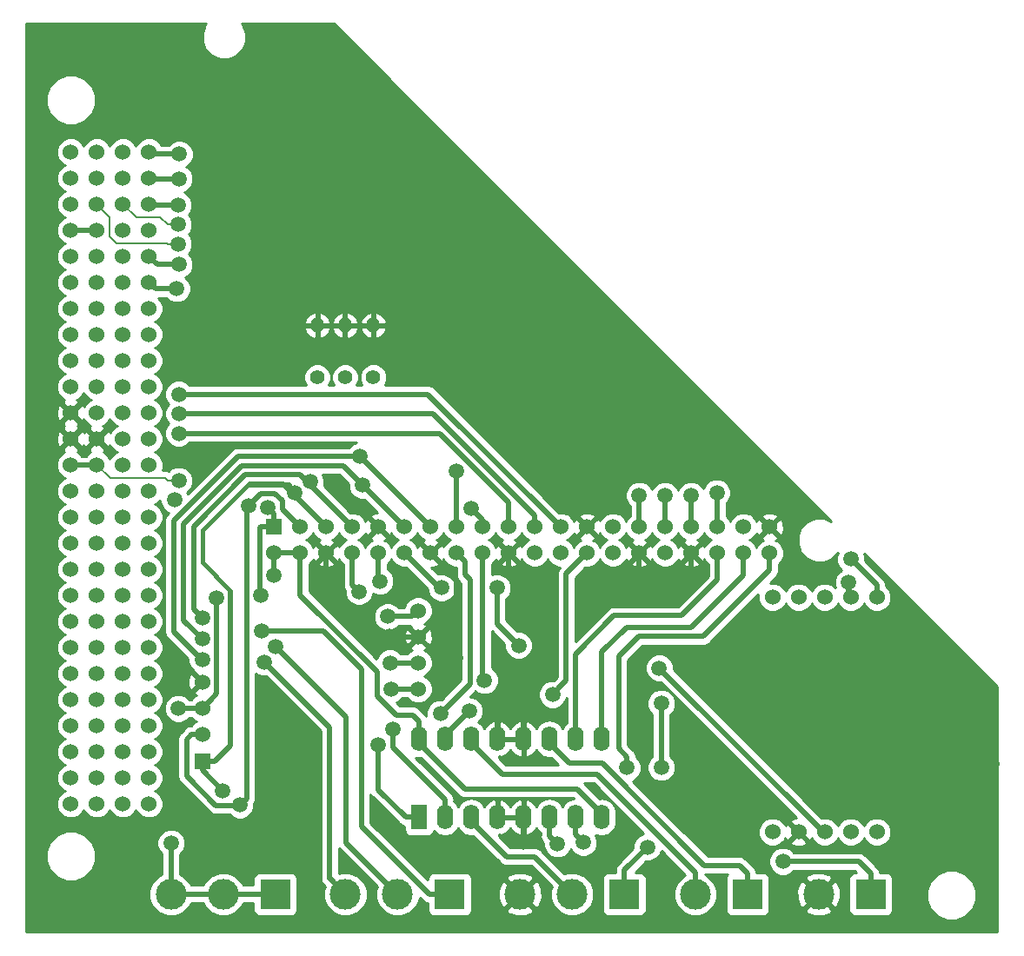
<source format=gbl>
G04 #@! TF.GenerationSoftware,KiCad,Pcbnew,6.0.0-rc1-unknown-eabae68~66~ubuntu18.04.1*
G04 #@! TF.CreationDate,2018-10-31T19:35:59-03:00*
G04 #@! TF.ProjectId,Balloon_bus,42616C6C6F6F6E5F6275732E6B696361,rev?*
G04 #@! TF.SameCoordinates,Original*
G04 #@! TF.FileFunction,Copper,L16,Bot*
G04 #@! TF.FilePolarity,Positive*
%FSLAX46Y46*%
G04 Gerber Fmt 4.6, Leading zero omitted, Abs format (unit mm)*
G04 Created by KiCad (PCBNEW 6.0.0-rc1-unknown-eabae68~66~ubuntu18.04.1) date mié 31 oct 2018 19:35:59 -03*
%MOMM*%
%LPD*%
G01*
G04 APERTURE LIST*
G04 #@! TA.AperFunction,ComponentPad*
%ADD10R,1.524000X1.524000*%
G04 #@! TD*
G04 #@! TA.AperFunction,ComponentPad*
%ADD11C,1.524000*%
G04 #@! TD*
G04 #@! TA.AperFunction,ComponentPad*
%ADD12C,3.000000*%
G04 #@! TD*
G04 #@! TA.AperFunction,ComponentPad*
%ADD13R,3.000000X3.000000*%
G04 #@! TD*
G04 #@! TA.AperFunction,ComponentPad*
%ADD14R,1.600000X2.400000*%
G04 #@! TD*
G04 #@! TA.AperFunction,ComponentPad*
%ADD15O,1.600000X2.400000*%
G04 #@! TD*
G04 #@! TA.AperFunction,ComponentPad*
%ADD16C,1.400000*%
G04 #@! TD*
G04 #@! TA.AperFunction,ComponentPad*
%ADD17O,1.400000X1.400000*%
G04 #@! TD*
G04 #@! TA.AperFunction,ViaPad*
%ADD18C,1.500000*%
G04 #@! TD*
G04 #@! TA.AperFunction,Conductor*
%ADD19C,0.500000*%
G04 #@! TD*
G04 #@! TA.AperFunction,Conductor*
%ADD20C,0.210000*%
G04 #@! TD*
G04 #@! TA.AperFunction,Conductor*
%ADD21C,0.400000*%
G04 #@! TD*
G04 #@! TA.AperFunction,Conductor*
%ADD22C,0.254000*%
G04 #@! TD*
G04 APERTURE END LIST*
D10*
G04 #@! TO.P,PCB2,P$1*
G04 #@! TO.N,/3V3*
X125387800Y-109730000D03*
D11*
G04 #@! TO.P,PCB2,P$2*
G04 #@! TO.N,/5V0*
X125374400Y-112271800D03*
G04 #@! TO.P,PCB2,P$3*
G04 #@! TO.N,/SDA*
X127914400Y-109731800D03*
G04 #@! TO.P,PCB2,P$4*
G04 #@! TO.N,/5V0*
X127914400Y-112271800D03*
G04 #@! TO.P,PCB2,P$5*
G04 #@! TO.N,/SCL*
X130454400Y-109731800D03*
G04 #@! TO.P,PCB2,P$6*
G04 #@! TO.N,GND*
X130454400Y-112271800D03*
G04 #@! TO.P,PCB2,P$7*
G04 #@! TO.N,/MAG_INT1*
X132994400Y-109731800D03*
G04 #@! TO.P,PCB2,P$8*
G04 #@! TO.N,/TX*
X132994400Y-112271800D03*
G04 #@! TO.P,PCB2,P$9*
G04 #@! TO.N,GND*
X135534400Y-109731800D03*
G04 #@! TO.P,PCB2,P$10*
G04 #@! TO.N,/RX*
X135534400Y-112271800D03*
G04 #@! TO.P,PCB2,P$11*
G04 #@! TO.N,/MAG_INT2*
X138074400Y-109731800D03*
G04 #@! TO.P,PCB2,P$12*
G04 #@! TO.N,/SRVO_PWM*
X138074400Y-112271800D03*
G04 #@! TO.P,PCB2,P$13*
G04 #@! TO.N,/MAG_INT3*
X140614400Y-109731800D03*
G04 #@! TO.P,PCB2,P$14*
G04 #@! TO.N,GND*
X140614400Y-112271800D03*
G04 #@! TO.P,PCB2,P$15*
G04 #@! TO.N,/GPIO22*
X143154400Y-109731800D03*
G04 #@! TO.P,PCB2,P$16*
G04 #@! TO.N,/SRVO_SGNL*
X143154400Y-112271800D03*
G04 #@! TO.P,PCB2,P$17*
G04 #@! TO.N,/3V3*
X145694400Y-109731800D03*
G04 #@! TO.P,PCB2,P$18*
G04 #@! TO.N,/EN_SR_SO*
X145694400Y-112271800D03*
G04 #@! TO.P,PCB2,P$19*
G04 #@! TO.N,/MOSI*
X148234400Y-109731800D03*
G04 #@! TO.P,PCB2,P$20*
G04 #@! TO.N,GND*
X148234400Y-112271800D03*
G04 #@! TO.P,PCB2,P$21*
G04 #@! TO.N,/MISO*
X150774400Y-109731800D03*
G04 #@! TO.P,PCB2,P$22*
G04 #@! TO.N,/GPIO25*
X150774400Y-112271800D03*
G04 #@! TO.P,PCB2,P$23*
G04 #@! TO.N,/SCK*
X153314400Y-109731800D03*
G04 #@! TO.P,PCB2,P$24*
G04 #@! TO.N,Net-(PCB2-PadP$24)*
X153314400Y-112271800D03*
G04 #@! TO.P,PCB2,P$25*
G04 #@! TO.N,GND*
X155854400Y-109731800D03*
G04 #@! TO.P,PCB2,P$26*
G04 #@! TO.N,/LN_SGNL2*
X155854400Y-112271800D03*
G04 #@! TO.P,PCB2,P$27*
G04 #@! TO.N,Net-(PCB2-PadP$27)*
X158394400Y-109731800D03*
G04 #@! TO.P,PCB2,P$28*
G04 #@! TO.N,Net-(PCB2-PadP$28)*
X158394400Y-112271800D03*
G04 #@! TO.P,PCB2,P$29*
G04 #@! TO.N,/GPIO5*
X160934400Y-109731800D03*
G04 #@! TO.P,PCB2,P$30*
G04 #@! TO.N,GND*
X160934400Y-112271800D03*
G04 #@! TO.P,PCB2,P$31*
G04 #@! TO.N,/GPIO6*
X163474400Y-109731800D03*
G04 #@! TO.P,PCB2,P$32*
G04 #@! TO.N,/GPIO12*
X163474400Y-112271800D03*
G04 #@! TO.P,PCB2,P$33*
G04 #@! TO.N,/GPIO13*
X166014400Y-109731800D03*
G04 #@! TO.P,PCB2,P$34*
G04 #@! TO.N,GND*
X166014400Y-112271800D03*
G04 #@! TO.P,PCB2,P$35*
G04 #@! TO.N,/GPIO19*
X168554400Y-109731800D03*
G04 #@! TO.P,PCB2,P$36*
G04 #@! TO.N,/LN_SGNL1*
X168554400Y-112271800D03*
G04 #@! TO.P,PCB2,P$37*
G04 #@! TO.N,/GPIO26*
X171094400Y-109731800D03*
G04 #@! TO.P,PCB2,P$38*
G04 #@! TO.N,/EN_LINEAR*
X171094400Y-112271800D03*
G04 #@! TO.P,PCB2,P$39*
G04 #@! TO.N,GND*
X173634400Y-109731800D03*
G04 #@! TO.P,PCB2,P$40*
G04 #@! TO.N,/SOLE_SGNL*
X173634400Y-112271800D03*
G04 #@! TD*
G04 #@! TO.P,H1H2,104*
G04 #@! TO.N,/GPIO24*
X105586500Y-73197800D03*
G04 #@! TO.P,H1H2,103*
G04 #@! TO.N,/GPIO23*
X108126500Y-73197800D03*
G04 #@! TO.P,H1H2,102*
G04 #@! TO.N,Net-(H1H2-Pad102)*
X105586500Y-75737800D03*
G04 #@! TO.P,H1H2,101*
G04 #@! TO.N,/GPIO21*
X108126500Y-75737800D03*
G04 #@! TO.P,H1H2,100*
G04 #@! TO.N,/GPIO20*
X105586500Y-78277800D03*
G04 #@! TO.P,H1H2,99*
G04 #@! TO.N,/GPIO22*
X108126500Y-78277800D03*
G04 #@! TO.P,H1H2,98*
G04 #@! TO.N,/VBATT*
X105586500Y-80817800D03*
G04 #@! TO.P,H1H2,97*
X108126500Y-80817800D03*
G04 #@! TO.P,H1H2,96*
G04 #@! TO.N,Net-(H1H2-Pad96)*
X105586500Y-83357800D03*
G04 #@! TO.P,H1H2,95*
G04 #@! TO.N,Net-(H1H2-Pad95)*
X108126500Y-83357800D03*
G04 #@! TO.P,H1H2,94*
G04 #@! TO.N,Net-(H1H2-Pad94)*
X105586500Y-85897800D03*
G04 #@! TO.P,H1H2,93*
G04 #@! TO.N,Net-(H1H2-Pad93)*
X108126500Y-85897800D03*
G04 #@! TO.P,H1H2,92*
G04 #@! TO.N,Net-(H1H2-Pad92)*
X105586500Y-88437800D03*
G04 #@! TO.P,H1H2,91*
G04 #@! TO.N,Net-(H1H2-Pad91)*
X108126500Y-88437800D03*
G04 #@! TO.P,H1H2,90*
G04 #@! TO.N,Net-(H1H2-Pad90)*
X105586500Y-90977800D03*
G04 #@! TO.P,H1H2,89*
G04 #@! TO.N,Net-(H1H2-Pad89)*
X108126500Y-90977800D03*
G04 #@! TO.P,H1H2,88*
G04 #@! TO.N,Net-(H1H2-Pad88)*
X105586500Y-93517800D03*
G04 #@! TO.P,H1H2,87*
G04 #@! TO.N,/SCK*
X108126500Y-93517800D03*
G04 #@! TO.P,H1H2,86*
G04 #@! TO.N,/MOSI*
X105586500Y-96057800D03*
G04 #@! TO.P,H1H2,85*
G04 #@! TO.N,/MISO*
X108126500Y-96057800D03*
G04 #@! TO.P,H1H2,84*
G04 #@! TO.N,GND*
X105586500Y-98597800D03*
G04 #@! TO.P,H1H2,83*
G04 #@! TO.N,Net-(H1H2-Pad83)*
X108126500Y-98597800D03*
G04 #@! TO.P,H1H2,82*
G04 #@! TO.N,GND*
X105586500Y-101137800D03*
G04 #@! TO.P,H1H2,81*
X108126500Y-101137800D03*
G04 #@! TO.P,H1H2,80*
G04 #@! TO.N,/3V3*
X105586500Y-103677800D03*
G04 #@! TO.P,H1H2,79*
X108126500Y-103677800D03*
G04 #@! TO.P,H1H2,78*
G04 #@! TO.N,/5V0*
X105586500Y-106217800D03*
G04 #@! TO.P,H1H2,77*
X108126500Y-106217800D03*
G04 #@! TO.P,H1H2,76*
G04 #@! TO.N,Net-(H1H2-Pad76)*
X105586500Y-108757800D03*
G04 #@! TO.P,H1H2,75*
G04 #@! TO.N,Net-(H1H2-Pad75)*
X108126500Y-108757800D03*
G04 #@! TO.P,H1H2,74*
G04 #@! TO.N,Net-(H1H2-Pad74)*
X105586500Y-111297800D03*
G04 #@! TO.P,H1H2,73*
G04 #@! TO.N,Net-(H1H2-Pad73)*
X108126500Y-111297800D03*
G04 #@! TO.P,H1H2,72*
G04 #@! TO.N,Net-(H1H2-Pad72)*
X105586500Y-113837800D03*
G04 #@! TO.P,H1H2,71*
G04 #@! TO.N,Net-(H1H2-Pad71)*
X108126500Y-113837800D03*
G04 #@! TO.P,H1H2,70*
G04 #@! TO.N,Net-(H1H2-Pad70)*
X105586500Y-116377800D03*
G04 #@! TO.P,H1H2,69*
G04 #@! TO.N,Net-(H1H2-Pad69)*
X108126500Y-116377800D03*
G04 #@! TO.P,H1H2,68*
G04 #@! TO.N,Net-(H1H2-Pad68)*
X105586500Y-118917800D03*
G04 #@! TO.P,H1H2,67*
G04 #@! TO.N,Net-(H1H2-Pad67)*
X108126500Y-118917800D03*
G04 #@! TO.P,H1H2,66*
G04 #@! TO.N,Net-(H1H2-Pad66)*
X105586500Y-121457800D03*
G04 #@! TO.P,H1H2,65*
G04 #@! TO.N,Net-(H1H2-Pad65)*
X108126500Y-121457800D03*
G04 #@! TO.P,H1H2,64*
G04 #@! TO.N,Net-(H1H2-Pad64)*
X105586500Y-123997800D03*
G04 #@! TO.P,H1H2,63*
G04 #@! TO.N,Net-(H1H2-Pad63)*
X108126500Y-123997800D03*
G04 #@! TO.P,H1H2,62*
G04 #@! TO.N,Net-(H1H2-Pad62)*
X105586500Y-126537800D03*
G04 #@! TO.P,H1H2,61*
G04 #@! TO.N,Net-(H1H2-Pad61)*
X108126500Y-126537800D03*
G04 #@! TO.P,H1H2,60*
G04 #@! TO.N,Net-(H1H2-Pad60)*
X105586500Y-129077800D03*
G04 #@! TO.P,H1H2,59*
G04 #@! TO.N,Net-(H1H2-Pad59)*
X108126500Y-129077800D03*
G04 #@! TO.P,H1H2,58*
G04 #@! TO.N,Net-(H1H2-Pad58)*
X105586500Y-131617800D03*
G04 #@! TO.P,H1H2,57*
G04 #@! TO.N,Net-(H1H2-Pad57)*
X108126500Y-131617800D03*
G04 #@! TO.P,H1H2,56*
G04 #@! TO.N,Net-(H1H2-Pad56)*
X105586500Y-134157800D03*
G04 #@! TO.P,H1H2,55*
G04 #@! TO.N,Net-(H1H2-Pad55)*
X108126500Y-134157800D03*
G04 #@! TO.P,H1H2,54*
G04 #@! TO.N,Net-(H1H2-Pad54)*
X105586500Y-136697800D03*
G04 #@! TO.P,H1H2,53*
G04 #@! TO.N,Net-(H1H2-Pad53)*
X108126500Y-136697800D03*
G04 #@! TO.P,H1H2,52*
G04 #@! TO.N,/GPIO17*
X110666500Y-73197800D03*
G04 #@! TO.P,H1H2,51*
G04 #@! TO.N,/GPIO19*
X113206500Y-73197800D03*
G04 #@! TO.P,H1H2,50*
G04 #@! TO.N,Net-(H1H2-Pad50)*
X110666500Y-75737800D03*
G04 #@! TO.P,H1H2,49*
G04 #@! TO.N,/GPIO13*
X113206500Y-75737800D03*
G04 #@! TO.P,H1H2,48*
G04 #@! TO.N,/GPIO5*
X110666500Y-78277800D03*
G04 #@! TO.P,H1H2,47*
G04 #@! TO.N,/GPIO6*
X113206500Y-78277800D03*
G04 #@! TO.P,H1H2,46*
G04 #@! TO.N,Net-(H1H2-Pad46)*
X110666500Y-80817800D03*
G04 #@! TO.P,H1H2,45*
G04 #@! TO.N,Net-(H1H2-Pad45)*
X113206500Y-80817800D03*
G04 #@! TO.P,H1H2,44*
G04 #@! TO.N,Net-(H1H2-Pad44)*
X110666500Y-83357800D03*
G04 #@! TO.P,H1H2,43*
G04 #@! TO.N,/SCL*
X113206500Y-83357800D03*
G04 #@! TO.P,H1H2,42*
G04 #@! TO.N,Net-(H1H2-Pad42)*
X110666500Y-85897800D03*
G04 #@! TO.P,H1H2,41*
G04 #@! TO.N,/SDA*
X113206500Y-85897800D03*
G04 #@! TO.P,H1H2,40*
G04 #@! TO.N,Net-(H1H2-Pad40)*
X110666500Y-88437800D03*
G04 #@! TO.P,H1H2,39*
G04 #@! TO.N,Net-(H1H2-Pad39)*
X113206500Y-88437800D03*
G04 #@! TO.P,H1H2,38*
G04 #@! TO.N,Net-(H1H2-Pad38)*
X110666500Y-90977800D03*
G04 #@! TO.P,H1H2,37*
G04 #@! TO.N,Net-(H1H2-Pad37)*
X113206500Y-90977800D03*
G04 #@! TO.P,H1H2,36*
G04 #@! TO.N,Net-(H1H2-Pad36)*
X110666500Y-93517800D03*
G04 #@! TO.P,H1H2,35*
G04 #@! TO.N,Net-(H1H2-Pad35)*
X113206500Y-93517800D03*
G04 #@! TO.P,H1H2,34*
G04 #@! TO.N,Net-(H1H2-Pad34)*
X110666500Y-96057800D03*
G04 #@! TO.P,H1H2,33*
G04 #@! TO.N,Net-(H1H2-Pad33)*
X113206500Y-96057800D03*
G04 #@! TO.P,H1H2,32*
G04 #@! TO.N,Net-(H1H2-Pad32)*
X110666500Y-98597800D03*
G04 #@! TO.P,H1H2,31*
G04 #@! TO.N,Net-(H1H2-Pad31)*
X113206500Y-98597800D03*
G04 #@! TO.P,H1H2,30*
G04 #@! TO.N,Net-(H1H2-Pad30)*
X110666500Y-101137800D03*
G04 #@! TO.P,H1H2,29*
G04 #@! TO.N,Net-(H1H2-Pad29)*
X113206500Y-101137800D03*
G04 #@! TO.P,H1H2,28*
G04 #@! TO.N,Net-(H1H2-Pad28)*
X110666500Y-103677800D03*
G04 #@! TO.P,H1H2,27*
G04 #@! TO.N,Net-(H1H2-Pad27)*
X113206500Y-103677800D03*
G04 #@! TO.P,H1H2,26*
G04 #@! TO.N,Net-(H1H2-Pad26)*
X110666500Y-106217800D03*
G04 #@! TO.P,H1H2,25*
G04 #@! TO.N,Net-(H1H2-Pad25)*
X113206500Y-106217800D03*
G04 #@! TO.P,H1H2,24*
G04 #@! TO.N,Net-(H1H2-Pad24)*
X110666500Y-108757800D03*
G04 #@! TO.P,H1H2,23*
G04 #@! TO.N,Net-(H1H2-Pad23)*
X113206500Y-108757800D03*
G04 #@! TO.P,H1H2,22*
G04 #@! TO.N,Net-(H1H2-Pad22)*
X110666500Y-111297800D03*
G04 #@! TO.P,H1H2,21*
G04 #@! TO.N,Net-(H1H2-Pad21)*
X113206500Y-111297800D03*
G04 #@! TO.P,H1H2,20*
G04 #@! TO.N,Net-(H1H2-Pad20)*
X110666500Y-113837800D03*
G04 #@! TO.P,H1H2,19*
G04 #@! TO.N,Net-(H1H2-Pad19)*
X113206500Y-113837800D03*
G04 #@! TO.P,H1H2,18*
G04 #@! TO.N,Net-(H1H2-Pad18)*
X110666500Y-116377800D03*
G04 #@! TO.P,H1H2,17*
G04 #@! TO.N,Net-(H1H2-Pad17)*
X113206500Y-116377800D03*
G04 #@! TO.P,H1H2,16*
G04 #@! TO.N,Net-(H1H2-Pad16)*
X110666500Y-118917800D03*
G04 #@! TO.P,H1H2,15*
G04 #@! TO.N,Net-(H1H2-Pad15)*
X113206500Y-118917800D03*
G04 #@! TO.P,H1H2,14*
G04 #@! TO.N,Net-(H1H2-Pad14)*
X110666500Y-121457800D03*
G04 #@! TO.P,H1H2,13*
G04 #@! TO.N,Net-(H1H2-Pad13)*
X113206500Y-121457800D03*
G04 #@! TO.P,H1H2,12*
G04 #@! TO.N,Net-(H1H2-Pad12)*
X110666500Y-123997800D03*
G04 #@! TO.P,H1H2,11*
G04 #@! TO.N,Net-(H1H2-Pad11)*
X113206500Y-123997800D03*
G04 #@! TO.P,H1H2,10*
G04 #@! TO.N,Net-(H1H2-Pad10)*
X110666500Y-126537800D03*
G04 #@! TO.P,H1H2,9*
G04 #@! TO.N,Net-(H1H2-Pad9)*
X113206500Y-126537800D03*
G04 #@! TO.P,H1H2,8*
G04 #@! TO.N,Net-(H1H2-Pad8)*
X110666500Y-129077800D03*
G04 #@! TO.P,H1H2,7*
G04 #@! TO.N,Net-(H1H2-Pad7)*
X113206500Y-129077800D03*
G04 #@! TO.P,H1H2,6*
G04 #@! TO.N,Net-(H1H2-Pad6)*
X110666500Y-131617800D03*
G04 #@! TO.P,H1H2,5*
G04 #@! TO.N,Net-(H1H2-Pad5)*
X113206500Y-131617800D03*
G04 #@! TO.P,H1H2,4*
G04 #@! TO.N,Net-(H1H2-Pad4)*
X110666500Y-134157800D03*
G04 #@! TO.P,H1H2,3*
G04 #@! TO.N,Net-(H1H2-Pad3)*
X113206500Y-134157800D03*
G04 #@! TO.P,H1H2,2*
G04 #@! TO.N,Net-(H1H2-Pad2)*
X110666500Y-136697800D03*
G04 #@! TO.P,H1H2,1*
G04 #@! TO.N,Net-(H1H2-Pad1)*
X113206500Y-136697800D03*
G04 #@! TD*
D12*
G04 #@! TO.P,J4,2*
G04 #@! TO.N,GND*
X178420000Y-145500000D03*
D13*
G04 #@! TO.P,J4,1*
G04 #@! TO.N,/SOLE_PWR*
X183500000Y-145500000D03*
G04 #@! TD*
G04 #@! TO.P,J1,1*
G04 #@! TO.N,/3V3*
X125500000Y-145500000D03*
D12*
G04 #@! TO.P,J1,2*
X120420000Y-145500000D03*
G04 #@! TO.P,J1,3*
X115340000Y-145500000D03*
G04 #@! TD*
G04 #@! TO.P,J2,3*
G04 #@! TO.N,/MAG_INT3*
X132340000Y-145500000D03*
G04 #@! TO.P,J2,2*
G04 #@! TO.N,/MAG_INT2*
X137420000Y-145500000D03*
D13*
G04 #@! TO.P,J2,1*
G04 #@! TO.N,/MAG_INT1*
X142500000Y-145500000D03*
G04 #@! TD*
G04 #@! TO.P,J3,1*
G04 #@! TO.N,/SRVO_PWM*
X159500000Y-145500000D03*
D12*
G04 #@! TO.P,J3,2*
G04 #@! TO.N,/SRVO_PWR*
X154420000Y-145500000D03*
G04 #@! TO.P,J3,3*
G04 #@! TO.N,GND*
X149340000Y-145500000D03*
G04 #@! TD*
G04 #@! TO.P,J5,2*
G04 #@! TO.N,/LINEAR2*
X166420000Y-145500000D03*
D13*
G04 #@! TO.P,J5,1*
G04 #@! TO.N,/LINEAR1*
X171500000Y-145500000D03*
G04 #@! TD*
D14*
G04 #@! TO.P,U4,1*
G04 #@! TO.N,/EN_SR_SO*
X139500000Y-138000000D03*
D15*
G04 #@! TO.P,U4,9*
G04 #@! TO.N,/EN_LINEAR*
X157280000Y-130380000D03*
G04 #@! TO.P,U4,2*
G04 #@! TO.N,/SRVO_SGNL*
X142040000Y-138000000D03*
G04 #@! TO.P,U4,10*
G04 #@! TO.N,/LN_SGNL1*
X154740000Y-130380000D03*
G04 #@! TO.P,U4,3*
G04 #@! TO.N,/SRVO_PWR*
X144580000Y-138000000D03*
G04 #@! TO.P,U4,11*
G04 #@! TO.N,/LINEAR1*
X152200000Y-130380000D03*
G04 #@! TO.P,U4,4*
G04 #@! TO.N,GND*
X147120000Y-138000000D03*
G04 #@! TO.P,U4,12*
X149660000Y-130380000D03*
G04 #@! TO.P,U4,5*
X149660000Y-138000000D03*
G04 #@! TO.P,U4,13*
X147120000Y-130380000D03*
G04 #@! TO.P,U4,6*
G04 #@! TO.N,/SOLE_PWR*
X152200000Y-138000000D03*
G04 #@! TO.P,U4,14*
G04 #@! TO.N,/LINEAR2*
X144580000Y-130380000D03*
G04 #@! TO.P,U4,7*
G04 #@! TO.N,/SOLE_SGNL*
X154740000Y-138000000D03*
G04 #@! TO.P,U4,15*
G04 #@! TO.N,/LN_SGNL2*
X142040000Y-130380000D03*
G04 #@! TO.P,U4,8*
G04 #@! TO.N,/5V0*
X157280000Y-138000000D03*
G04 #@! TO.P,U4,16*
X139500000Y-130380000D03*
G04 #@! TD*
D11*
G04 #@! TO.P,U1,1*
G04 #@! TO.N,Net-(U1-Pad1)*
X173920000Y-139430000D03*
G04 #@! TO.P,U1,2*
G04 #@! TO.N,GND*
X176460000Y-139430000D03*
G04 #@! TO.P,U1,3*
G04 #@! TO.N,/3V3*
X179000000Y-139430000D03*
G04 #@! TO.P,U1,4*
G04 #@! TO.N,Net-(U1-Pad4)*
X181540000Y-139430000D03*
G04 #@! TO.P,U1,5*
G04 #@! TO.N,Net-(U1-Pad5)*
X184080000Y-139430000D03*
G04 #@! TO.P,U1,6*
G04 #@! TO.N,/RX*
X184080000Y-116570000D03*
G04 #@! TO.P,U1,7*
G04 #@! TO.N,/TX*
X181540000Y-116570000D03*
G04 #@! TO.P,U1,8*
G04 #@! TO.N,Net-(U1-Pad8)*
X179000000Y-116570000D03*
G04 #@! TO.P,U1,9*
G04 #@! TO.N,Net-(U1-Pad9)*
X176460000Y-116570000D03*
G04 #@! TO.P,U1,10*
G04 #@! TO.N,Net-(U1-Pad10)*
X173920000Y-116570000D03*
G04 #@! TD*
G04 #@! TO.P,U3,1*
G04 #@! TO.N,/3V3*
X139420000Y-117890000D03*
G04 #@! TO.P,U3,2*
G04 #@! TO.N,GND*
X139420000Y-120430000D03*
G04 #@! TO.P,U3,3*
G04 #@! TO.N,/SCL*
X139420000Y-122970000D03*
G04 #@! TO.P,U3,4*
G04 #@! TO.N,/SDA*
X139420000Y-125510000D03*
G04 #@! TD*
D10*
G04 #@! TO.P,U2,1*
G04 #@! TO.N,/SCL*
X118380000Y-132510000D03*
D11*
G04 #@! TO.P,U2,2*
G04 #@! TO.N,/SDA*
X118380000Y-129950000D03*
G04 #@! TO.P,U2,3*
G04 #@! TO.N,/3V3*
X118380000Y-127390000D03*
G04 #@! TO.P,U2,4*
G04 #@! TO.N,GND*
X118380000Y-124830000D03*
G04 #@! TD*
D16*
G04 #@! TO.P,R1,1*
G04 #@! TO.N,/MAG_INT1*
X129600000Y-95150000D03*
D17*
G04 #@! TO.P,R1,2*
G04 #@! TO.N,GND*
X129600000Y-90070000D03*
G04 #@! TD*
G04 #@! TO.P,R2,2*
G04 #@! TO.N,GND*
X132300000Y-90070000D03*
D16*
G04 #@! TO.P,R2,1*
G04 #@! TO.N,/MAG_INT2*
X132300000Y-95150000D03*
G04 #@! TD*
G04 #@! TO.P,R3,1*
G04 #@! TO.N,/MAG_INT3*
X135050000Y-95150000D03*
D17*
G04 #@! TO.P,R3,2*
G04 #@! TO.N,GND*
X135050000Y-90070000D03*
G04 #@! TD*
D18*
G04 #@! TO.N,/5V0*
X125400000Y-114400000D03*
X115671442Y-107051038D03*
G04 #@! TO.N,/GPIO22*
X143150000Y-104300000D03*
X116050000Y-82150006D03*
G04 #@! TO.N,/GPIO19*
X168500000Y-106400000D03*
X116150000Y-73400000D03*
G04 #@! TO.N,/GPIO13*
X166000000Y-106650000D03*
X116100000Y-75800000D03*
G04 #@! TO.N,/GPIO6*
X163450000Y-106650000D03*
X116050000Y-78350000D03*
G04 #@! TO.N,/GPIO5*
X160950000Y-106650000D03*
X116050000Y-80250003D03*
G04 #@! TO.N,/SCL*
X136670000Y-122970000D03*
X120400000Y-135450000D03*
X127367478Y-106405342D03*
X116100000Y-84150003D03*
G04 #@! TO.N,/SDA*
X136800000Y-125500000D03*
X122050000Y-136800000D03*
X122900000Y-107677998D03*
X115900000Y-86500000D03*
G04 #@! TO.N,/MOSI*
X116100000Y-100600000D03*
G04 #@! TO.N,/MISO*
X116100000Y-98699997D03*
G04 #@! TO.N,/SCK*
X116100000Y-96799994D03*
G04 #@! TO.N,/3V3*
X116050000Y-127400000D03*
X115350000Y-140500000D03*
X124800000Y-107850000D03*
X119750000Y-116600000D03*
X136450000Y-118450000D03*
X144600000Y-107900000D03*
X116100000Y-105200000D03*
X124100000Y-116400000D03*
X162900000Y-123450000D03*
G04 #@! TO.N,/RX*
X135700000Y-115000000D03*
X181550000Y-112850000D03*
G04 #@! TO.N,/TX*
X133650000Y-116000000D03*
X181350000Y-115150000D03*
G04 #@! TO.N,/MAG_INT3*
X118392001Y-122616626D03*
X124445647Y-122896095D03*
X133732562Y-102849962D03*
G04 #@! TO.N,/MAG_INT2*
X118392001Y-120643949D03*
X125550000Y-121350000D03*
X134000000Y-105657400D03*
G04 #@! TO.N,/MAG_INT1*
X118392001Y-118550000D03*
X124199999Y-119850000D03*
X128916541Y-105305156D03*
G04 #@! TO.N,/SRVO_PWM*
X141687777Y-115650002D03*
X147094400Y-115650001D03*
X149200000Y-121250000D03*
X163100000Y-126900000D03*
X163100000Y-133150000D03*
X161750000Y-140900000D03*
G04 #@! TO.N,/SOLE_PWR*
X153000000Y-140600000D03*
X174950000Y-142300000D03*
G04 #@! TO.N,/EN_SR_SO*
X145889304Y-124650000D03*
X135550000Y-130950000D03*
G04 #@! TO.N,/SRVO_SGNL*
X141589950Y-127889950D03*
X136950000Y-129450000D03*
G04 #@! TO.N,/SOLE_SGNL*
X155490000Y-140450000D03*
X159764950Y-133185050D03*
G04 #@! TO.N,/LN_SGNL2*
X144400000Y-127650000D03*
X152500000Y-126050000D03*
G04 #@! TO.N,GND*
X149733000Y-127889000D03*
X147066000Y-127889000D03*
X116300000Y-122750000D03*
X149650000Y-140400000D03*
X130450000Y-115600000D03*
X113000000Y-64550000D03*
X110350000Y-147350000D03*
X102150000Y-98500000D03*
X102150000Y-101150000D03*
X136650000Y-120400000D03*
X143350000Y-140500000D03*
X195300000Y-132800000D03*
X174950000Y-144850000D03*
X160950000Y-116900000D03*
X164450000Y-116850000D03*
X143089303Y-122510697D03*
X150300000Y-115650001D03*
X155900000Y-115650001D03*
X179000000Y-128000000D03*
X131200000Y-105400000D03*
X129600000Y-87300000D03*
X132350000Y-87300000D03*
X135050000Y-87300000D03*
G04 #@! TD*
D19*
G04 #@! TO.N,/VBATT*
X105586500Y-80817800D02*
X108126500Y-80817800D01*
G04 #@! TO.N,/5V0*
X139500000Y-130780000D02*
X143970000Y-135250000D01*
X139500000Y-130380000D02*
X139500000Y-130780000D01*
X157280000Y-137600000D02*
X157280000Y-138000000D01*
X154930000Y-135250000D02*
X157280000Y-137600000D01*
X143970000Y-135250000D02*
X154930000Y-135250000D01*
X125374400Y-112271800D02*
X127914400Y-112271800D01*
X139500000Y-128680000D02*
X139500000Y-130380000D01*
X127914400Y-112271800D02*
X127914400Y-116341594D01*
X135399999Y-126172001D02*
X137277997Y-128049999D01*
X127914400Y-116341594D02*
X135399999Y-123827193D01*
X137277997Y-128049999D02*
X138869999Y-128049999D01*
X135399999Y-123827193D02*
X135399999Y-126172001D01*
X138869999Y-128049999D02*
X139500000Y-128680000D01*
X125374400Y-112271800D02*
X125374400Y-114374400D01*
X125374400Y-114374400D02*
X125400000Y-114400000D01*
G04 #@! TO.N,/GPIO22*
X143154400Y-109731800D02*
X143154400Y-104304400D01*
X143154400Y-104304400D02*
X143150000Y-104300000D01*
D20*
X114989340Y-82150006D02*
X116050000Y-82150006D01*
X114930133Y-82090799D02*
X114989340Y-82150006D01*
X110064337Y-82090799D02*
X114930133Y-82090799D01*
X109393501Y-81419963D02*
X110064337Y-82090799D01*
X109393501Y-79544801D02*
X109393501Y-81419963D01*
X108126500Y-78277800D02*
X109393501Y-79544801D01*
D19*
G04 #@! TO.N,/GPIO19*
X168554400Y-109731800D02*
X168554400Y-106454400D01*
X168554400Y-106454400D02*
X168500000Y-106400000D01*
X113408700Y-73400000D02*
X113206500Y-73197800D01*
X116150000Y-73400000D02*
X113408700Y-73400000D01*
G04 #@! TO.N,/GPIO13*
X166014400Y-109731800D02*
X166014400Y-106664400D01*
X166014400Y-106664400D02*
X166000000Y-106650000D01*
X113268700Y-75800000D02*
X113206500Y-75737800D01*
X116100000Y-75800000D02*
X113268700Y-75800000D01*
G04 #@! TO.N,/GPIO6*
X163474400Y-109731800D02*
X163474400Y-106674400D01*
X163474400Y-106674400D02*
X163450000Y-106650000D01*
X113278700Y-78350000D02*
X113206500Y-78277800D01*
X116050000Y-78350000D02*
X113278700Y-78350000D01*
G04 #@! TO.N,/GPIO5*
X160934400Y-109731800D02*
X160934400Y-106665600D01*
X160934400Y-106665600D02*
X160950000Y-106650000D01*
D20*
X114989340Y-80250003D02*
X116050000Y-80250003D01*
X114290136Y-79550799D02*
X114989340Y-80250003D01*
X111939499Y-79550799D02*
X114290136Y-79550799D01*
X110666500Y-78277800D02*
X111939499Y-79550799D01*
D19*
G04 #@! TO.N,/SCL*
X139420000Y-122970000D02*
X136670000Y-122970000D01*
X118380000Y-132510000D02*
X118380000Y-133430000D01*
X118380000Y-133430000D02*
X120400000Y-135450000D01*
X127300000Y-106472820D02*
X127367478Y-106405342D01*
X127300000Y-106577400D02*
X127300000Y-106472820D01*
X130454400Y-109731800D02*
X127300000Y-106577400D01*
X113998703Y-84150003D02*
X113206500Y-83357800D01*
X116100000Y-84150003D02*
X113998703Y-84150003D01*
X122970809Y-105549989D02*
X126272589Y-105549989D01*
X126272589Y-105549989D02*
X127300000Y-106577400D01*
D21*
X122970809Y-105549989D02*
X122900097Y-105549989D01*
D19*
X119642000Y-132510000D02*
X121150001Y-131001999D01*
X121150001Y-131001999D02*
X121150001Y-115927999D01*
X118380000Y-132510000D02*
X119642000Y-132510000D01*
D21*
X118400010Y-113178008D02*
X121150001Y-115927999D01*
X122850097Y-105599989D02*
X118400010Y-110050076D01*
X126846827Y-105599989D02*
X122850097Y-105599989D01*
X122970809Y-105549989D02*
X126796827Y-105549989D01*
X118400010Y-110050076D02*
X118400010Y-113178008D01*
X126796827Y-105549989D02*
X126846827Y-105599989D01*
D19*
G04 #@! TO.N,/SDA*
X139420000Y-125510000D02*
X136810000Y-125510000D01*
X136810000Y-125510000D02*
X136800000Y-125500000D01*
X117302370Y-129950000D02*
X116850000Y-130402370D01*
X118380000Y-129950000D02*
X117302370Y-129950000D01*
X121999999Y-136850001D02*
X122050000Y-136800000D01*
X119727999Y-136850001D02*
X121999999Y-136850001D01*
X116850000Y-130402370D02*
X116850000Y-133972002D01*
X116850000Y-133972002D02*
X119727999Y-136850001D01*
X126200001Y-108017401D02*
X126200001Y-107177999D01*
X127914400Y-109731800D02*
X126200001Y-108017401D01*
X126200001Y-107177999D02*
X125472001Y-106449999D01*
X125472001Y-106449999D02*
X124127999Y-106449999D01*
X122700000Y-107877998D02*
X122700000Y-109250000D01*
X122700000Y-136150000D02*
X122050000Y-136800000D01*
X122700000Y-109250000D02*
X122700000Y-136150000D01*
X123250000Y-107327998D02*
X122700000Y-107877998D01*
X123250000Y-107327998D02*
X122900000Y-107677998D01*
X124127999Y-106449999D02*
X123250000Y-107327998D01*
X113808700Y-86500000D02*
X113206500Y-85897800D01*
X115900000Y-86500000D02*
X113808700Y-86500000D01*
G04 #@! TO.N,/MOSI*
X141522002Y-100600000D02*
X116100000Y-100600000D01*
X148234400Y-109731800D02*
X148234400Y-107312398D01*
X148234400Y-107312398D02*
X141522002Y-100600000D01*
G04 #@! TO.N,/MISO*
X140894805Y-98699997D02*
X116100000Y-98699997D01*
X150774400Y-109731800D02*
X150774400Y-108579592D01*
X150774400Y-108579592D02*
X140894805Y-98699997D01*
G04 #@! TO.N,/SCK*
X153314400Y-109731800D02*
X140382594Y-96799994D01*
X140382594Y-96799994D02*
X116100000Y-96799994D01*
G04 #@! TO.N,/3V3*
X115340000Y-145500000D02*
X120420000Y-145500000D01*
X120420000Y-145500000D02*
X125500000Y-145500000D01*
X115340000Y-145500000D02*
X115340000Y-140510000D01*
X115340000Y-140510000D02*
X115350000Y-140500000D01*
X105586500Y-103677800D02*
X108126500Y-103677800D01*
X118380000Y-127390000D02*
X116060000Y-127390000D01*
X116060000Y-127390000D02*
X116050000Y-127400000D01*
X125387800Y-109730000D02*
X125387800Y-108437800D01*
X125387800Y-108437800D02*
X124800000Y-107850000D01*
X119141999Y-126628001D02*
X118380000Y-127390000D01*
X119792001Y-117702661D02*
X119792001Y-125977999D01*
X119750000Y-117660660D02*
X119792001Y-117702661D01*
X119792001Y-125977999D02*
X119141999Y-126628001D01*
X119750000Y-116600000D02*
X119750000Y-117660660D01*
X138860000Y-118450000D02*
X139420000Y-117890000D01*
X136450000Y-118450000D02*
X138860000Y-118450000D01*
X145694400Y-108994400D02*
X144600000Y-107900000D01*
X145694400Y-109731800D02*
X145694400Y-108994400D01*
D20*
X115039340Y-105200000D02*
X116100000Y-105200000D01*
X114790139Y-104950799D02*
X115039340Y-105200000D01*
X109399499Y-104950799D02*
X114790139Y-104950799D01*
X108126500Y-103677800D02*
X109399499Y-104950799D01*
D19*
X123962399Y-116262399D02*
X124100000Y-116400000D01*
X123962399Y-109893401D02*
X123962399Y-116262399D01*
X125387800Y-109730000D02*
X124125800Y-109730000D01*
X124125800Y-109730000D02*
X123962399Y-109893401D01*
X162900000Y-123450000D02*
X178880000Y-139430000D01*
X178880000Y-139430000D02*
X179000000Y-139430000D01*
G04 #@! TO.N,/RX*
X135534400Y-112271800D02*
X135534400Y-114834400D01*
X135534400Y-114834400D02*
X135700000Y-115000000D01*
X184080000Y-115380000D02*
X181550000Y-112850000D01*
X184080000Y-116570000D02*
X184080000Y-115380000D01*
G04 #@! TO.N,/TX*
X132994400Y-112271800D02*
X132994400Y-115344400D01*
X132994400Y-115344400D02*
X133650000Y-116000000D01*
X181350000Y-116380000D02*
X181540000Y-116570000D01*
X181350000Y-115150000D02*
X181350000Y-116380000D01*
G04 #@! TO.N,/MAG_INT3*
X121852418Y-102849962D02*
X115600000Y-109102380D01*
X140614400Y-109731800D02*
X133732562Y-102849962D01*
X133732562Y-102849962D02*
X121852418Y-102849962D01*
X118292676Y-122616626D02*
X118392001Y-122616626D01*
X115600000Y-109102380D02*
X115600000Y-119923950D01*
X115600000Y-119923950D02*
X118292676Y-122616626D01*
X130840001Y-144000001D02*
X132340000Y-145500000D01*
X130800000Y-143960000D02*
X130840001Y-144000001D01*
X130800000Y-129250448D02*
X130800000Y-143960000D01*
X124445647Y-122896095D02*
X130800000Y-129250448D01*
G04 #@! TO.N,/MAG_INT2*
X122225215Y-103749971D02*
X116550000Y-109425186D01*
X132092570Y-103749970D02*
X122225215Y-103749971D01*
X116550000Y-109425186D02*
X116550000Y-118801948D01*
X116550000Y-118801948D02*
X118392001Y-120643949D01*
X137420000Y-145500000D02*
X132400000Y-140480000D01*
X132400000Y-128200000D02*
X125550000Y-121350000D01*
X132400000Y-140480000D02*
X132400000Y-128200000D01*
X134000000Y-105657400D02*
X132092570Y-103749970D01*
X138074400Y-109731800D02*
X134000000Y-105657400D01*
G04 #@! TO.N,/MAG_INT1*
X122598012Y-104649980D02*
X117550000Y-109697992D01*
X127912579Y-104649979D02*
X122598012Y-104649980D01*
X117550000Y-109697992D02*
X117550000Y-117707999D01*
X117550000Y-117707999D02*
X118392001Y-118550000D01*
X129850000Y-119850000D02*
X130150000Y-119850000D01*
X124199999Y-119850000D02*
X129850000Y-119850000D01*
X130150000Y-119850000D02*
X133900000Y-123600000D01*
X133900000Y-138900000D02*
X133900000Y-123600000D01*
X140500000Y-145500000D02*
X133900000Y-138900000D01*
X142500000Y-145500000D02*
X140500000Y-145500000D01*
X128761385Y-105150000D02*
X128916541Y-105305156D01*
X128412600Y-105150000D02*
X127912579Y-104649979D01*
X128412600Y-105150000D02*
X128761385Y-105150000D01*
X132994400Y-109731800D02*
X128412600Y-105150000D01*
G04 #@! TO.N,/SRVO_PWM*
X138074400Y-112271800D02*
X141452602Y-115650002D01*
X141452602Y-115650002D02*
X141687777Y-115650002D01*
X147094400Y-115650001D02*
X147094400Y-119144400D01*
X147094400Y-119144400D02*
X149200000Y-121250000D01*
X163100000Y-126900000D02*
X163100000Y-133150000D01*
X159500000Y-143150000D02*
X159500000Y-145500000D01*
X161750000Y-140900000D02*
X159500000Y-143150000D01*
G04 #@! TO.N,/SRVO_PWR*
X144580000Y-138400000D02*
X148030000Y-141850000D01*
X144580000Y-138000000D02*
X144580000Y-138400000D01*
X150770000Y-141850000D02*
X154420000Y-145500000D01*
X148030000Y-141850000D02*
X150770000Y-141850000D01*
G04 #@! TO.N,/SOLE_PWR*
X152200000Y-138000000D02*
X152200000Y-139800000D01*
X152200000Y-139800000D02*
X153000000Y-140600000D01*
X183500000Y-143500000D02*
X183500000Y-145500000D01*
X182300000Y-142300000D02*
X183500000Y-143500000D01*
X174950000Y-142300000D02*
X182300000Y-142300000D01*
G04 #@! TO.N,/LINEAR2*
X144580000Y-130780000D02*
X147600000Y-133800000D01*
X144580000Y-130380000D02*
X144580000Y-130780000D01*
X166420000Y-143378680D02*
X166420000Y-145500000D01*
X156841320Y-133800000D02*
X166420000Y-143378680D01*
X147600000Y-133800000D02*
X156841320Y-133800000D01*
G04 #@! TO.N,/LINEAR1*
X171500000Y-143500000D02*
X170700000Y-142700000D01*
X171500000Y-145500000D02*
X171500000Y-143500000D01*
X170700000Y-142700000D02*
X167300000Y-142700000D01*
X167300000Y-142700000D02*
X157350000Y-132750000D01*
X152200000Y-130780000D02*
X152200000Y-130380000D01*
X154170000Y-132750000D02*
X152200000Y-130780000D01*
X157350000Y-132750000D02*
X154170000Y-132750000D01*
G04 #@! TO.N,/EN_SR_SO*
X145694400Y-112271800D02*
X145694400Y-124455096D01*
X145694400Y-124455096D02*
X145889304Y-124650000D01*
X135550000Y-135350000D02*
X138200000Y-138000000D01*
X138200000Y-138000000D02*
X139500000Y-138000000D01*
X135550000Y-130950000D02*
X135550000Y-135350000D01*
G04 #@! TO.N,/EN_LINEAR*
X171094400Y-112271800D02*
X171094400Y-114405600D01*
X171094400Y-114405600D02*
X166000000Y-119500000D01*
X166000000Y-119500000D02*
X159700000Y-119500000D01*
X157280000Y-121920000D02*
X157280000Y-130380000D01*
X159700000Y-119500000D02*
X157280000Y-121920000D01*
G04 #@! TO.N,/SRVO_SGNL*
X144000011Y-113117411D02*
X144000011Y-114384605D01*
X143154400Y-112271800D02*
X144000011Y-113117411D01*
X144489304Y-124990596D02*
X141589950Y-127889950D01*
X144000011Y-114384605D02*
X144489304Y-114873898D01*
X144489304Y-114873898D02*
X144489304Y-124990596D01*
X136950000Y-130510660D02*
X136950000Y-129450000D01*
X136950000Y-131210000D02*
X136950000Y-130510660D01*
X142040000Y-136300000D02*
X136950000Y-131210000D01*
X142040000Y-138000000D02*
X142040000Y-136300000D01*
G04 #@! TO.N,/LN_SGNL1*
X168554400Y-112271800D02*
X168554400Y-114895600D01*
X168554400Y-114895600D02*
X165100000Y-118350000D01*
X165100000Y-118350000D02*
X158500000Y-118350000D01*
X154740000Y-122110000D02*
X154740000Y-130380000D01*
X158500000Y-118350000D02*
X154740000Y-122110000D01*
G04 #@! TO.N,/SOLE_SGNL*
X154740000Y-139700000D02*
X155490000Y-140450000D01*
X154740000Y-138000000D02*
X154740000Y-139700000D01*
X160877988Y-120400010D02*
X167199990Y-120400010D01*
X158949999Y-122327999D02*
X160877988Y-120400010D01*
X158949999Y-131309439D02*
X158949999Y-122327999D01*
X159764950Y-133185050D02*
X159764950Y-132124390D01*
X159764950Y-132124390D02*
X158949999Y-131309439D01*
X173634400Y-113965600D02*
X173634400Y-112271800D01*
X167199990Y-120400010D02*
X173634400Y-113965600D01*
G04 #@! TO.N,/LN_SGNL2*
X142040000Y-130380000D02*
X142040000Y-130010000D01*
X142040000Y-130010000D02*
X144400000Y-127650000D01*
X153249999Y-125300001D02*
X152500000Y-126050000D01*
X153839991Y-124710009D02*
X153249999Y-125300001D01*
X153839991Y-114286209D02*
X153839991Y-124710009D01*
X155854400Y-112271800D02*
X153839991Y-114286209D01*
G04 #@! TO.N,GND*
X149660000Y-130380000D02*
X149660000Y-127962000D01*
X149660000Y-127962000D02*
X149733000Y-127889000D01*
X147120000Y-130380000D02*
X147120000Y-127943000D01*
X147120000Y-127943000D02*
X147066000Y-127889000D01*
X118380000Y-124830000D02*
X116300000Y-122750000D01*
X149660000Y-138000000D02*
X149660000Y-140390000D01*
X149660000Y-140390000D02*
X149650000Y-140400000D01*
X130454400Y-112271800D02*
X130454400Y-115595600D01*
X130454400Y-115595600D02*
X130450000Y-115600000D01*
X139420000Y-120430000D02*
X136680000Y-120430000D01*
X136680000Y-120430000D02*
X136650000Y-120400000D01*
X160934400Y-112271800D02*
X160934400Y-116884400D01*
X160934400Y-116884400D02*
X160950000Y-116900000D01*
X166014400Y-112271800D02*
X166014400Y-115285600D01*
X166014400Y-115285600D02*
X164450000Y-116850000D01*
X143100001Y-122499999D02*
X143089303Y-122510697D01*
X140614400Y-112271800D02*
X143100001Y-114757401D01*
X143100001Y-114757401D02*
X143100001Y-122499999D01*
X148234400Y-112271800D02*
X148234400Y-113584401D01*
X148234400Y-113584401D02*
X150300000Y-115650001D01*
X135534400Y-109731800D02*
X131202600Y-105400000D01*
X131202600Y-105400000D02*
X131200000Y-105400000D01*
G04 #@! TD*
D22*
G04 #@! TO.N,GND*
G36*
X118707834Y-60790620D02*
X118382800Y-61575322D01*
X118382800Y-62424678D01*
X118707834Y-63209380D01*
X119308420Y-63809966D01*
X120093122Y-64135000D01*
X120942478Y-64135000D01*
X121727180Y-63809966D01*
X122327766Y-63209380D01*
X122652800Y-62424678D01*
X122652800Y-61575322D01*
X122327766Y-60790620D01*
X122247546Y-60710400D01*
X131205888Y-60710400D01*
X179647794Y-109157151D01*
X178942478Y-108865000D01*
X178093122Y-108865000D01*
X177308420Y-109190034D01*
X176707834Y-109790620D01*
X176382800Y-110575322D01*
X176382800Y-111424678D01*
X176707834Y-112209380D01*
X177308420Y-112809966D01*
X178093122Y-113135000D01*
X178942478Y-113135000D01*
X179727180Y-112809966D01*
X180308089Y-112229057D01*
X180165000Y-112574506D01*
X180165000Y-113125494D01*
X180375853Y-113634540D01*
X180672732Y-113931419D01*
X180565460Y-113975853D01*
X180175853Y-114365460D01*
X179965000Y-114874506D01*
X179965000Y-115425494D01*
X180059645Y-115653988D01*
X179791337Y-115385680D01*
X179277881Y-115173000D01*
X178722119Y-115173000D01*
X178208663Y-115385680D01*
X177815680Y-115778663D01*
X177730000Y-115985513D01*
X177644320Y-115778663D01*
X177251337Y-115385680D01*
X176737881Y-115173000D01*
X176182119Y-115173000D01*
X175668663Y-115385680D01*
X175275680Y-115778663D01*
X175190000Y-115985513D01*
X175104320Y-115778663D01*
X174711337Y-115385680D01*
X174197881Y-115173000D01*
X173678579Y-115173000D01*
X174198556Y-114653022D01*
X174272449Y-114603649D01*
X174322604Y-114528588D01*
X174468052Y-114310910D01*
X174472965Y-114286209D01*
X174519400Y-114052765D01*
X174519400Y-114052761D01*
X174536737Y-113965600D01*
X174519400Y-113878439D01*
X174519400Y-113362457D01*
X174818720Y-113063137D01*
X175031400Y-112549681D01*
X175031400Y-111993919D01*
X174818720Y-111480463D01*
X174425737Y-111087480D01*
X174234753Y-111008372D01*
X174365543Y-110954197D01*
X174435008Y-110712013D01*
X173634400Y-109911405D01*
X172833792Y-110712013D01*
X172903257Y-110954197D01*
X173043793Y-111004335D01*
X172843063Y-111087480D01*
X172450080Y-111480463D01*
X172364400Y-111687313D01*
X172278720Y-111480463D01*
X171885737Y-111087480D01*
X171678887Y-111001800D01*
X171885737Y-110916120D01*
X172278720Y-110523137D01*
X172357828Y-110332153D01*
X172412003Y-110462943D01*
X172654187Y-110532408D01*
X173454795Y-109731800D01*
X173814005Y-109731800D01*
X174614613Y-110532408D01*
X174856797Y-110462943D01*
X175043544Y-109939498D01*
X175015762Y-109384432D01*
X174856797Y-109000657D01*
X174614613Y-108931192D01*
X173814005Y-109731800D01*
X173454795Y-109731800D01*
X172654187Y-108931192D01*
X172412003Y-109000657D01*
X172361865Y-109141193D01*
X172278720Y-108940463D01*
X172089844Y-108751587D01*
X172833792Y-108751587D01*
X173634400Y-109552195D01*
X174435008Y-108751587D01*
X174365543Y-108509403D01*
X173842098Y-108322656D01*
X173287032Y-108350438D01*
X172903257Y-108509403D01*
X172833792Y-108751587D01*
X172089844Y-108751587D01*
X171885737Y-108547480D01*
X171372281Y-108334800D01*
X170816519Y-108334800D01*
X170303063Y-108547480D01*
X169910080Y-108940463D01*
X169824400Y-109147313D01*
X169738720Y-108940463D01*
X169439400Y-108641143D01*
X169439400Y-107419287D01*
X169674147Y-107184540D01*
X169885000Y-106675494D01*
X169885000Y-106124506D01*
X169674147Y-105615460D01*
X169284540Y-105225853D01*
X168775494Y-105015000D01*
X168224506Y-105015000D01*
X167715460Y-105225853D01*
X167325853Y-105615460D01*
X167198223Y-105923586D01*
X167174147Y-105865460D01*
X166784540Y-105475853D01*
X166275494Y-105265000D01*
X165724506Y-105265000D01*
X165215460Y-105475853D01*
X164825853Y-105865460D01*
X164725000Y-106108942D01*
X164624147Y-105865460D01*
X164234540Y-105475853D01*
X163725494Y-105265000D01*
X163174506Y-105265000D01*
X162665460Y-105475853D01*
X162275853Y-105865460D01*
X162200000Y-106048586D01*
X162124147Y-105865460D01*
X161734540Y-105475853D01*
X161225494Y-105265000D01*
X160674506Y-105265000D01*
X160165460Y-105475853D01*
X159775853Y-105865460D01*
X159565000Y-106374506D01*
X159565000Y-106925494D01*
X159775853Y-107434540D01*
X160049401Y-107708088D01*
X160049400Y-108641143D01*
X159750080Y-108940463D01*
X159664400Y-109147313D01*
X159578720Y-108940463D01*
X159185737Y-108547480D01*
X158672281Y-108334800D01*
X158116519Y-108334800D01*
X157603063Y-108547480D01*
X157210080Y-108940463D01*
X157130972Y-109131447D01*
X157076797Y-109000657D01*
X156834613Y-108931192D01*
X156034005Y-109731800D01*
X156834613Y-110532408D01*
X157076797Y-110462943D01*
X157126935Y-110322407D01*
X157210080Y-110523137D01*
X157603063Y-110916120D01*
X157809913Y-111001800D01*
X157603063Y-111087480D01*
X157210080Y-111480463D01*
X157124400Y-111687313D01*
X157038720Y-111480463D01*
X156645737Y-111087480D01*
X156454753Y-111008372D01*
X156585543Y-110954197D01*
X156655008Y-110712013D01*
X155854400Y-109911405D01*
X155053792Y-110712013D01*
X155123257Y-110954197D01*
X155263793Y-111004335D01*
X155063063Y-111087480D01*
X154670080Y-111480463D01*
X154584400Y-111687313D01*
X154498720Y-111480463D01*
X154105737Y-111087480D01*
X153898887Y-111001800D01*
X154105737Y-110916120D01*
X154498720Y-110523137D01*
X154577828Y-110332153D01*
X154632003Y-110462943D01*
X154874187Y-110532408D01*
X155674795Y-109731800D01*
X154874187Y-108931192D01*
X154632003Y-109000657D01*
X154581865Y-109141193D01*
X154498720Y-108940463D01*
X154309844Y-108751587D01*
X155053792Y-108751587D01*
X155854400Y-109552195D01*
X156655008Y-108751587D01*
X156585543Y-108509403D01*
X156062098Y-108322656D01*
X155507032Y-108350438D01*
X155123257Y-108509403D01*
X155053792Y-108751587D01*
X154309844Y-108751587D01*
X154105737Y-108547480D01*
X153592281Y-108334800D01*
X153168979Y-108334800D01*
X141070019Y-96235841D01*
X141020643Y-96161945D01*
X140727904Y-95966342D01*
X140469759Y-95914994D01*
X140469755Y-95914994D01*
X140382594Y-95897657D01*
X140295433Y-95914994D01*
X136172981Y-95914994D01*
X136181758Y-95906217D01*
X136385000Y-95415548D01*
X136385000Y-94884452D01*
X136181758Y-94393783D01*
X135806217Y-94018242D01*
X135315548Y-93815000D01*
X134784452Y-93815000D01*
X134293783Y-94018242D01*
X133918242Y-94393783D01*
X133715000Y-94884452D01*
X133715000Y-95415548D01*
X133918242Y-95906217D01*
X133927019Y-95914994D01*
X133422981Y-95914994D01*
X133431758Y-95906217D01*
X133635000Y-95415548D01*
X133635000Y-94884452D01*
X133431758Y-94393783D01*
X133056217Y-94018242D01*
X132565548Y-93815000D01*
X132034452Y-93815000D01*
X131543783Y-94018242D01*
X131168242Y-94393783D01*
X130965000Y-94884452D01*
X130965000Y-95415548D01*
X131168242Y-95906217D01*
X131177019Y-95914994D01*
X130722981Y-95914994D01*
X130731758Y-95906217D01*
X130935000Y-95415548D01*
X130935000Y-94884452D01*
X130731758Y-94393783D01*
X130356217Y-94018242D01*
X129865548Y-93815000D01*
X129334452Y-93815000D01*
X128843783Y-94018242D01*
X128468242Y-94393783D01*
X128265000Y-94884452D01*
X128265000Y-95415548D01*
X128468242Y-95906217D01*
X128477019Y-95914994D01*
X117173687Y-95914994D01*
X116884540Y-95625847D01*
X116375494Y-95414994D01*
X115824506Y-95414994D01*
X115315460Y-95625847D01*
X114925853Y-96015454D01*
X114715000Y-96524500D01*
X114715000Y-97075488D01*
X114925853Y-97584534D01*
X115091315Y-97749996D01*
X114925853Y-97915457D01*
X114715000Y-98424503D01*
X114715000Y-98975491D01*
X114925853Y-99484537D01*
X115091315Y-99649999D01*
X114925853Y-99815460D01*
X114715000Y-100324506D01*
X114715000Y-100875494D01*
X114925853Y-101384540D01*
X115315460Y-101774147D01*
X115824506Y-101985000D01*
X116375494Y-101985000D01*
X116884540Y-101774147D01*
X117173687Y-101485000D01*
X133408692Y-101485000D01*
X132948022Y-101675815D01*
X132658875Y-101964962D01*
X121939577Y-101964962D01*
X121852417Y-101947625D01*
X121765257Y-101964962D01*
X121765253Y-101964962D01*
X121507108Y-102016310D01*
X121507106Y-102016311D01*
X121507107Y-102016311D01*
X121288263Y-102162538D01*
X121288262Y-102162539D01*
X121214369Y-102211913D01*
X121164995Y-102285806D01*
X116944796Y-106506006D01*
X116888527Y-106370160D01*
X117274147Y-105984540D01*
X117485000Y-105475494D01*
X117485000Y-104924506D01*
X117274147Y-104415460D01*
X116884540Y-104025853D01*
X116375494Y-103815000D01*
X115824506Y-103815000D01*
X115315460Y-104025853D01*
X115084091Y-104257222D01*
X115078873Y-104253735D01*
X114863020Y-104210799D01*
X114790139Y-104196302D01*
X114717258Y-104210799D01*
X114497827Y-104210799D01*
X114603500Y-103955681D01*
X114603500Y-103399919D01*
X114390820Y-102886463D01*
X113997837Y-102493480D01*
X113790987Y-102407800D01*
X113997837Y-102322120D01*
X114390820Y-101929137D01*
X114603500Y-101415681D01*
X114603500Y-100859919D01*
X114390820Y-100346463D01*
X113997837Y-99953480D01*
X113790987Y-99867800D01*
X113997837Y-99782120D01*
X114390820Y-99389137D01*
X114603500Y-98875681D01*
X114603500Y-98319919D01*
X114390820Y-97806463D01*
X113997837Y-97413480D01*
X113790987Y-97327800D01*
X113997837Y-97242120D01*
X114390820Y-96849137D01*
X114603500Y-96335681D01*
X114603500Y-95779919D01*
X114390820Y-95266463D01*
X113997837Y-94873480D01*
X113790987Y-94787800D01*
X113997837Y-94702120D01*
X114390820Y-94309137D01*
X114603500Y-93795681D01*
X114603500Y-93239919D01*
X114390820Y-92726463D01*
X113997837Y-92333480D01*
X113790987Y-92247800D01*
X113997837Y-92162120D01*
X114390820Y-91769137D01*
X114603500Y-91255681D01*
X114603500Y-90699919D01*
X114480650Y-90403331D01*
X128307273Y-90403331D01*
X128533236Y-90872663D01*
X128921604Y-91219797D01*
X129266671Y-91362716D01*
X129473000Y-91239374D01*
X129473000Y-90197000D01*
X129727000Y-90197000D01*
X129727000Y-91239374D01*
X129933329Y-91362716D01*
X130278396Y-91219797D01*
X130666764Y-90872663D01*
X130892727Y-90403331D01*
X131007273Y-90403331D01*
X131233236Y-90872663D01*
X131621604Y-91219797D01*
X131966671Y-91362716D01*
X132173000Y-91239374D01*
X132173000Y-90197000D01*
X132427000Y-90197000D01*
X132427000Y-91239374D01*
X132633329Y-91362716D01*
X132978396Y-91219797D01*
X133366764Y-90872663D01*
X133592727Y-90403331D01*
X133757273Y-90403331D01*
X133983236Y-90872663D01*
X134371604Y-91219797D01*
X134716671Y-91362716D01*
X134923000Y-91239374D01*
X134923000Y-90197000D01*
X135177000Y-90197000D01*
X135177000Y-91239374D01*
X135383329Y-91362716D01*
X135728396Y-91219797D01*
X136116764Y-90872663D01*
X136342727Y-90403331D01*
X136220206Y-90197000D01*
X135177000Y-90197000D01*
X134923000Y-90197000D01*
X133879794Y-90197000D01*
X133757273Y-90403331D01*
X133592727Y-90403331D01*
X133470206Y-90197000D01*
X132427000Y-90197000D01*
X132173000Y-90197000D01*
X131129794Y-90197000D01*
X131007273Y-90403331D01*
X130892727Y-90403331D01*
X130770206Y-90197000D01*
X129727000Y-90197000D01*
X129473000Y-90197000D01*
X128429794Y-90197000D01*
X128307273Y-90403331D01*
X114480650Y-90403331D01*
X114390820Y-90186463D01*
X113997837Y-89793480D01*
X113860683Y-89736669D01*
X128307273Y-89736669D01*
X128429794Y-89943000D01*
X129473000Y-89943000D01*
X129473000Y-88900626D01*
X129727000Y-88900626D01*
X129727000Y-89943000D01*
X130770206Y-89943000D01*
X130892727Y-89736669D01*
X131007273Y-89736669D01*
X131129794Y-89943000D01*
X132173000Y-89943000D01*
X132173000Y-88900626D01*
X132427000Y-88900626D01*
X132427000Y-89943000D01*
X133470206Y-89943000D01*
X133592727Y-89736669D01*
X133757273Y-89736669D01*
X133879794Y-89943000D01*
X134923000Y-89943000D01*
X134923000Y-88900626D01*
X135177000Y-88900626D01*
X135177000Y-89943000D01*
X136220206Y-89943000D01*
X136342727Y-89736669D01*
X136116764Y-89267337D01*
X135728396Y-88920203D01*
X135383329Y-88777284D01*
X135177000Y-88900626D01*
X134923000Y-88900626D01*
X134716671Y-88777284D01*
X134371604Y-88920203D01*
X133983236Y-89267337D01*
X133757273Y-89736669D01*
X133592727Y-89736669D01*
X133366764Y-89267337D01*
X132978396Y-88920203D01*
X132633329Y-88777284D01*
X132427000Y-88900626D01*
X132173000Y-88900626D01*
X131966671Y-88777284D01*
X131621604Y-88920203D01*
X131233236Y-89267337D01*
X131007273Y-89736669D01*
X130892727Y-89736669D01*
X130666764Y-89267337D01*
X130278396Y-88920203D01*
X129933329Y-88777284D01*
X129727000Y-88900626D01*
X129473000Y-88900626D01*
X129266671Y-88777284D01*
X128921604Y-88920203D01*
X128533236Y-89267337D01*
X128307273Y-89736669D01*
X113860683Y-89736669D01*
X113790987Y-89707800D01*
X113997837Y-89622120D01*
X114390820Y-89229137D01*
X114603500Y-88715681D01*
X114603500Y-88159919D01*
X114390820Y-87646463D01*
X114129357Y-87385000D01*
X114826313Y-87385000D01*
X115115460Y-87674147D01*
X115624506Y-87885000D01*
X116175494Y-87885000D01*
X116684540Y-87674147D01*
X117074147Y-87284540D01*
X117285000Y-86775494D01*
X117285000Y-86224506D01*
X117074147Y-85715460D01*
X116741914Y-85383227D01*
X116884540Y-85324150D01*
X117274147Y-84934543D01*
X117485000Y-84425497D01*
X117485000Y-83874509D01*
X117274147Y-83365463D01*
X117033689Y-83125005D01*
X117224147Y-82934546D01*
X117435000Y-82425500D01*
X117435000Y-81874512D01*
X117224147Y-81365466D01*
X117058686Y-81200005D01*
X117224147Y-81034543D01*
X117435000Y-80525497D01*
X117435000Y-79974509D01*
X117224147Y-79465463D01*
X117058686Y-79300002D01*
X117224147Y-79134540D01*
X117435000Y-78625494D01*
X117435000Y-78074506D01*
X117224147Y-77565460D01*
X116834540Y-77175853D01*
X116616058Y-77085355D01*
X116884540Y-76974147D01*
X117274147Y-76584540D01*
X117485000Y-76075494D01*
X117485000Y-75524506D01*
X117274147Y-75015460D01*
X116884540Y-74625853D01*
X116847125Y-74610355D01*
X116934540Y-74574147D01*
X117324147Y-74184540D01*
X117535000Y-73675494D01*
X117535000Y-73124506D01*
X117324147Y-72615460D01*
X116934540Y-72225853D01*
X116425494Y-72015000D01*
X115874506Y-72015000D01*
X115365460Y-72225853D01*
X115076313Y-72515000D01*
X114435777Y-72515000D01*
X114390820Y-72406463D01*
X113997837Y-72013480D01*
X113484381Y-71800800D01*
X112928619Y-71800800D01*
X112415163Y-72013480D01*
X112022180Y-72406463D01*
X111936500Y-72613313D01*
X111850820Y-72406463D01*
X111457837Y-72013480D01*
X110944381Y-71800800D01*
X110388619Y-71800800D01*
X109875163Y-72013480D01*
X109482180Y-72406463D01*
X109396500Y-72613313D01*
X109310820Y-72406463D01*
X108917837Y-72013480D01*
X108404381Y-71800800D01*
X107848619Y-71800800D01*
X107335163Y-72013480D01*
X106942180Y-72406463D01*
X106856500Y-72613313D01*
X106770820Y-72406463D01*
X106377837Y-72013480D01*
X105864381Y-71800800D01*
X105308619Y-71800800D01*
X104795163Y-72013480D01*
X104402180Y-72406463D01*
X104189500Y-72919919D01*
X104189500Y-73475681D01*
X104402180Y-73989137D01*
X104795163Y-74382120D01*
X105002013Y-74467800D01*
X104795163Y-74553480D01*
X104402180Y-74946463D01*
X104189500Y-75459919D01*
X104189500Y-76015681D01*
X104402180Y-76529137D01*
X104795163Y-76922120D01*
X105002013Y-77007800D01*
X104795163Y-77093480D01*
X104402180Y-77486463D01*
X104189500Y-77999919D01*
X104189500Y-78555681D01*
X104402180Y-79069137D01*
X104795163Y-79462120D01*
X105002013Y-79547800D01*
X104795163Y-79633480D01*
X104402180Y-80026463D01*
X104189500Y-80539919D01*
X104189500Y-81095681D01*
X104402180Y-81609137D01*
X104795163Y-82002120D01*
X105002013Y-82087800D01*
X104795163Y-82173480D01*
X104402180Y-82566463D01*
X104189500Y-83079919D01*
X104189500Y-83635681D01*
X104402180Y-84149137D01*
X104795163Y-84542120D01*
X105002013Y-84627800D01*
X104795163Y-84713480D01*
X104402180Y-85106463D01*
X104189500Y-85619919D01*
X104189500Y-86175681D01*
X104402180Y-86689137D01*
X104795163Y-87082120D01*
X105002013Y-87167800D01*
X104795163Y-87253480D01*
X104402180Y-87646463D01*
X104189500Y-88159919D01*
X104189500Y-88715681D01*
X104402180Y-89229137D01*
X104795163Y-89622120D01*
X105002013Y-89707800D01*
X104795163Y-89793480D01*
X104402180Y-90186463D01*
X104189500Y-90699919D01*
X104189500Y-91255681D01*
X104402180Y-91769137D01*
X104795163Y-92162120D01*
X105002013Y-92247800D01*
X104795163Y-92333480D01*
X104402180Y-92726463D01*
X104189500Y-93239919D01*
X104189500Y-93795681D01*
X104402180Y-94309137D01*
X104795163Y-94702120D01*
X105002013Y-94787800D01*
X104795163Y-94873480D01*
X104402180Y-95266463D01*
X104189500Y-95779919D01*
X104189500Y-96335681D01*
X104402180Y-96849137D01*
X104795163Y-97242120D01*
X104986147Y-97321228D01*
X104855357Y-97375403D01*
X104785892Y-97617587D01*
X105586500Y-98418195D01*
X106387108Y-97617587D01*
X106317643Y-97375403D01*
X106177107Y-97325265D01*
X106377837Y-97242120D01*
X106770820Y-96849137D01*
X106856500Y-96642287D01*
X106942180Y-96849137D01*
X107335163Y-97242120D01*
X107542013Y-97327800D01*
X107335163Y-97413480D01*
X106942180Y-97806463D01*
X106863072Y-97997447D01*
X106808897Y-97866657D01*
X106566713Y-97797192D01*
X105766105Y-98597800D01*
X106566713Y-99398408D01*
X106808897Y-99328943D01*
X106859035Y-99188407D01*
X106942180Y-99389137D01*
X107335163Y-99782120D01*
X107526147Y-99861228D01*
X107395357Y-99915403D01*
X107325892Y-100157587D01*
X108126500Y-100958195D01*
X108927108Y-100157587D01*
X108857643Y-99915403D01*
X108717107Y-99865265D01*
X108917837Y-99782120D01*
X109310820Y-99389137D01*
X109396500Y-99182287D01*
X109482180Y-99389137D01*
X109875163Y-99782120D01*
X110082013Y-99867800D01*
X109875163Y-99953480D01*
X109482180Y-100346463D01*
X109403072Y-100537447D01*
X109348897Y-100406657D01*
X109106713Y-100337192D01*
X108306105Y-101137800D01*
X109106713Y-101938408D01*
X109348897Y-101868943D01*
X109399035Y-101728407D01*
X109482180Y-101929137D01*
X109875163Y-102322120D01*
X110082013Y-102407800D01*
X109875163Y-102493480D01*
X109482180Y-102886463D01*
X109396500Y-103093313D01*
X109310820Y-102886463D01*
X108917837Y-102493480D01*
X108726853Y-102414372D01*
X108857643Y-102360197D01*
X108927108Y-102118013D01*
X108126500Y-101317405D01*
X107325892Y-102118013D01*
X107395357Y-102360197D01*
X107535893Y-102410335D01*
X107335163Y-102493480D01*
X107035843Y-102792800D01*
X106677157Y-102792800D01*
X106377837Y-102493480D01*
X106186853Y-102414372D01*
X106317643Y-102360197D01*
X106387108Y-102118013D01*
X105586500Y-101317405D01*
X104785892Y-102118013D01*
X104855357Y-102360197D01*
X104995893Y-102410335D01*
X104795163Y-102493480D01*
X104402180Y-102886463D01*
X104189500Y-103399919D01*
X104189500Y-103955681D01*
X104402180Y-104469137D01*
X104795163Y-104862120D01*
X105002013Y-104947800D01*
X104795163Y-105033480D01*
X104402180Y-105426463D01*
X104189500Y-105939919D01*
X104189500Y-106495681D01*
X104402180Y-107009137D01*
X104795163Y-107402120D01*
X105002013Y-107487800D01*
X104795163Y-107573480D01*
X104402180Y-107966463D01*
X104189500Y-108479919D01*
X104189500Y-109035681D01*
X104402180Y-109549137D01*
X104795163Y-109942120D01*
X105002013Y-110027800D01*
X104795163Y-110113480D01*
X104402180Y-110506463D01*
X104189500Y-111019919D01*
X104189500Y-111575681D01*
X104402180Y-112089137D01*
X104795163Y-112482120D01*
X105002013Y-112567800D01*
X104795163Y-112653480D01*
X104402180Y-113046463D01*
X104189500Y-113559919D01*
X104189500Y-114115681D01*
X104402180Y-114629137D01*
X104795163Y-115022120D01*
X105002013Y-115107800D01*
X104795163Y-115193480D01*
X104402180Y-115586463D01*
X104189500Y-116099919D01*
X104189500Y-116655681D01*
X104402180Y-117169137D01*
X104795163Y-117562120D01*
X105002013Y-117647800D01*
X104795163Y-117733480D01*
X104402180Y-118126463D01*
X104189500Y-118639919D01*
X104189500Y-119195681D01*
X104402180Y-119709137D01*
X104795163Y-120102120D01*
X105002013Y-120187800D01*
X104795163Y-120273480D01*
X104402180Y-120666463D01*
X104189500Y-121179919D01*
X104189500Y-121735681D01*
X104402180Y-122249137D01*
X104795163Y-122642120D01*
X105002013Y-122727800D01*
X104795163Y-122813480D01*
X104402180Y-123206463D01*
X104189500Y-123719919D01*
X104189500Y-124275681D01*
X104402180Y-124789137D01*
X104795163Y-125182120D01*
X105002013Y-125267800D01*
X104795163Y-125353480D01*
X104402180Y-125746463D01*
X104189500Y-126259919D01*
X104189500Y-126815681D01*
X104402180Y-127329137D01*
X104795163Y-127722120D01*
X105002013Y-127807800D01*
X104795163Y-127893480D01*
X104402180Y-128286463D01*
X104189500Y-128799919D01*
X104189500Y-129355681D01*
X104402180Y-129869137D01*
X104795163Y-130262120D01*
X105002013Y-130347800D01*
X104795163Y-130433480D01*
X104402180Y-130826463D01*
X104189500Y-131339919D01*
X104189500Y-131895681D01*
X104402180Y-132409137D01*
X104795163Y-132802120D01*
X105002013Y-132887800D01*
X104795163Y-132973480D01*
X104402180Y-133366463D01*
X104189500Y-133879919D01*
X104189500Y-134435681D01*
X104402180Y-134949137D01*
X104795163Y-135342120D01*
X105002013Y-135427800D01*
X104795163Y-135513480D01*
X104402180Y-135906463D01*
X104189500Y-136419919D01*
X104189500Y-136975681D01*
X104402180Y-137489137D01*
X104795163Y-137882120D01*
X105308619Y-138094800D01*
X105864381Y-138094800D01*
X106377837Y-137882120D01*
X106770820Y-137489137D01*
X106856500Y-137282287D01*
X106942180Y-137489137D01*
X107335163Y-137882120D01*
X107848619Y-138094800D01*
X108404381Y-138094800D01*
X108917837Y-137882120D01*
X109310820Y-137489137D01*
X109396500Y-137282287D01*
X109482180Y-137489137D01*
X109875163Y-137882120D01*
X110388619Y-138094800D01*
X110944381Y-138094800D01*
X111457837Y-137882120D01*
X111850820Y-137489137D01*
X111936500Y-137282287D01*
X112022180Y-137489137D01*
X112415163Y-137882120D01*
X112928619Y-138094800D01*
X113484381Y-138094800D01*
X113997837Y-137882120D01*
X114390820Y-137489137D01*
X114603500Y-136975681D01*
X114603500Y-136419919D01*
X114390820Y-135906463D01*
X113997837Y-135513480D01*
X113790987Y-135427800D01*
X113997837Y-135342120D01*
X114390820Y-134949137D01*
X114603500Y-134435681D01*
X114603500Y-133879919D01*
X114390820Y-133366463D01*
X113997837Y-132973480D01*
X113790987Y-132887800D01*
X113997837Y-132802120D01*
X114390820Y-132409137D01*
X114603500Y-131895681D01*
X114603500Y-131339919D01*
X114390820Y-130826463D01*
X113997837Y-130433480D01*
X113790987Y-130347800D01*
X113997837Y-130262120D01*
X114390820Y-129869137D01*
X114603500Y-129355681D01*
X114603500Y-128799919D01*
X114390820Y-128286463D01*
X113997837Y-127893480D01*
X113790987Y-127807800D01*
X113997837Y-127722120D01*
X114390820Y-127329137D01*
X114603500Y-126815681D01*
X114603500Y-126259919D01*
X114390820Y-125746463D01*
X113997837Y-125353480D01*
X113790987Y-125267800D01*
X113997837Y-125182120D01*
X114390820Y-124789137D01*
X114459925Y-124622302D01*
X116970856Y-124622302D01*
X116998638Y-125177368D01*
X117157603Y-125561143D01*
X117399787Y-125630608D01*
X118200395Y-124830000D01*
X117399787Y-124029392D01*
X117157603Y-124098857D01*
X116970856Y-124622302D01*
X114459925Y-124622302D01*
X114603500Y-124275681D01*
X114603500Y-123719919D01*
X114390820Y-123206463D01*
X113997837Y-122813480D01*
X113790987Y-122727800D01*
X113997837Y-122642120D01*
X114390820Y-122249137D01*
X114603500Y-121735681D01*
X114603500Y-121179919D01*
X114390820Y-120666463D01*
X113997837Y-120273480D01*
X113790987Y-120187800D01*
X113997837Y-120102120D01*
X114390820Y-119709137D01*
X114603500Y-119195681D01*
X114603500Y-118639919D01*
X114390820Y-118126463D01*
X113997837Y-117733480D01*
X113790987Y-117647800D01*
X113997837Y-117562120D01*
X114390820Y-117169137D01*
X114603500Y-116655681D01*
X114603500Y-116099919D01*
X114390820Y-115586463D01*
X113997837Y-115193480D01*
X113790987Y-115107800D01*
X113997837Y-115022120D01*
X114390820Y-114629137D01*
X114603500Y-114115681D01*
X114603500Y-113559919D01*
X114390820Y-113046463D01*
X113997837Y-112653480D01*
X113790987Y-112567800D01*
X113997837Y-112482120D01*
X114390820Y-112089137D01*
X114603500Y-111575681D01*
X114603500Y-111019919D01*
X114390820Y-110506463D01*
X113997837Y-110113480D01*
X113790987Y-110027800D01*
X113997837Y-109942120D01*
X114390820Y-109549137D01*
X114603500Y-109035681D01*
X114603500Y-108479919D01*
X114390820Y-107966463D01*
X113997837Y-107573480D01*
X113790987Y-107487800D01*
X113997837Y-107402120D01*
X114286442Y-107113515D01*
X114286442Y-107326532D01*
X114497295Y-107835578D01*
X114886902Y-108225185D01*
X115126410Y-108324392D01*
X115035847Y-108414955D01*
X114961951Y-108464331D01*
X114766348Y-108757071D01*
X114715000Y-109015216D01*
X114715000Y-109015219D01*
X114697663Y-109102380D01*
X114715000Y-109189541D01*
X114715001Y-119836785D01*
X114697663Y-119923950D01*
X114766348Y-120269259D01*
X114912576Y-120488104D01*
X114912578Y-120488106D01*
X114961952Y-120561999D01*
X115035845Y-120611373D01*
X117007001Y-122582530D01*
X117007001Y-122892120D01*
X117217854Y-123401166D01*
X117598802Y-123782114D01*
X117579392Y-123849787D01*
X118380000Y-124650395D01*
X118394143Y-124636253D01*
X118573748Y-124815858D01*
X118559605Y-124830000D01*
X118573748Y-124844143D01*
X118394143Y-125023748D01*
X118380000Y-125009605D01*
X117579392Y-125810213D01*
X117648857Y-126052397D01*
X117815334Y-126111790D01*
X117588663Y-126205680D01*
X117289343Y-126505000D01*
X117113687Y-126505000D01*
X116834540Y-126225853D01*
X116325494Y-126015000D01*
X115774506Y-126015000D01*
X115265460Y-126225853D01*
X114875853Y-126615460D01*
X114665000Y-127124506D01*
X114665000Y-127675494D01*
X114875853Y-128184540D01*
X115265460Y-128574147D01*
X115774506Y-128785000D01*
X116325494Y-128785000D01*
X116834540Y-128574147D01*
X117133687Y-128275000D01*
X117289343Y-128275000D01*
X117588663Y-128574320D01*
X117819655Y-128670000D01*
X117588663Y-128765680D01*
X117305965Y-129048378D01*
X117302370Y-129047663D01*
X117215209Y-129065000D01*
X117215205Y-129065000D01*
X116957060Y-129116348D01*
X116664321Y-129311951D01*
X116614945Y-129385847D01*
X116285847Y-129714945D01*
X116211951Y-129764321D01*
X116016348Y-130057061D01*
X115965000Y-130315206D01*
X115965000Y-130315209D01*
X115947663Y-130402370D01*
X115965000Y-130489531D01*
X115965001Y-133884837D01*
X115947663Y-133972002D01*
X116016348Y-134317311D01*
X116162576Y-134536156D01*
X116162578Y-134536158D01*
X116211952Y-134610051D01*
X116285845Y-134659425D01*
X119040576Y-137414157D01*
X119089950Y-137488050D01*
X119163843Y-137537424D01*
X119163844Y-137537425D01*
X119234357Y-137584540D01*
X119382689Y-137683653D01*
X119640834Y-137735001D01*
X119640838Y-137735001D01*
X119727998Y-137752338D01*
X119815158Y-137735001D01*
X121026314Y-137735001D01*
X121265460Y-137974147D01*
X121774506Y-138185000D01*
X122325494Y-138185000D01*
X122834540Y-137974147D01*
X123224147Y-137584540D01*
X123435000Y-137075494D01*
X123435000Y-136642953D01*
X123533652Y-136495310D01*
X123585000Y-136237165D01*
X123585000Y-136237161D01*
X123602337Y-136150000D01*
X123585000Y-136062839D01*
X123585000Y-123994135D01*
X123661107Y-124070242D01*
X124170153Y-124281095D01*
X124579069Y-124281095D01*
X129915000Y-129617027D01*
X129915001Y-143872834D01*
X129897663Y-143960000D01*
X129966348Y-144305309D01*
X130112576Y-144524154D01*
X130112578Y-144524156D01*
X130161952Y-144598049D01*
X130235845Y-144647423D01*
X130339363Y-144750941D01*
X130205000Y-145075322D01*
X130205000Y-145924678D01*
X130530034Y-146709380D01*
X131130620Y-147309966D01*
X131915322Y-147635000D01*
X132764678Y-147635000D01*
X133549380Y-147309966D01*
X134149966Y-146709380D01*
X134475000Y-145924678D01*
X134475000Y-145075322D01*
X134149966Y-144290620D01*
X133549380Y-143690034D01*
X132764678Y-143365000D01*
X131915322Y-143365000D01*
X131685000Y-143460402D01*
X131685000Y-141002884D01*
X131761951Y-141118049D01*
X131835847Y-141167425D01*
X135419363Y-144750941D01*
X135285000Y-145075322D01*
X135285000Y-145924678D01*
X135610034Y-146709380D01*
X136210620Y-147309966D01*
X136995322Y-147635000D01*
X137844678Y-147635000D01*
X138629380Y-147309966D01*
X139229966Y-146709380D01*
X139555000Y-145924678D01*
X139555000Y-145806579D01*
X139812577Y-146064156D01*
X139861951Y-146138049D01*
X139935844Y-146187423D01*
X139935845Y-146187424D01*
X140154689Y-146333651D01*
X140154690Y-146333652D01*
X140352560Y-146373011D01*
X140352560Y-147000000D01*
X140401843Y-147247765D01*
X140542191Y-147457809D01*
X140752235Y-147598157D01*
X141000000Y-147647440D01*
X144000000Y-147647440D01*
X144247765Y-147598157D01*
X144457809Y-147457809D01*
X144598157Y-147247765D01*
X144644661Y-147013970D01*
X148005635Y-147013970D01*
X148165418Y-147332739D01*
X148956187Y-147642723D01*
X149805387Y-147626497D01*
X150514582Y-147332739D01*
X150674365Y-147013970D01*
X149340000Y-145679605D01*
X148005635Y-147013970D01*
X144644661Y-147013970D01*
X144647440Y-147000000D01*
X144647440Y-145116187D01*
X147197277Y-145116187D01*
X147213503Y-145965387D01*
X147507261Y-146674582D01*
X147826030Y-146834365D01*
X149160395Y-145500000D01*
X149519605Y-145500000D01*
X150853970Y-146834365D01*
X151172739Y-146674582D01*
X151482723Y-145883813D01*
X151466497Y-145034613D01*
X151172739Y-144325418D01*
X150853970Y-144165635D01*
X149519605Y-145500000D01*
X149160395Y-145500000D01*
X147826030Y-144165635D01*
X147507261Y-144325418D01*
X147197277Y-145116187D01*
X144647440Y-145116187D01*
X144647440Y-144000000D01*
X144644662Y-143986030D01*
X148005635Y-143986030D01*
X149340000Y-145320395D01*
X150674365Y-143986030D01*
X150514582Y-143667261D01*
X149723813Y-143357277D01*
X148874613Y-143373503D01*
X148165418Y-143667261D01*
X148005635Y-143986030D01*
X144644662Y-143986030D01*
X144598157Y-143752235D01*
X144457809Y-143542191D01*
X144247765Y-143401843D01*
X144000000Y-143352560D01*
X141000000Y-143352560D01*
X140752235Y-143401843D01*
X140542191Y-143542191D01*
X140401843Y-143752235D01*
X140352560Y-144000000D01*
X140352560Y-144100981D01*
X134785000Y-138533422D01*
X134785000Y-135798054D01*
X134862576Y-135914154D01*
X134862578Y-135914156D01*
X134911952Y-135988049D01*
X134985845Y-136037423D01*
X137512577Y-138564156D01*
X137561951Y-138638049D01*
X137635844Y-138687423D01*
X137635845Y-138687424D01*
X137792280Y-138791951D01*
X137854690Y-138833652D01*
X138052560Y-138873011D01*
X138052560Y-139200000D01*
X138101843Y-139447765D01*
X138242191Y-139657809D01*
X138452235Y-139798157D01*
X138700000Y-139847440D01*
X140300000Y-139847440D01*
X140547765Y-139798157D01*
X140757809Y-139657809D01*
X140898157Y-139447765D01*
X140924785Y-139313893D01*
X141005424Y-139434577D01*
X141480092Y-139751740D01*
X142040000Y-139863113D01*
X142599909Y-139751740D01*
X143074577Y-139434577D01*
X143310000Y-139082241D01*
X143545424Y-139434577D01*
X144020092Y-139751740D01*
X144580000Y-139863113D01*
X144756439Y-139828017D01*
X147342577Y-142414156D01*
X147391951Y-142488049D01*
X147465844Y-142537423D01*
X147465845Y-142537424D01*
X147627306Y-142645309D01*
X147684690Y-142683652D01*
X147942835Y-142735000D01*
X147942839Y-142735000D01*
X148030000Y-142752337D01*
X148117161Y-142735000D01*
X150403422Y-142735000D01*
X152419363Y-144750941D01*
X152285000Y-145075322D01*
X152285000Y-145924678D01*
X152610034Y-146709380D01*
X153210620Y-147309966D01*
X153995322Y-147635000D01*
X154844678Y-147635000D01*
X155629380Y-147309966D01*
X156229966Y-146709380D01*
X156555000Y-145924678D01*
X156555000Y-145075322D01*
X156229966Y-144290620D01*
X155629380Y-143690034D01*
X154844678Y-143365000D01*
X153995322Y-143365000D01*
X153670941Y-143499363D01*
X151457425Y-141285847D01*
X151408049Y-141211951D01*
X151115310Y-141016348D01*
X150857165Y-140965000D01*
X150857161Y-140965000D01*
X150770000Y-140947663D01*
X150682839Y-140965000D01*
X148396579Y-140965000D01*
X147247002Y-139815423D01*
X147247002Y-139669916D01*
X147469039Y-139791904D01*
X147551819Y-139774367D01*
X148044896Y-139504500D01*
X148390000Y-139075393D01*
X148735104Y-139504500D01*
X149228181Y-139774367D01*
X149310961Y-139791904D01*
X149533000Y-139669915D01*
X149533000Y-138127000D01*
X147247000Y-138127000D01*
X147247000Y-138147000D01*
X146993000Y-138147000D01*
X146993000Y-138127000D01*
X146973000Y-138127000D01*
X146973000Y-137873000D01*
X146993000Y-137873000D01*
X146993000Y-136330085D01*
X147247000Y-136330085D01*
X147247000Y-137873000D01*
X149533000Y-137873000D01*
X149533000Y-136330085D01*
X149310961Y-136208096D01*
X149228181Y-136225633D01*
X148735104Y-136495500D01*
X148390000Y-136924607D01*
X148044896Y-136495500D01*
X147551819Y-136225633D01*
X147469039Y-136208096D01*
X147247000Y-136330085D01*
X146993000Y-136330085D01*
X146770961Y-136208096D01*
X146688181Y-136225633D01*
X146195104Y-136495500D01*
X145852499Y-136921499D01*
X145614576Y-136565423D01*
X145139908Y-136248260D01*
X144580000Y-136136887D01*
X144020091Y-136248260D01*
X143545423Y-136565424D01*
X143310000Y-136917759D01*
X143074576Y-136565423D01*
X142925000Y-136465480D01*
X142925000Y-136387160D01*
X142942337Y-136299999D01*
X142925000Y-136212838D01*
X142925000Y-136212835D01*
X142873652Y-135954690D01*
X142829124Y-135888049D01*
X142727424Y-135735845D01*
X142727423Y-135735844D01*
X142678049Y-135661951D01*
X142604156Y-135612577D01*
X139168814Y-132177236D01*
X139500000Y-132243113D01*
X139676439Y-132208017D01*
X143282577Y-135814156D01*
X143331951Y-135888049D01*
X143405844Y-135937423D01*
X143405845Y-135937424D01*
X143522634Y-136015460D01*
X143624690Y-136083652D01*
X143882835Y-136135000D01*
X143882839Y-136135000D01*
X143970000Y-136152337D01*
X144057161Y-136135000D01*
X154563422Y-136135000D01*
X154594292Y-136165870D01*
X154180091Y-136248260D01*
X153705423Y-136565424D01*
X153470000Y-136917759D01*
X153234576Y-136565423D01*
X152759908Y-136248260D01*
X152200000Y-136136887D01*
X151640091Y-136248260D01*
X151165423Y-136565424D01*
X150927501Y-136921499D01*
X150584896Y-136495500D01*
X150091819Y-136225633D01*
X150009039Y-136208096D01*
X149787000Y-136330085D01*
X149787000Y-137873000D01*
X149807000Y-137873000D01*
X149807000Y-138127000D01*
X149787000Y-138127000D01*
X149787000Y-139669915D01*
X150009039Y-139791904D01*
X150091819Y-139774367D01*
X150584896Y-139504500D01*
X150927501Y-139078501D01*
X151165424Y-139434577D01*
X151315001Y-139534521D01*
X151315001Y-139712835D01*
X151297663Y-139800000D01*
X151366348Y-140145309D01*
X151512576Y-140364154D01*
X151512578Y-140364156D01*
X151561952Y-140438049D01*
X151615000Y-140473495D01*
X151615000Y-140875494D01*
X151825853Y-141384540D01*
X152215460Y-141774147D01*
X152724506Y-141985000D01*
X153275494Y-141985000D01*
X153784540Y-141774147D01*
X154174147Y-141384540D01*
X154276066Y-141138485D01*
X154315853Y-141234540D01*
X154705460Y-141624147D01*
X155214506Y-141835000D01*
X155765494Y-141835000D01*
X156274540Y-141624147D01*
X156664147Y-141234540D01*
X156875000Y-140725494D01*
X156875000Y-140174506D01*
X156692152Y-139733071D01*
X156720092Y-139751740D01*
X157280000Y-139863113D01*
X157839909Y-139751740D01*
X158314577Y-139434577D01*
X158631740Y-138959909D01*
X158715000Y-138541332D01*
X158715000Y-137458667D01*
X158631740Y-137040091D01*
X158314576Y-136565423D01*
X157839908Y-136248260D01*
X157280000Y-136136887D01*
X157103562Y-136171983D01*
X155617425Y-134685847D01*
X155616859Y-134685000D01*
X156474742Y-134685000D01*
X161354464Y-139564723D01*
X160965460Y-139725853D01*
X160575853Y-140115460D01*
X160365000Y-140624506D01*
X160365000Y-141033421D01*
X158935847Y-142462575D01*
X158861951Y-142511951D01*
X158666348Y-142804691D01*
X158615000Y-143062836D01*
X158615000Y-143062839D01*
X158597663Y-143150000D01*
X158615000Y-143237161D01*
X158615000Y-143352560D01*
X158000000Y-143352560D01*
X157752235Y-143401843D01*
X157542191Y-143542191D01*
X157401843Y-143752235D01*
X157352560Y-144000000D01*
X157352560Y-147000000D01*
X157401843Y-147247765D01*
X157542191Y-147457809D01*
X157752235Y-147598157D01*
X158000000Y-147647440D01*
X161000000Y-147647440D01*
X161247765Y-147598157D01*
X161457809Y-147457809D01*
X161598157Y-147247765D01*
X161647440Y-147000000D01*
X161647440Y-144000000D01*
X161598157Y-143752235D01*
X161457809Y-143542191D01*
X161247765Y-143401843D01*
X161000000Y-143352560D01*
X160549018Y-143352560D01*
X161616579Y-142285000D01*
X162025494Y-142285000D01*
X162534540Y-142074147D01*
X162924147Y-141684540D01*
X163085277Y-141295536D01*
X165400941Y-143611200D01*
X165210620Y-143690034D01*
X164610034Y-144290620D01*
X164285000Y-145075322D01*
X164285000Y-145924678D01*
X164610034Y-146709380D01*
X165210620Y-147309966D01*
X165995322Y-147635000D01*
X166844678Y-147635000D01*
X167629380Y-147309966D01*
X168229966Y-146709380D01*
X168555000Y-145924678D01*
X168555000Y-145075322D01*
X168229966Y-144290620D01*
X167629380Y-143690034D01*
X167379489Y-143586526D01*
X167387161Y-143585000D01*
X169513587Y-143585000D01*
X169401843Y-143752235D01*
X169352560Y-144000000D01*
X169352560Y-147000000D01*
X169401843Y-147247765D01*
X169542191Y-147457809D01*
X169752235Y-147598157D01*
X170000000Y-147647440D01*
X173000000Y-147647440D01*
X173247765Y-147598157D01*
X173457809Y-147457809D01*
X173598157Y-147247765D01*
X173644661Y-147013970D01*
X177085635Y-147013970D01*
X177245418Y-147332739D01*
X178036187Y-147642723D01*
X178885387Y-147626497D01*
X179594582Y-147332739D01*
X179754365Y-147013970D01*
X178420000Y-145679605D01*
X177085635Y-147013970D01*
X173644661Y-147013970D01*
X173647440Y-147000000D01*
X173647440Y-145116187D01*
X176277277Y-145116187D01*
X176293503Y-145965387D01*
X176587261Y-146674582D01*
X176906030Y-146834365D01*
X178240395Y-145500000D01*
X178599605Y-145500000D01*
X179933970Y-146834365D01*
X180252739Y-146674582D01*
X180562723Y-145883813D01*
X180546497Y-145034613D01*
X180252739Y-144325418D01*
X179933970Y-144165635D01*
X178599605Y-145500000D01*
X178240395Y-145500000D01*
X176906030Y-144165635D01*
X176587261Y-144325418D01*
X176277277Y-145116187D01*
X173647440Y-145116187D01*
X173647440Y-144000000D01*
X173644662Y-143986030D01*
X177085635Y-143986030D01*
X178420000Y-145320395D01*
X179754365Y-143986030D01*
X179594582Y-143667261D01*
X178803813Y-143357277D01*
X177954613Y-143373503D01*
X177245418Y-143667261D01*
X177085635Y-143986030D01*
X173644662Y-143986030D01*
X173598157Y-143752235D01*
X173457809Y-143542191D01*
X173247765Y-143401843D01*
X173000000Y-143352560D01*
X172373011Y-143352560D01*
X172333652Y-143154690D01*
X172252588Y-143033370D01*
X172187424Y-142935845D01*
X172187423Y-142935844D01*
X172138049Y-142861951D01*
X172064156Y-142812577D01*
X171387425Y-142135847D01*
X171338049Y-142061951D01*
X171282009Y-142024506D01*
X173565000Y-142024506D01*
X173565000Y-142575494D01*
X173775853Y-143084540D01*
X174165460Y-143474147D01*
X174674506Y-143685000D01*
X175225494Y-143685000D01*
X175734540Y-143474147D01*
X176023687Y-143185000D01*
X181933422Y-143185000D01*
X182100982Y-143352560D01*
X182000000Y-143352560D01*
X181752235Y-143401843D01*
X181542191Y-143542191D01*
X181401843Y-143752235D01*
X181352560Y-144000000D01*
X181352560Y-147000000D01*
X181401843Y-147247765D01*
X181542191Y-147457809D01*
X181752235Y-147598157D01*
X182000000Y-147647440D01*
X185000000Y-147647440D01*
X185247765Y-147598157D01*
X185457809Y-147457809D01*
X185598157Y-147247765D01*
X185647440Y-147000000D01*
X185647440Y-145103448D01*
X188901500Y-145103448D01*
X188901500Y-146072152D01*
X189272207Y-146967116D01*
X189957184Y-147652093D01*
X190852148Y-148022800D01*
X191820852Y-148022800D01*
X192715816Y-147652093D01*
X193400793Y-146967116D01*
X193771500Y-146072152D01*
X193771500Y-145103448D01*
X193400793Y-144208484D01*
X192715816Y-143523507D01*
X191820852Y-143152800D01*
X190852148Y-143152800D01*
X189957184Y-143523507D01*
X189272207Y-144208484D01*
X188901500Y-145103448D01*
X185647440Y-145103448D01*
X185647440Y-144000000D01*
X185598157Y-143752235D01*
X185457809Y-143542191D01*
X185247765Y-143401843D01*
X185000000Y-143352560D01*
X184373011Y-143352560D01*
X184333652Y-143154690D01*
X184252588Y-143033370D01*
X184187424Y-142935845D01*
X184187423Y-142935844D01*
X184138049Y-142861951D01*
X184064156Y-142812577D01*
X182987425Y-141735847D01*
X182938049Y-141661951D01*
X182645310Y-141466348D01*
X182387165Y-141415000D01*
X182387161Y-141415000D01*
X182300000Y-141397663D01*
X182212839Y-141415000D01*
X176023687Y-141415000D01*
X175734540Y-141125853D01*
X175225494Y-140915000D01*
X174674506Y-140915000D01*
X174165460Y-141125853D01*
X173775853Y-141515460D01*
X173565000Y-142024506D01*
X171282009Y-142024506D01*
X171045310Y-141866348D01*
X170787165Y-141815000D01*
X170787161Y-141815000D01*
X170700000Y-141797663D01*
X170612839Y-141815000D01*
X167666579Y-141815000D01*
X165003698Y-139152119D01*
X172523000Y-139152119D01*
X172523000Y-139707881D01*
X172735680Y-140221337D01*
X173128663Y-140614320D01*
X173642119Y-140827000D01*
X174197881Y-140827000D01*
X174711337Y-140614320D01*
X174915444Y-140410213D01*
X175659392Y-140410213D01*
X175728857Y-140652397D01*
X176252302Y-140839144D01*
X176807368Y-140811362D01*
X177191143Y-140652397D01*
X177260608Y-140410213D01*
X176460000Y-139609605D01*
X175659392Y-140410213D01*
X174915444Y-140410213D01*
X175104320Y-140221337D01*
X175183428Y-140030353D01*
X175237603Y-140161143D01*
X175479787Y-140230608D01*
X176280395Y-139430000D01*
X175479787Y-138629392D01*
X175237603Y-138698857D01*
X175187465Y-138839393D01*
X175104320Y-138638663D01*
X174711337Y-138245680D01*
X174197881Y-138033000D01*
X173642119Y-138033000D01*
X173128663Y-138245680D01*
X172735680Y-138638663D01*
X172523000Y-139152119D01*
X165003698Y-139152119D01*
X160309982Y-134458404D01*
X160549490Y-134359197D01*
X160939097Y-133969590D01*
X161149950Y-133460544D01*
X161149950Y-132909556D01*
X160939097Y-132400510D01*
X160666572Y-132127985D01*
X160667287Y-132124390D01*
X160649950Y-132037229D01*
X160649950Y-132037225D01*
X160598602Y-131779080D01*
X160515526Y-131654748D01*
X160452374Y-131560235D01*
X160452373Y-131560234D01*
X160402999Y-131486341D01*
X160329106Y-131436967D01*
X159834999Y-130942861D01*
X159834999Y-126624506D01*
X161715000Y-126624506D01*
X161715000Y-127175494D01*
X161925853Y-127684540D01*
X162215000Y-127973687D01*
X162215001Y-132076312D01*
X161925853Y-132365460D01*
X161715000Y-132874506D01*
X161715000Y-133425494D01*
X161925853Y-133934540D01*
X162315460Y-134324147D01*
X162824506Y-134535000D01*
X163375494Y-134535000D01*
X163884540Y-134324147D01*
X164274147Y-133934540D01*
X164485000Y-133425494D01*
X164485000Y-132874506D01*
X164274147Y-132365460D01*
X163985000Y-132076313D01*
X163985000Y-127973687D01*
X164274147Y-127684540D01*
X164485000Y-127175494D01*
X164485000Y-126624506D01*
X164274147Y-126115460D01*
X163884540Y-125725853D01*
X163375494Y-125515000D01*
X162824506Y-125515000D01*
X162315460Y-125725853D01*
X161925853Y-126115460D01*
X161715000Y-126624506D01*
X159834999Y-126624506D01*
X159834999Y-123174506D01*
X161515000Y-123174506D01*
X161515000Y-123725494D01*
X161725853Y-124234540D01*
X162115460Y-124624147D01*
X162624506Y-124835000D01*
X163033422Y-124835000D01*
X176240652Y-138042230D01*
X176112632Y-138048638D01*
X175728857Y-138207603D01*
X175659392Y-138449787D01*
X176460000Y-139250395D01*
X176474143Y-139236253D01*
X176653748Y-139415858D01*
X176639605Y-139430000D01*
X177440213Y-140230608D01*
X177682397Y-140161143D01*
X177732535Y-140020607D01*
X177815680Y-140221337D01*
X178208663Y-140614320D01*
X178722119Y-140827000D01*
X179277881Y-140827000D01*
X179791337Y-140614320D01*
X180184320Y-140221337D01*
X180270000Y-140014487D01*
X180355680Y-140221337D01*
X180748663Y-140614320D01*
X181262119Y-140827000D01*
X181817881Y-140827000D01*
X182331337Y-140614320D01*
X182724320Y-140221337D01*
X182810000Y-140014487D01*
X182895680Y-140221337D01*
X183288663Y-140614320D01*
X183802119Y-140827000D01*
X184357881Y-140827000D01*
X184871337Y-140614320D01*
X185264320Y-140221337D01*
X185477000Y-139707881D01*
X185477000Y-139152119D01*
X185264320Y-138638663D01*
X184871337Y-138245680D01*
X184357881Y-138033000D01*
X183802119Y-138033000D01*
X183288663Y-138245680D01*
X182895680Y-138638663D01*
X182810000Y-138845513D01*
X182724320Y-138638663D01*
X182331337Y-138245680D01*
X181817881Y-138033000D01*
X181262119Y-138033000D01*
X180748663Y-138245680D01*
X180355680Y-138638663D01*
X180270000Y-138845513D01*
X180184320Y-138638663D01*
X179791337Y-138245680D01*
X179277881Y-138033000D01*
X178734579Y-138033000D01*
X164285000Y-123583422D01*
X164285000Y-123174506D01*
X164074147Y-122665460D01*
X163684540Y-122275853D01*
X163175494Y-122065000D01*
X162624506Y-122065000D01*
X162115460Y-122275853D01*
X161725853Y-122665460D01*
X161515000Y-123174506D01*
X159834999Y-123174506D01*
X159834999Y-122694577D01*
X161244567Y-121285010D01*
X167112829Y-121285010D01*
X167199990Y-121302347D01*
X167287151Y-121285010D01*
X167287155Y-121285010D01*
X167545300Y-121233662D01*
X167838039Y-121038059D01*
X167887415Y-120964163D01*
X172523000Y-116328579D01*
X172523000Y-116847881D01*
X172735680Y-117361337D01*
X173128663Y-117754320D01*
X173642119Y-117967000D01*
X174197881Y-117967000D01*
X174711337Y-117754320D01*
X175104320Y-117361337D01*
X175190000Y-117154487D01*
X175275680Y-117361337D01*
X175668663Y-117754320D01*
X176182119Y-117967000D01*
X176737881Y-117967000D01*
X177251337Y-117754320D01*
X177644320Y-117361337D01*
X177730000Y-117154487D01*
X177815680Y-117361337D01*
X178208663Y-117754320D01*
X178722119Y-117967000D01*
X179277881Y-117967000D01*
X179791337Y-117754320D01*
X180184320Y-117361337D01*
X180270000Y-117154487D01*
X180355680Y-117361337D01*
X180748663Y-117754320D01*
X181262119Y-117967000D01*
X181817881Y-117967000D01*
X182331337Y-117754320D01*
X182724320Y-117361337D01*
X182810000Y-117154487D01*
X182895680Y-117361337D01*
X183288663Y-117754320D01*
X183802119Y-117967000D01*
X184357881Y-117967000D01*
X184871337Y-117754320D01*
X185264320Y-117361337D01*
X185477000Y-116847881D01*
X185477000Y-116292119D01*
X185264320Y-115778663D01*
X184965000Y-115479343D01*
X184965000Y-115467159D01*
X184982337Y-115379999D01*
X184965000Y-115292839D01*
X184965000Y-115292835D01*
X184913652Y-115034690D01*
X184767761Y-114816350D01*
X184767424Y-114815845D01*
X184767423Y-114815844D01*
X184718049Y-114741951D01*
X184644156Y-114692577D01*
X182935000Y-112983422D01*
X182935000Y-112574506D01*
X182843198Y-112352874D01*
X195783101Y-125294072D01*
X195783100Y-149170400D01*
X101191100Y-149170400D01*
X101191100Y-145075322D01*
X113205000Y-145075322D01*
X113205000Y-145924678D01*
X113530034Y-146709380D01*
X114130620Y-147309966D01*
X114915322Y-147635000D01*
X115764678Y-147635000D01*
X116549380Y-147309966D01*
X117149966Y-146709380D01*
X117284329Y-146385000D01*
X118475671Y-146385000D01*
X118610034Y-146709380D01*
X119210620Y-147309966D01*
X119995322Y-147635000D01*
X120844678Y-147635000D01*
X121629380Y-147309966D01*
X122229966Y-146709380D01*
X122364329Y-146385000D01*
X123352560Y-146385000D01*
X123352560Y-147000000D01*
X123401843Y-147247765D01*
X123542191Y-147457809D01*
X123752235Y-147598157D01*
X124000000Y-147647440D01*
X127000000Y-147647440D01*
X127247765Y-147598157D01*
X127457809Y-147457809D01*
X127598157Y-147247765D01*
X127647440Y-147000000D01*
X127647440Y-144000000D01*
X127598157Y-143752235D01*
X127457809Y-143542191D01*
X127247765Y-143401843D01*
X127000000Y-143352560D01*
X124000000Y-143352560D01*
X123752235Y-143401843D01*
X123542191Y-143542191D01*
X123401843Y-143752235D01*
X123352560Y-144000000D01*
X123352560Y-144615000D01*
X122364329Y-144615000D01*
X122229966Y-144290620D01*
X121629380Y-143690034D01*
X120844678Y-143365000D01*
X119995322Y-143365000D01*
X119210620Y-143690034D01*
X118610034Y-144290620D01*
X118475671Y-144615000D01*
X117284329Y-144615000D01*
X117149966Y-144290620D01*
X116549380Y-143690034D01*
X116225000Y-143555671D01*
X116225000Y-141583687D01*
X116524147Y-141284540D01*
X116735000Y-140775494D01*
X116735000Y-140224506D01*
X116524147Y-139715460D01*
X116134540Y-139325853D01*
X115625494Y-139115000D01*
X115074506Y-139115000D01*
X114565460Y-139325853D01*
X114175853Y-139715460D01*
X113965000Y-140224506D01*
X113965000Y-140775494D01*
X114175853Y-141284540D01*
X114455001Y-141563688D01*
X114455000Y-143555671D01*
X114130620Y-143690034D01*
X113530034Y-144290620D01*
X113205000Y-145075322D01*
X101191100Y-145075322D01*
X101191100Y-141293448D01*
X103171500Y-141293448D01*
X103171500Y-142262152D01*
X103542207Y-143157116D01*
X104227184Y-143842093D01*
X105122148Y-144212800D01*
X106090852Y-144212800D01*
X106985816Y-143842093D01*
X107670793Y-143157116D01*
X108041500Y-142262152D01*
X108041500Y-141293448D01*
X107670793Y-140398484D01*
X106985816Y-139713507D01*
X106090852Y-139342800D01*
X105122148Y-139342800D01*
X104227184Y-139713507D01*
X103542207Y-140398484D01*
X103171500Y-141293448D01*
X101191100Y-141293448D01*
X101191100Y-100930102D01*
X104177356Y-100930102D01*
X104205138Y-101485168D01*
X104364103Y-101868943D01*
X104606287Y-101938408D01*
X105406895Y-101137800D01*
X105766105Y-101137800D01*
X106566713Y-101938408D01*
X106808897Y-101868943D01*
X106852953Y-101745456D01*
X106904103Y-101868943D01*
X107146287Y-101938408D01*
X107946895Y-101137800D01*
X107146287Y-100337192D01*
X106904103Y-100406657D01*
X106860047Y-100530144D01*
X106808897Y-100406657D01*
X106566713Y-100337192D01*
X105766105Y-101137800D01*
X105406895Y-101137800D01*
X104606287Y-100337192D01*
X104364103Y-100406657D01*
X104177356Y-100930102D01*
X101191100Y-100930102D01*
X101191100Y-99578013D01*
X104785892Y-99578013D01*
X104855357Y-99820197D01*
X104978844Y-99864253D01*
X104855357Y-99915403D01*
X104785892Y-100157587D01*
X105586500Y-100958195D01*
X106387108Y-100157587D01*
X106317643Y-99915403D01*
X106194156Y-99871347D01*
X106317643Y-99820197D01*
X106387108Y-99578013D01*
X105586500Y-98777405D01*
X104785892Y-99578013D01*
X101191100Y-99578013D01*
X101191100Y-98390102D01*
X104177356Y-98390102D01*
X104205138Y-98945168D01*
X104364103Y-99328943D01*
X104606287Y-99398408D01*
X105406895Y-98597800D01*
X104606287Y-97797192D01*
X104364103Y-97866657D01*
X104177356Y-98390102D01*
X101191100Y-98390102D01*
X101191100Y-67633448D01*
X103171500Y-67633448D01*
X103171500Y-68602152D01*
X103542207Y-69497116D01*
X104227184Y-70182093D01*
X105122148Y-70552800D01*
X106090852Y-70552800D01*
X106985816Y-70182093D01*
X107670793Y-69497116D01*
X108041500Y-68602152D01*
X108041500Y-67633448D01*
X107670793Y-66738484D01*
X106985816Y-66053507D01*
X106090852Y-65682800D01*
X105122148Y-65682800D01*
X104227184Y-66053507D01*
X103542207Y-66738484D01*
X103171500Y-67633448D01*
X101191100Y-67633448D01*
X101191100Y-60710400D01*
X118788054Y-60710400D01*
X118707834Y-60790620D01*
X118707834Y-60790620D01*
G37*
X118707834Y-60790620D02*
X118382800Y-61575322D01*
X118382800Y-62424678D01*
X118707834Y-63209380D01*
X119308420Y-63809966D01*
X120093122Y-64135000D01*
X120942478Y-64135000D01*
X121727180Y-63809966D01*
X122327766Y-63209380D01*
X122652800Y-62424678D01*
X122652800Y-61575322D01*
X122327766Y-60790620D01*
X122247546Y-60710400D01*
X131205888Y-60710400D01*
X179647794Y-109157151D01*
X178942478Y-108865000D01*
X178093122Y-108865000D01*
X177308420Y-109190034D01*
X176707834Y-109790620D01*
X176382800Y-110575322D01*
X176382800Y-111424678D01*
X176707834Y-112209380D01*
X177308420Y-112809966D01*
X178093122Y-113135000D01*
X178942478Y-113135000D01*
X179727180Y-112809966D01*
X180308089Y-112229057D01*
X180165000Y-112574506D01*
X180165000Y-113125494D01*
X180375853Y-113634540D01*
X180672732Y-113931419D01*
X180565460Y-113975853D01*
X180175853Y-114365460D01*
X179965000Y-114874506D01*
X179965000Y-115425494D01*
X180059645Y-115653988D01*
X179791337Y-115385680D01*
X179277881Y-115173000D01*
X178722119Y-115173000D01*
X178208663Y-115385680D01*
X177815680Y-115778663D01*
X177730000Y-115985513D01*
X177644320Y-115778663D01*
X177251337Y-115385680D01*
X176737881Y-115173000D01*
X176182119Y-115173000D01*
X175668663Y-115385680D01*
X175275680Y-115778663D01*
X175190000Y-115985513D01*
X175104320Y-115778663D01*
X174711337Y-115385680D01*
X174197881Y-115173000D01*
X173678579Y-115173000D01*
X174198556Y-114653022D01*
X174272449Y-114603649D01*
X174322604Y-114528588D01*
X174468052Y-114310910D01*
X174472965Y-114286209D01*
X174519400Y-114052765D01*
X174519400Y-114052761D01*
X174536737Y-113965600D01*
X174519400Y-113878439D01*
X174519400Y-113362457D01*
X174818720Y-113063137D01*
X175031400Y-112549681D01*
X175031400Y-111993919D01*
X174818720Y-111480463D01*
X174425737Y-111087480D01*
X174234753Y-111008372D01*
X174365543Y-110954197D01*
X174435008Y-110712013D01*
X173634400Y-109911405D01*
X172833792Y-110712013D01*
X172903257Y-110954197D01*
X173043793Y-111004335D01*
X172843063Y-111087480D01*
X172450080Y-111480463D01*
X172364400Y-111687313D01*
X172278720Y-111480463D01*
X171885737Y-111087480D01*
X171678887Y-111001800D01*
X171885737Y-110916120D01*
X172278720Y-110523137D01*
X172357828Y-110332153D01*
X172412003Y-110462943D01*
X172654187Y-110532408D01*
X173454795Y-109731800D01*
X173814005Y-109731800D01*
X174614613Y-110532408D01*
X174856797Y-110462943D01*
X175043544Y-109939498D01*
X175015762Y-109384432D01*
X174856797Y-109000657D01*
X174614613Y-108931192D01*
X173814005Y-109731800D01*
X173454795Y-109731800D01*
X172654187Y-108931192D01*
X172412003Y-109000657D01*
X172361865Y-109141193D01*
X172278720Y-108940463D01*
X172089844Y-108751587D01*
X172833792Y-108751587D01*
X173634400Y-109552195D01*
X174435008Y-108751587D01*
X174365543Y-108509403D01*
X173842098Y-108322656D01*
X173287032Y-108350438D01*
X172903257Y-108509403D01*
X172833792Y-108751587D01*
X172089844Y-108751587D01*
X171885737Y-108547480D01*
X171372281Y-108334800D01*
X170816519Y-108334800D01*
X170303063Y-108547480D01*
X169910080Y-108940463D01*
X169824400Y-109147313D01*
X169738720Y-108940463D01*
X169439400Y-108641143D01*
X169439400Y-107419287D01*
X169674147Y-107184540D01*
X169885000Y-106675494D01*
X169885000Y-106124506D01*
X169674147Y-105615460D01*
X169284540Y-105225853D01*
X168775494Y-105015000D01*
X168224506Y-105015000D01*
X167715460Y-105225853D01*
X167325853Y-105615460D01*
X167198223Y-105923586D01*
X167174147Y-105865460D01*
X166784540Y-105475853D01*
X166275494Y-105265000D01*
X165724506Y-105265000D01*
X165215460Y-105475853D01*
X164825853Y-105865460D01*
X164725000Y-106108942D01*
X164624147Y-105865460D01*
X164234540Y-105475853D01*
X163725494Y-105265000D01*
X163174506Y-105265000D01*
X162665460Y-105475853D01*
X162275853Y-105865460D01*
X162200000Y-106048586D01*
X162124147Y-105865460D01*
X161734540Y-105475853D01*
X161225494Y-105265000D01*
X160674506Y-105265000D01*
X160165460Y-105475853D01*
X159775853Y-105865460D01*
X159565000Y-106374506D01*
X159565000Y-106925494D01*
X159775853Y-107434540D01*
X160049401Y-107708088D01*
X160049400Y-108641143D01*
X159750080Y-108940463D01*
X159664400Y-109147313D01*
X159578720Y-108940463D01*
X159185737Y-108547480D01*
X158672281Y-108334800D01*
X158116519Y-108334800D01*
X157603063Y-108547480D01*
X157210080Y-108940463D01*
X157130972Y-109131447D01*
X157076797Y-109000657D01*
X156834613Y-108931192D01*
X156034005Y-109731800D01*
X156834613Y-110532408D01*
X157076797Y-110462943D01*
X157126935Y-110322407D01*
X157210080Y-110523137D01*
X157603063Y-110916120D01*
X157809913Y-111001800D01*
X157603063Y-111087480D01*
X157210080Y-111480463D01*
X157124400Y-111687313D01*
X157038720Y-111480463D01*
X156645737Y-111087480D01*
X156454753Y-111008372D01*
X156585543Y-110954197D01*
X156655008Y-110712013D01*
X155854400Y-109911405D01*
X155053792Y-110712013D01*
X155123257Y-110954197D01*
X155263793Y-111004335D01*
X155063063Y-111087480D01*
X154670080Y-111480463D01*
X154584400Y-111687313D01*
X154498720Y-111480463D01*
X154105737Y-111087480D01*
X153898887Y-111001800D01*
X154105737Y-110916120D01*
X154498720Y-110523137D01*
X154577828Y-110332153D01*
X154632003Y-110462943D01*
X154874187Y-110532408D01*
X155674795Y-109731800D01*
X154874187Y-108931192D01*
X154632003Y-109000657D01*
X154581865Y-109141193D01*
X154498720Y-108940463D01*
X154309844Y-108751587D01*
X155053792Y-108751587D01*
X155854400Y-109552195D01*
X156655008Y-108751587D01*
X156585543Y-108509403D01*
X156062098Y-108322656D01*
X155507032Y-108350438D01*
X155123257Y-108509403D01*
X155053792Y-108751587D01*
X154309844Y-108751587D01*
X154105737Y-108547480D01*
X153592281Y-108334800D01*
X153168979Y-108334800D01*
X141070019Y-96235841D01*
X141020643Y-96161945D01*
X140727904Y-95966342D01*
X140469759Y-95914994D01*
X140469755Y-95914994D01*
X140382594Y-95897657D01*
X140295433Y-95914994D01*
X136172981Y-95914994D01*
X136181758Y-95906217D01*
X136385000Y-95415548D01*
X136385000Y-94884452D01*
X136181758Y-94393783D01*
X135806217Y-94018242D01*
X135315548Y-93815000D01*
X134784452Y-93815000D01*
X134293783Y-94018242D01*
X133918242Y-94393783D01*
X133715000Y-94884452D01*
X133715000Y-95415548D01*
X133918242Y-95906217D01*
X133927019Y-95914994D01*
X133422981Y-95914994D01*
X133431758Y-95906217D01*
X133635000Y-95415548D01*
X133635000Y-94884452D01*
X133431758Y-94393783D01*
X133056217Y-94018242D01*
X132565548Y-93815000D01*
X132034452Y-93815000D01*
X131543783Y-94018242D01*
X131168242Y-94393783D01*
X130965000Y-94884452D01*
X130965000Y-95415548D01*
X131168242Y-95906217D01*
X131177019Y-95914994D01*
X130722981Y-95914994D01*
X130731758Y-95906217D01*
X130935000Y-95415548D01*
X130935000Y-94884452D01*
X130731758Y-94393783D01*
X130356217Y-94018242D01*
X129865548Y-93815000D01*
X129334452Y-93815000D01*
X128843783Y-94018242D01*
X128468242Y-94393783D01*
X128265000Y-94884452D01*
X128265000Y-95415548D01*
X128468242Y-95906217D01*
X128477019Y-95914994D01*
X117173687Y-95914994D01*
X116884540Y-95625847D01*
X116375494Y-95414994D01*
X115824506Y-95414994D01*
X115315460Y-95625847D01*
X114925853Y-96015454D01*
X114715000Y-96524500D01*
X114715000Y-97075488D01*
X114925853Y-97584534D01*
X115091315Y-97749996D01*
X114925853Y-97915457D01*
X114715000Y-98424503D01*
X114715000Y-98975491D01*
X114925853Y-99484537D01*
X115091315Y-99649999D01*
X114925853Y-99815460D01*
X114715000Y-100324506D01*
X114715000Y-100875494D01*
X114925853Y-101384540D01*
X115315460Y-101774147D01*
X115824506Y-101985000D01*
X116375494Y-101985000D01*
X116884540Y-101774147D01*
X117173687Y-101485000D01*
X133408692Y-101485000D01*
X132948022Y-101675815D01*
X132658875Y-101964962D01*
X121939577Y-101964962D01*
X121852417Y-101947625D01*
X121765257Y-101964962D01*
X121765253Y-101964962D01*
X121507108Y-102016310D01*
X121507106Y-102016311D01*
X121507107Y-102016311D01*
X121288263Y-102162538D01*
X121288262Y-102162539D01*
X121214369Y-102211913D01*
X121164995Y-102285806D01*
X116944796Y-106506006D01*
X116888527Y-106370160D01*
X117274147Y-105984540D01*
X117485000Y-105475494D01*
X117485000Y-104924506D01*
X117274147Y-104415460D01*
X116884540Y-104025853D01*
X116375494Y-103815000D01*
X115824506Y-103815000D01*
X115315460Y-104025853D01*
X115084091Y-104257222D01*
X115078873Y-104253735D01*
X114863020Y-104210799D01*
X114790139Y-104196302D01*
X114717258Y-104210799D01*
X114497827Y-104210799D01*
X114603500Y-103955681D01*
X114603500Y-103399919D01*
X114390820Y-102886463D01*
X113997837Y-102493480D01*
X113790987Y-102407800D01*
X113997837Y-102322120D01*
X114390820Y-101929137D01*
X114603500Y-101415681D01*
X114603500Y-100859919D01*
X114390820Y-100346463D01*
X113997837Y-99953480D01*
X113790987Y-99867800D01*
X113997837Y-99782120D01*
X114390820Y-99389137D01*
X114603500Y-98875681D01*
X114603500Y-98319919D01*
X114390820Y-97806463D01*
X113997837Y-97413480D01*
X113790987Y-97327800D01*
X113997837Y-97242120D01*
X114390820Y-96849137D01*
X114603500Y-96335681D01*
X114603500Y-95779919D01*
X114390820Y-95266463D01*
X113997837Y-94873480D01*
X113790987Y-94787800D01*
X113997837Y-94702120D01*
X114390820Y-94309137D01*
X114603500Y-93795681D01*
X114603500Y-93239919D01*
X114390820Y-92726463D01*
X113997837Y-92333480D01*
X113790987Y-92247800D01*
X113997837Y-92162120D01*
X114390820Y-91769137D01*
X114603500Y-91255681D01*
X114603500Y-90699919D01*
X114480650Y-90403331D01*
X128307273Y-90403331D01*
X128533236Y-90872663D01*
X128921604Y-91219797D01*
X129266671Y-91362716D01*
X129473000Y-91239374D01*
X129473000Y-90197000D01*
X129727000Y-90197000D01*
X129727000Y-91239374D01*
X129933329Y-91362716D01*
X130278396Y-91219797D01*
X130666764Y-90872663D01*
X130892727Y-90403331D01*
X131007273Y-90403331D01*
X131233236Y-90872663D01*
X131621604Y-91219797D01*
X131966671Y-91362716D01*
X132173000Y-91239374D01*
X132173000Y-90197000D01*
X132427000Y-90197000D01*
X132427000Y-91239374D01*
X132633329Y-91362716D01*
X132978396Y-91219797D01*
X133366764Y-90872663D01*
X133592727Y-90403331D01*
X133757273Y-90403331D01*
X133983236Y-90872663D01*
X134371604Y-91219797D01*
X134716671Y-91362716D01*
X134923000Y-91239374D01*
X134923000Y-90197000D01*
X135177000Y-90197000D01*
X135177000Y-91239374D01*
X135383329Y-91362716D01*
X135728396Y-91219797D01*
X136116764Y-90872663D01*
X136342727Y-90403331D01*
X136220206Y-90197000D01*
X135177000Y-90197000D01*
X134923000Y-90197000D01*
X133879794Y-90197000D01*
X133757273Y-90403331D01*
X133592727Y-90403331D01*
X133470206Y-90197000D01*
X132427000Y-90197000D01*
X132173000Y-90197000D01*
X131129794Y-90197000D01*
X131007273Y-90403331D01*
X130892727Y-90403331D01*
X130770206Y-90197000D01*
X129727000Y-90197000D01*
X129473000Y-90197000D01*
X128429794Y-90197000D01*
X128307273Y-90403331D01*
X114480650Y-90403331D01*
X114390820Y-90186463D01*
X113997837Y-89793480D01*
X113860683Y-89736669D01*
X128307273Y-89736669D01*
X128429794Y-89943000D01*
X129473000Y-89943000D01*
X129473000Y-88900626D01*
X129727000Y-88900626D01*
X129727000Y-89943000D01*
X130770206Y-89943000D01*
X130892727Y-89736669D01*
X131007273Y-89736669D01*
X131129794Y-89943000D01*
X132173000Y-89943000D01*
X132173000Y-88900626D01*
X132427000Y-88900626D01*
X132427000Y-89943000D01*
X133470206Y-89943000D01*
X133592727Y-89736669D01*
X133757273Y-89736669D01*
X133879794Y-89943000D01*
X134923000Y-89943000D01*
X134923000Y-88900626D01*
X135177000Y-88900626D01*
X135177000Y-89943000D01*
X136220206Y-89943000D01*
X136342727Y-89736669D01*
X136116764Y-89267337D01*
X135728396Y-88920203D01*
X135383329Y-88777284D01*
X135177000Y-88900626D01*
X134923000Y-88900626D01*
X134716671Y-88777284D01*
X134371604Y-88920203D01*
X133983236Y-89267337D01*
X133757273Y-89736669D01*
X133592727Y-89736669D01*
X133366764Y-89267337D01*
X132978396Y-88920203D01*
X132633329Y-88777284D01*
X132427000Y-88900626D01*
X132173000Y-88900626D01*
X131966671Y-88777284D01*
X131621604Y-88920203D01*
X131233236Y-89267337D01*
X131007273Y-89736669D01*
X130892727Y-89736669D01*
X130666764Y-89267337D01*
X130278396Y-88920203D01*
X129933329Y-88777284D01*
X129727000Y-88900626D01*
X129473000Y-88900626D01*
X129266671Y-88777284D01*
X128921604Y-88920203D01*
X128533236Y-89267337D01*
X128307273Y-89736669D01*
X113860683Y-89736669D01*
X113790987Y-89707800D01*
X113997837Y-89622120D01*
X114390820Y-89229137D01*
X114603500Y-88715681D01*
X114603500Y-88159919D01*
X114390820Y-87646463D01*
X114129357Y-87385000D01*
X114826313Y-87385000D01*
X115115460Y-87674147D01*
X115624506Y-87885000D01*
X116175494Y-87885000D01*
X116684540Y-87674147D01*
X117074147Y-87284540D01*
X117285000Y-86775494D01*
X117285000Y-86224506D01*
X117074147Y-85715460D01*
X116741914Y-85383227D01*
X116884540Y-85324150D01*
X117274147Y-84934543D01*
X117485000Y-84425497D01*
X117485000Y-83874509D01*
X117274147Y-83365463D01*
X117033689Y-83125005D01*
X117224147Y-82934546D01*
X117435000Y-82425500D01*
X117435000Y-81874512D01*
X117224147Y-81365466D01*
X117058686Y-81200005D01*
X117224147Y-81034543D01*
X117435000Y-80525497D01*
X117435000Y-79974509D01*
X117224147Y-79465463D01*
X117058686Y-79300002D01*
X117224147Y-79134540D01*
X117435000Y-78625494D01*
X117435000Y-78074506D01*
X117224147Y-77565460D01*
X116834540Y-77175853D01*
X116616058Y-77085355D01*
X116884540Y-76974147D01*
X117274147Y-76584540D01*
X117485000Y-76075494D01*
X117485000Y-75524506D01*
X117274147Y-75015460D01*
X116884540Y-74625853D01*
X116847125Y-74610355D01*
X116934540Y-74574147D01*
X117324147Y-74184540D01*
X117535000Y-73675494D01*
X117535000Y-73124506D01*
X117324147Y-72615460D01*
X116934540Y-72225853D01*
X116425494Y-72015000D01*
X115874506Y-72015000D01*
X115365460Y-72225853D01*
X115076313Y-72515000D01*
X114435777Y-72515000D01*
X114390820Y-72406463D01*
X113997837Y-72013480D01*
X113484381Y-71800800D01*
X112928619Y-71800800D01*
X112415163Y-72013480D01*
X112022180Y-72406463D01*
X111936500Y-72613313D01*
X111850820Y-72406463D01*
X111457837Y-72013480D01*
X110944381Y-71800800D01*
X110388619Y-71800800D01*
X109875163Y-72013480D01*
X109482180Y-72406463D01*
X109396500Y-72613313D01*
X109310820Y-72406463D01*
X108917837Y-72013480D01*
X108404381Y-71800800D01*
X107848619Y-71800800D01*
X107335163Y-72013480D01*
X106942180Y-72406463D01*
X106856500Y-72613313D01*
X106770820Y-72406463D01*
X106377837Y-72013480D01*
X105864381Y-71800800D01*
X105308619Y-71800800D01*
X104795163Y-72013480D01*
X104402180Y-72406463D01*
X104189500Y-72919919D01*
X104189500Y-73475681D01*
X104402180Y-73989137D01*
X104795163Y-74382120D01*
X105002013Y-74467800D01*
X104795163Y-74553480D01*
X104402180Y-74946463D01*
X104189500Y-75459919D01*
X104189500Y-76015681D01*
X104402180Y-76529137D01*
X104795163Y-76922120D01*
X105002013Y-77007800D01*
X104795163Y-77093480D01*
X104402180Y-77486463D01*
X104189500Y-77999919D01*
X104189500Y-78555681D01*
X104402180Y-79069137D01*
X104795163Y-79462120D01*
X105002013Y-79547800D01*
X104795163Y-79633480D01*
X104402180Y-80026463D01*
X104189500Y-80539919D01*
X104189500Y-81095681D01*
X104402180Y-81609137D01*
X104795163Y-82002120D01*
X105002013Y-82087800D01*
X104795163Y-82173480D01*
X104402180Y-82566463D01*
X104189500Y-83079919D01*
X104189500Y-83635681D01*
X104402180Y-84149137D01*
X104795163Y-84542120D01*
X105002013Y-84627800D01*
X104795163Y-84713480D01*
X104402180Y-85106463D01*
X104189500Y-85619919D01*
X104189500Y-86175681D01*
X104402180Y-86689137D01*
X104795163Y-87082120D01*
X105002013Y-87167800D01*
X104795163Y-87253480D01*
X104402180Y-87646463D01*
X104189500Y-88159919D01*
X104189500Y-88715681D01*
X104402180Y-89229137D01*
X104795163Y-89622120D01*
X105002013Y-89707800D01*
X104795163Y-89793480D01*
X104402180Y-90186463D01*
X104189500Y-90699919D01*
X104189500Y-91255681D01*
X104402180Y-91769137D01*
X104795163Y-92162120D01*
X105002013Y-92247800D01*
X104795163Y-92333480D01*
X104402180Y-92726463D01*
X104189500Y-93239919D01*
X104189500Y-93795681D01*
X104402180Y-94309137D01*
X104795163Y-94702120D01*
X105002013Y-94787800D01*
X104795163Y-94873480D01*
X104402180Y-95266463D01*
X104189500Y-95779919D01*
X104189500Y-96335681D01*
X104402180Y-96849137D01*
X104795163Y-97242120D01*
X104986147Y-97321228D01*
X104855357Y-97375403D01*
X104785892Y-97617587D01*
X105586500Y-98418195D01*
X106387108Y-97617587D01*
X106317643Y-97375403D01*
X106177107Y-97325265D01*
X106377837Y-97242120D01*
X106770820Y-96849137D01*
X106856500Y-96642287D01*
X106942180Y-96849137D01*
X107335163Y-97242120D01*
X107542013Y-97327800D01*
X107335163Y-97413480D01*
X106942180Y-97806463D01*
X106863072Y-97997447D01*
X106808897Y-97866657D01*
X106566713Y-97797192D01*
X105766105Y-98597800D01*
X106566713Y-99398408D01*
X106808897Y-99328943D01*
X106859035Y-99188407D01*
X106942180Y-99389137D01*
X107335163Y-99782120D01*
X107526147Y-99861228D01*
X107395357Y-99915403D01*
X107325892Y-100157587D01*
X108126500Y-100958195D01*
X108927108Y-100157587D01*
X108857643Y-99915403D01*
X108717107Y-99865265D01*
X108917837Y-99782120D01*
X109310820Y-99389137D01*
X109396500Y-99182287D01*
X109482180Y-99389137D01*
X109875163Y-99782120D01*
X110082013Y-99867800D01*
X109875163Y-99953480D01*
X109482180Y-100346463D01*
X109403072Y-100537447D01*
X109348897Y-100406657D01*
X109106713Y-100337192D01*
X108306105Y-101137800D01*
X109106713Y-101938408D01*
X109348897Y-101868943D01*
X109399035Y-101728407D01*
X109482180Y-101929137D01*
X109875163Y-102322120D01*
X110082013Y-102407800D01*
X109875163Y-102493480D01*
X109482180Y-102886463D01*
X109396500Y-103093313D01*
X109310820Y-102886463D01*
X108917837Y-102493480D01*
X108726853Y-102414372D01*
X108857643Y-102360197D01*
X108927108Y-102118013D01*
X108126500Y-101317405D01*
X107325892Y-102118013D01*
X107395357Y-102360197D01*
X107535893Y-102410335D01*
X107335163Y-102493480D01*
X107035843Y-102792800D01*
X106677157Y-102792800D01*
X106377837Y-102493480D01*
X106186853Y-102414372D01*
X106317643Y-102360197D01*
X106387108Y-102118013D01*
X105586500Y-101317405D01*
X104785892Y-102118013D01*
X104855357Y-102360197D01*
X104995893Y-102410335D01*
X104795163Y-102493480D01*
X104402180Y-102886463D01*
X104189500Y-103399919D01*
X104189500Y-103955681D01*
X104402180Y-104469137D01*
X104795163Y-104862120D01*
X105002013Y-104947800D01*
X104795163Y-105033480D01*
X104402180Y-105426463D01*
X104189500Y-105939919D01*
X104189500Y-106495681D01*
X104402180Y-107009137D01*
X104795163Y-107402120D01*
X105002013Y-107487800D01*
X104795163Y-107573480D01*
X104402180Y-107966463D01*
X104189500Y-108479919D01*
X104189500Y-109035681D01*
X104402180Y-109549137D01*
X104795163Y-109942120D01*
X105002013Y-110027800D01*
X104795163Y-110113480D01*
X104402180Y-110506463D01*
X104189500Y-111019919D01*
X104189500Y-111575681D01*
X104402180Y-112089137D01*
X104795163Y-112482120D01*
X105002013Y-112567800D01*
X104795163Y-112653480D01*
X104402180Y-113046463D01*
X104189500Y-113559919D01*
X104189500Y-114115681D01*
X104402180Y-114629137D01*
X104795163Y-115022120D01*
X105002013Y-115107800D01*
X104795163Y-115193480D01*
X104402180Y-115586463D01*
X104189500Y-116099919D01*
X104189500Y-116655681D01*
X104402180Y-117169137D01*
X104795163Y-117562120D01*
X105002013Y-117647800D01*
X104795163Y-117733480D01*
X104402180Y-118126463D01*
X104189500Y-118639919D01*
X104189500Y-119195681D01*
X104402180Y-119709137D01*
X104795163Y-120102120D01*
X105002013Y-120187800D01*
X104795163Y-120273480D01*
X104402180Y-120666463D01*
X104189500Y-121179919D01*
X104189500Y-121735681D01*
X104402180Y-122249137D01*
X104795163Y-122642120D01*
X105002013Y-122727800D01*
X104795163Y-122813480D01*
X104402180Y-123206463D01*
X104189500Y-123719919D01*
X104189500Y-124275681D01*
X104402180Y-124789137D01*
X104795163Y-125182120D01*
X105002013Y-125267800D01*
X104795163Y-125353480D01*
X104402180Y-125746463D01*
X104189500Y-126259919D01*
X104189500Y-126815681D01*
X104402180Y-127329137D01*
X104795163Y-127722120D01*
X105002013Y-127807800D01*
X104795163Y-127893480D01*
X104402180Y-128286463D01*
X104189500Y-128799919D01*
X104189500Y-129355681D01*
X104402180Y-129869137D01*
X104795163Y-130262120D01*
X105002013Y-130347800D01*
X104795163Y-130433480D01*
X104402180Y-130826463D01*
X104189500Y-131339919D01*
X104189500Y-131895681D01*
X104402180Y-132409137D01*
X104795163Y-132802120D01*
X105002013Y-132887800D01*
X104795163Y-132973480D01*
X104402180Y-133366463D01*
X104189500Y-133879919D01*
X104189500Y-134435681D01*
X104402180Y-134949137D01*
X104795163Y-135342120D01*
X105002013Y-135427800D01*
X104795163Y-135513480D01*
X104402180Y-135906463D01*
X104189500Y-136419919D01*
X104189500Y-136975681D01*
X104402180Y-137489137D01*
X104795163Y-137882120D01*
X105308619Y-138094800D01*
X105864381Y-138094800D01*
X106377837Y-137882120D01*
X106770820Y-137489137D01*
X106856500Y-137282287D01*
X106942180Y-137489137D01*
X107335163Y-137882120D01*
X107848619Y-138094800D01*
X108404381Y-138094800D01*
X108917837Y-137882120D01*
X109310820Y-137489137D01*
X109396500Y-137282287D01*
X109482180Y-137489137D01*
X109875163Y-137882120D01*
X110388619Y-138094800D01*
X110944381Y-138094800D01*
X111457837Y-137882120D01*
X111850820Y-137489137D01*
X111936500Y-137282287D01*
X112022180Y-137489137D01*
X112415163Y-137882120D01*
X112928619Y-138094800D01*
X113484381Y-138094800D01*
X113997837Y-137882120D01*
X114390820Y-137489137D01*
X114603500Y-136975681D01*
X114603500Y-136419919D01*
X114390820Y-135906463D01*
X113997837Y-135513480D01*
X113790987Y-135427800D01*
X113997837Y-135342120D01*
X114390820Y-134949137D01*
X114603500Y-134435681D01*
X114603500Y-133879919D01*
X114390820Y-133366463D01*
X113997837Y-132973480D01*
X113790987Y-132887800D01*
X113997837Y-132802120D01*
X114390820Y-132409137D01*
X114603500Y-131895681D01*
X114603500Y-131339919D01*
X114390820Y-130826463D01*
X113997837Y-130433480D01*
X113790987Y-130347800D01*
X113997837Y-130262120D01*
X114390820Y-129869137D01*
X114603500Y-129355681D01*
X114603500Y-128799919D01*
X114390820Y-128286463D01*
X113997837Y-127893480D01*
X113790987Y-127807800D01*
X113997837Y-127722120D01*
X114390820Y-127329137D01*
X114603500Y-126815681D01*
X114603500Y-126259919D01*
X114390820Y-125746463D01*
X113997837Y-125353480D01*
X113790987Y-125267800D01*
X113997837Y-125182120D01*
X114390820Y-124789137D01*
X114459925Y-124622302D01*
X116970856Y-124622302D01*
X116998638Y-125177368D01*
X117157603Y-125561143D01*
X117399787Y-125630608D01*
X118200395Y-124830000D01*
X117399787Y-124029392D01*
X117157603Y-124098857D01*
X116970856Y-124622302D01*
X114459925Y-124622302D01*
X114603500Y-124275681D01*
X114603500Y-123719919D01*
X114390820Y-123206463D01*
X113997837Y-122813480D01*
X113790987Y-122727800D01*
X113997837Y-122642120D01*
X114390820Y-122249137D01*
X114603500Y-121735681D01*
X114603500Y-121179919D01*
X114390820Y-120666463D01*
X113997837Y-120273480D01*
X113790987Y-120187800D01*
X113997837Y-120102120D01*
X114390820Y-119709137D01*
X114603500Y-119195681D01*
X114603500Y-118639919D01*
X114390820Y-118126463D01*
X113997837Y-117733480D01*
X113790987Y-117647800D01*
X113997837Y-117562120D01*
X114390820Y-117169137D01*
X114603500Y-116655681D01*
X114603500Y-116099919D01*
X114390820Y-115586463D01*
X113997837Y-115193480D01*
X113790987Y-115107800D01*
X113997837Y-115022120D01*
X114390820Y-114629137D01*
X114603500Y-114115681D01*
X114603500Y-113559919D01*
X114390820Y-113046463D01*
X113997837Y-112653480D01*
X113790987Y-112567800D01*
X113997837Y-112482120D01*
X114390820Y-112089137D01*
X114603500Y-111575681D01*
X114603500Y-111019919D01*
X114390820Y-110506463D01*
X113997837Y-110113480D01*
X113790987Y-110027800D01*
X113997837Y-109942120D01*
X114390820Y-109549137D01*
X114603500Y-109035681D01*
X114603500Y-108479919D01*
X114390820Y-107966463D01*
X113997837Y-107573480D01*
X113790987Y-107487800D01*
X113997837Y-107402120D01*
X114286442Y-107113515D01*
X114286442Y-107326532D01*
X114497295Y-107835578D01*
X114886902Y-108225185D01*
X115126410Y-108324392D01*
X115035847Y-108414955D01*
X114961951Y-108464331D01*
X114766348Y-108757071D01*
X114715000Y-109015216D01*
X114715000Y-109015219D01*
X114697663Y-109102380D01*
X114715000Y-109189541D01*
X114715001Y-119836785D01*
X114697663Y-119923950D01*
X114766348Y-120269259D01*
X114912576Y-120488104D01*
X114912578Y-120488106D01*
X114961952Y-120561999D01*
X115035845Y-120611373D01*
X117007001Y-122582530D01*
X117007001Y-122892120D01*
X117217854Y-123401166D01*
X117598802Y-123782114D01*
X117579392Y-123849787D01*
X118380000Y-124650395D01*
X118394143Y-124636253D01*
X118573748Y-124815858D01*
X118559605Y-124830000D01*
X118573748Y-124844143D01*
X118394143Y-125023748D01*
X118380000Y-125009605D01*
X117579392Y-125810213D01*
X117648857Y-126052397D01*
X117815334Y-126111790D01*
X117588663Y-126205680D01*
X117289343Y-126505000D01*
X117113687Y-126505000D01*
X116834540Y-126225853D01*
X116325494Y-126015000D01*
X115774506Y-126015000D01*
X115265460Y-126225853D01*
X114875853Y-126615460D01*
X114665000Y-127124506D01*
X114665000Y-127675494D01*
X114875853Y-128184540D01*
X115265460Y-128574147D01*
X115774506Y-128785000D01*
X116325494Y-128785000D01*
X116834540Y-128574147D01*
X117133687Y-128275000D01*
X117289343Y-128275000D01*
X117588663Y-128574320D01*
X117819655Y-128670000D01*
X117588663Y-128765680D01*
X117305965Y-129048378D01*
X117302370Y-129047663D01*
X117215209Y-129065000D01*
X117215205Y-129065000D01*
X116957060Y-129116348D01*
X116664321Y-129311951D01*
X116614945Y-129385847D01*
X116285847Y-129714945D01*
X116211951Y-129764321D01*
X116016348Y-130057061D01*
X115965000Y-130315206D01*
X115965000Y-130315209D01*
X115947663Y-130402370D01*
X115965000Y-130489531D01*
X115965001Y-133884837D01*
X115947663Y-133972002D01*
X116016348Y-134317311D01*
X116162576Y-134536156D01*
X116162578Y-134536158D01*
X116211952Y-134610051D01*
X116285845Y-134659425D01*
X119040576Y-137414157D01*
X119089950Y-137488050D01*
X119163843Y-137537424D01*
X119163844Y-137537425D01*
X119234357Y-137584540D01*
X119382689Y-137683653D01*
X119640834Y-137735001D01*
X119640838Y-137735001D01*
X119727998Y-137752338D01*
X119815158Y-137735001D01*
X121026314Y-137735001D01*
X121265460Y-137974147D01*
X121774506Y-138185000D01*
X122325494Y-138185000D01*
X122834540Y-137974147D01*
X123224147Y-137584540D01*
X123435000Y-137075494D01*
X123435000Y-136642953D01*
X123533652Y-136495310D01*
X123585000Y-136237165D01*
X123585000Y-136237161D01*
X123602337Y-136150000D01*
X123585000Y-136062839D01*
X123585000Y-123994135D01*
X123661107Y-124070242D01*
X124170153Y-124281095D01*
X124579069Y-124281095D01*
X129915000Y-129617027D01*
X129915001Y-143872834D01*
X129897663Y-143960000D01*
X129966348Y-144305309D01*
X130112576Y-144524154D01*
X130112578Y-144524156D01*
X130161952Y-144598049D01*
X130235845Y-144647423D01*
X130339363Y-144750941D01*
X130205000Y-145075322D01*
X130205000Y-145924678D01*
X130530034Y-146709380D01*
X131130620Y-147309966D01*
X131915322Y-147635000D01*
X132764678Y-147635000D01*
X133549380Y-147309966D01*
X134149966Y-146709380D01*
X134475000Y-145924678D01*
X134475000Y-145075322D01*
X134149966Y-144290620D01*
X133549380Y-143690034D01*
X132764678Y-143365000D01*
X131915322Y-143365000D01*
X131685000Y-143460402D01*
X131685000Y-141002884D01*
X131761951Y-141118049D01*
X131835847Y-141167425D01*
X135419363Y-144750941D01*
X135285000Y-145075322D01*
X135285000Y-145924678D01*
X135610034Y-146709380D01*
X136210620Y-147309966D01*
X136995322Y-147635000D01*
X137844678Y-147635000D01*
X138629380Y-147309966D01*
X139229966Y-146709380D01*
X139555000Y-145924678D01*
X139555000Y-145806579D01*
X139812577Y-146064156D01*
X139861951Y-146138049D01*
X139935844Y-146187423D01*
X139935845Y-146187424D01*
X140154689Y-146333651D01*
X140154690Y-146333652D01*
X140352560Y-146373011D01*
X140352560Y-147000000D01*
X140401843Y-147247765D01*
X140542191Y-147457809D01*
X140752235Y-147598157D01*
X141000000Y-147647440D01*
X144000000Y-147647440D01*
X144247765Y-147598157D01*
X144457809Y-147457809D01*
X144598157Y-147247765D01*
X144644661Y-147013970D01*
X148005635Y-147013970D01*
X148165418Y-147332739D01*
X148956187Y-147642723D01*
X149805387Y-147626497D01*
X150514582Y-147332739D01*
X150674365Y-147013970D01*
X149340000Y-145679605D01*
X148005635Y-147013970D01*
X144644661Y-147013970D01*
X144647440Y-147000000D01*
X144647440Y-145116187D01*
X147197277Y-145116187D01*
X147213503Y-145965387D01*
X147507261Y-146674582D01*
X147826030Y-146834365D01*
X149160395Y-145500000D01*
X149519605Y-145500000D01*
X150853970Y-146834365D01*
X151172739Y-146674582D01*
X151482723Y-145883813D01*
X151466497Y-145034613D01*
X151172739Y-144325418D01*
X150853970Y-144165635D01*
X149519605Y-145500000D01*
X149160395Y-145500000D01*
X147826030Y-144165635D01*
X147507261Y-144325418D01*
X147197277Y-145116187D01*
X144647440Y-145116187D01*
X144647440Y-144000000D01*
X144644662Y-143986030D01*
X148005635Y-143986030D01*
X149340000Y-145320395D01*
X150674365Y-143986030D01*
X150514582Y-143667261D01*
X149723813Y-143357277D01*
X148874613Y-143373503D01*
X148165418Y-143667261D01*
X148005635Y-143986030D01*
X144644662Y-143986030D01*
X144598157Y-143752235D01*
X144457809Y-143542191D01*
X144247765Y-143401843D01*
X144000000Y-143352560D01*
X141000000Y-143352560D01*
X140752235Y-143401843D01*
X140542191Y-143542191D01*
X140401843Y-143752235D01*
X140352560Y-144000000D01*
X140352560Y-144100981D01*
X134785000Y-138533422D01*
X134785000Y-135798054D01*
X134862576Y-135914154D01*
X134862578Y-135914156D01*
X134911952Y-135988049D01*
X134985845Y-136037423D01*
X137512577Y-138564156D01*
X137561951Y-138638049D01*
X137635844Y-138687423D01*
X137635845Y-138687424D01*
X137792280Y-138791951D01*
X137854690Y-138833652D01*
X138052560Y-138873011D01*
X138052560Y-139200000D01*
X138101843Y-139447765D01*
X138242191Y-139657809D01*
X138452235Y-139798157D01*
X138700000Y-139847440D01*
X140300000Y-139847440D01*
X140547765Y-139798157D01*
X140757809Y-139657809D01*
X140898157Y-139447765D01*
X140924785Y-139313893D01*
X141005424Y-139434577D01*
X141480092Y-139751740D01*
X142040000Y-139863113D01*
X142599909Y-139751740D01*
X143074577Y-139434577D01*
X143310000Y-139082241D01*
X143545424Y-139434577D01*
X144020092Y-139751740D01*
X144580000Y-139863113D01*
X144756439Y-139828017D01*
X147342577Y-142414156D01*
X147391951Y-142488049D01*
X147465844Y-142537423D01*
X147465845Y-142537424D01*
X147627306Y-142645309D01*
X147684690Y-142683652D01*
X147942835Y-142735000D01*
X147942839Y-142735000D01*
X148030000Y-142752337D01*
X148117161Y-142735000D01*
X150403422Y-142735000D01*
X152419363Y-144750941D01*
X152285000Y-145075322D01*
X152285000Y-145924678D01*
X152610034Y-146709380D01*
X153210620Y-147309966D01*
X153995322Y-147635000D01*
X154844678Y-147635000D01*
X155629380Y-147309966D01*
X156229966Y-146709380D01*
X156555000Y-145924678D01*
X156555000Y-145075322D01*
X156229966Y-144290620D01*
X155629380Y-143690034D01*
X154844678Y-143365000D01*
X153995322Y-143365000D01*
X153670941Y-143499363D01*
X151457425Y-141285847D01*
X151408049Y-141211951D01*
X151115310Y-141016348D01*
X150857165Y-140965000D01*
X150857161Y-140965000D01*
X150770000Y-140947663D01*
X150682839Y-140965000D01*
X148396579Y-140965000D01*
X147247002Y-139815423D01*
X147247002Y-139669916D01*
X147469039Y-139791904D01*
X147551819Y-139774367D01*
X148044896Y-139504500D01*
X148390000Y-139075393D01*
X148735104Y-139504500D01*
X149228181Y-139774367D01*
X149310961Y-139791904D01*
X149533000Y-139669915D01*
X149533000Y-138127000D01*
X147247000Y-138127000D01*
X147247000Y-138147000D01*
X146993000Y-138147000D01*
X146993000Y-138127000D01*
X146973000Y-138127000D01*
X146973000Y-137873000D01*
X146993000Y-137873000D01*
X146993000Y-136330085D01*
X147247000Y-136330085D01*
X147247000Y-137873000D01*
X149533000Y-137873000D01*
X149533000Y-136330085D01*
X149310961Y-136208096D01*
X149228181Y-136225633D01*
X148735104Y-136495500D01*
X148390000Y-136924607D01*
X148044896Y-136495500D01*
X147551819Y-136225633D01*
X147469039Y-136208096D01*
X147247000Y-136330085D01*
X146993000Y-136330085D01*
X146770961Y-136208096D01*
X146688181Y-136225633D01*
X146195104Y-136495500D01*
X145852499Y-136921499D01*
X145614576Y-136565423D01*
X145139908Y-136248260D01*
X144580000Y-136136887D01*
X144020091Y-136248260D01*
X143545423Y-136565424D01*
X143310000Y-136917759D01*
X143074576Y-136565423D01*
X142925000Y-136465480D01*
X142925000Y-136387160D01*
X142942337Y-136299999D01*
X142925000Y-136212838D01*
X142925000Y-136212835D01*
X142873652Y-135954690D01*
X142829124Y-135888049D01*
X142727424Y-135735845D01*
X142727423Y-135735844D01*
X142678049Y-135661951D01*
X142604156Y-135612577D01*
X139168814Y-132177236D01*
X139500000Y-132243113D01*
X139676439Y-132208017D01*
X143282577Y-135814156D01*
X143331951Y-135888049D01*
X143405844Y-135937423D01*
X143405845Y-135937424D01*
X143522634Y-136015460D01*
X143624690Y-136083652D01*
X143882835Y-136135000D01*
X143882839Y-136135000D01*
X143970000Y-136152337D01*
X144057161Y-136135000D01*
X154563422Y-136135000D01*
X154594292Y-136165870D01*
X154180091Y-136248260D01*
X153705423Y-136565424D01*
X153470000Y-136917759D01*
X153234576Y-136565423D01*
X152759908Y-136248260D01*
X152200000Y-136136887D01*
X151640091Y-136248260D01*
X151165423Y-136565424D01*
X150927501Y-136921499D01*
X150584896Y-136495500D01*
X150091819Y-136225633D01*
X150009039Y-136208096D01*
X149787000Y-136330085D01*
X149787000Y-137873000D01*
X149807000Y-137873000D01*
X149807000Y-138127000D01*
X149787000Y-138127000D01*
X149787000Y-139669915D01*
X150009039Y-139791904D01*
X150091819Y-139774367D01*
X150584896Y-139504500D01*
X150927501Y-139078501D01*
X151165424Y-139434577D01*
X151315001Y-139534521D01*
X151315001Y-139712835D01*
X151297663Y-139800000D01*
X151366348Y-140145309D01*
X151512576Y-140364154D01*
X151512578Y-140364156D01*
X151561952Y-140438049D01*
X151615000Y-140473495D01*
X151615000Y-140875494D01*
X151825853Y-141384540D01*
X152215460Y-141774147D01*
X152724506Y-141985000D01*
X153275494Y-141985000D01*
X153784540Y-141774147D01*
X154174147Y-141384540D01*
X154276066Y-141138485D01*
X154315853Y-141234540D01*
X154705460Y-141624147D01*
X155214506Y-141835000D01*
X155765494Y-141835000D01*
X156274540Y-141624147D01*
X156664147Y-141234540D01*
X156875000Y-140725494D01*
X156875000Y-140174506D01*
X156692152Y-139733071D01*
X156720092Y-139751740D01*
X157280000Y-139863113D01*
X157839909Y-139751740D01*
X158314577Y-139434577D01*
X158631740Y-138959909D01*
X158715000Y-138541332D01*
X158715000Y-137458667D01*
X158631740Y-137040091D01*
X158314576Y-136565423D01*
X157839908Y-136248260D01*
X157280000Y-136136887D01*
X157103562Y-136171983D01*
X155617425Y-134685847D01*
X155616859Y-134685000D01*
X156474742Y-134685000D01*
X161354464Y-139564723D01*
X160965460Y-139725853D01*
X160575853Y-140115460D01*
X160365000Y-140624506D01*
X160365000Y-141033421D01*
X158935847Y-142462575D01*
X158861951Y-142511951D01*
X158666348Y-142804691D01*
X158615000Y-143062836D01*
X158615000Y-143062839D01*
X158597663Y-143150000D01*
X158615000Y-143237161D01*
X158615000Y-143352560D01*
X158000000Y-143352560D01*
X157752235Y-143401843D01*
X157542191Y-143542191D01*
X157401843Y-143752235D01*
X157352560Y-144000000D01*
X157352560Y-147000000D01*
X157401843Y-147247765D01*
X157542191Y-147457809D01*
X157752235Y-147598157D01*
X158000000Y-147647440D01*
X161000000Y-147647440D01*
X161247765Y-147598157D01*
X161457809Y-147457809D01*
X161598157Y-147247765D01*
X161647440Y-147000000D01*
X161647440Y-144000000D01*
X161598157Y-143752235D01*
X161457809Y-143542191D01*
X161247765Y-143401843D01*
X161000000Y-143352560D01*
X160549018Y-143352560D01*
X161616579Y-142285000D01*
X162025494Y-142285000D01*
X162534540Y-142074147D01*
X162924147Y-141684540D01*
X163085277Y-141295536D01*
X165400941Y-143611200D01*
X165210620Y-143690034D01*
X164610034Y-144290620D01*
X164285000Y-145075322D01*
X164285000Y-145924678D01*
X164610034Y-146709380D01*
X165210620Y-147309966D01*
X165995322Y-147635000D01*
X166844678Y-147635000D01*
X167629380Y-147309966D01*
X168229966Y-146709380D01*
X168555000Y-145924678D01*
X168555000Y-145075322D01*
X168229966Y-144290620D01*
X167629380Y-143690034D01*
X167379489Y-143586526D01*
X167387161Y-143585000D01*
X169513587Y-143585000D01*
X169401843Y-143752235D01*
X169352560Y-144000000D01*
X169352560Y-147000000D01*
X169401843Y-147247765D01*
X169542191Y-147457809D01*
X169752235Y-147598157D01*
X170000000Y-147647440D01*
X173000000Y-147647440D01*
X173247765Y-147598157D01*
X173457809Y-147457809D01*
X173598157Y-147247765D01*
X173644661Y-147013970D01*
X177085635Y-147013970D01*
X177245418Y-147332739D01*
X178036187Y-147642723D01*
X178885387Y-147626497D01*
X179594582Y-147332739D01*
X179754365Y-147013970D01*
X178420000Y-145679605D01*
X177085635Y-147013970D01*
X173644661Y-147013970D01*
X173647440Y-147000000D01*
X173647440Y-145116187D01*
X176277277Y-145116187D01*
X176293503Y-145965387D01*
X176587261Y-146674582D01*
X176906030Y-146834365D01*
X178240395Y-145500000D01*
X178599605Y-145500000D01*
X179933970Y-146834365D01*
X180252739Y-146674582D01*
X180562723Y-145883813D01*
X180546497Y-145034613D01*
X180252739Y-144325418D01*
X179933970Y-144165635D01*
X178599605Y-145500000D01*
X178240395Y-145500000D01*
X176906030Y-144165635D01*
X176587261Y-144325418D01*
X176277277Y-145116187D01*
X173647440Y-145116187D01*
X173647440Y-144000000D01*
X173644662Y-143986030D01*
X177085635Y-143986030D01*
X178420000Y-145320395D01*
X179754365Y-143986030D01*
X179594582Y-143667261D01*
X178803813Y-143357277D01*
X177954613Y-143373503D01*
X177245418Y-143667261D01*
X177085635Y-143986030D01*
X173644662Y-143986030D01*
X173598157Y-143752235D01*
X173457809Y-143542191D01*
X173247765Y-143401843D01*
X173000000Y-143352560D01*
X172373011Y-143352560D01*
X172333652Y-143154690D01*
X172252588Y-143033370D01*
X172187424Y-142935845D01*
X172187423Y-142935844D01*
X172138049Y-142861951D01*
X172064156Y-142812577D01*
X171387425Y-142135847D01*
X171338049Y-142061951D01*
X171282009Y-142024506D01*
X173565000Y-142024506D01*
X173565000Y-142575494D01*
X173775853Y-143084540D01*
X174165460Y-143474147D01*
X174674506Y-143685000D01*
X175225494Y-143685000D01*
X175734540Y-143474147D01*
X176023687Y-143185000D01*
X181933422Y-143185000D01*
X182100982Y-143352560D01*
X182000000Y-143352560D01*
X181752235Y-143401843D01*
X181542191Y-143542191D01*
X181401843Y-143752235D01*
X181352560Y-144000000D01*
X181352560Y-147000000D01*
X181401843Y-147247765D01*
X181542191Y-147457809D01*
X181752235Y-147598157D01*
X182000000Y-147647440D01*
X185000000Y-147647440D01*
X185247765Y-147598157D01*
X185457809Y-147457809D01*
X185598157Y-147247765D01*
X185647440Y-147000000D01*
X185647440Y-145103448D01*
X188901500Y-145103448D01*
X188901500Y-146072152D01*
X189272207Y-146967116D01*
X189957184Y-147652093D01*
X190852148Y-148022800D01*
X191820852Y-148022800D01*
X192715816Y-147652093D01*
X193400793Y-146967116D01*
X193771500Y-146072152D01*
X193771500Y-145103448D01*
X193400793Y-144208484D01*
X192715816Y-143523507D01*
X191820852Y-143152800D01*
X190852148Y-143152800D01*
X189957184Y-143523507D01*
X189272207Y-144208484D01*
X188901500Y-145103448D01*
X185647440Y-145103448D01*
X185647440Y-144000000D01*
X185598157Y-143752235D01*
X185457809Y-143542191D01*
X185247765Y-143401843D01*
X185000000Y-143352560D01*
X184373011Y-143352560D01*
X184333652Y-143154690D01*
X184252588Y-143033370D01*
X184187424Y-142935845D01*
X184187423Y-142935844D01*
X184138049Y-142861951D01*
X184064156Y-142812577D01*
X182987425Y-141735847D01*
X182938049Y-141661951D01*
X182645310Y-141466348D01*
X182387165Y-141415000D01*
X182387161Y-141415000D01*
X182300000Y-141397663D01*
X182212839Y-141415000D01*
X176023687Y-141415000D01*
X175734540Y-141125853D01*
X175225494Y-140915000D01*
X174674506Y-140915000D01*
X174165460Y-141125853D01*
X173775853Y-141515460D01*
X173565000Y-142024506D01*
X171282009Y-142024506D01*
X171045310Y-141866348D01*
X170787165Y-141815000D01*
X170787161Y-141815000D01*
X170700000Y-141797663D01*
X170612839Y-141815000D01*
X167666579Y-141815000D01*
X165003698Y-139152119D01*
X172523000Y-139152119D01*
X172523000Y-139707881D01*
X172735680Y-140221337D01*
X173128663Y-140614320D01*
X173642119Y-140827000D01*
X174197881Y-140827000D01*
X174711337Y-140614320D01*
X174915444Y-140410213D01*
X175659392Y-140410213D01*
X175728857Y-140652397D01*
X176252302Y-140839144D01*
X176807368Y-140811362D01*
X177191143Y-140652397D01*
X177260608Y-140410213D01*
X176460000Y-139609605D01*
X175659392Y-140410213D01*
X174915444Y-140410213D01*
X175104320Y-140221337D01*
X175183428Y-140030353D01*
X175237603Y-140161143D01*
X175479787Y-140230608D01*
X176280395Y-139430000D01*
X175479787Y-138629392D01*
X175237603Y-138698857D01*
X175187465Y-138839393D01*
X175104320Y-138638663D01*
X174711337Y-138245680D01*
X174197881Y-138033000D01*
X173642119Y-138033000D01*
X173128663Y-138245680D01*
X172735680Y-138638663D01*
X172523000Y-139152119D01*
X165003698Y-139152119D01*
X160309982Y-134458404D01*
X160549490Y-134359197D01*
X160939097Y-133969590D01*
X161149950Y-133460544D01*
X161149950Y-132909556D01*
X160939097Y-132400510D01*
X160666572Y-132127985D01*
X160667287Y-132124390D01*
X160649950Y-132037229D01*
X160649950Y-132037225D01*
X160598602Y-131779080D01*
X160515526Y-131654748D01*
X160452374Y-131560235D01*
X160452373Y-131560234D01*
X160402999Y-131486341D01*
X160329106Y-131436967D01*
X159834999Y-130942861D01*
X159834999Y-126624506D01*
X161715000Y-126624506D01*
X161715000Y-127175494D01*
X161925853Y-127684540D01*
X162215000Y-127973687D01*
X162215001Y-132076312D01*
X161925853Y-132365460D01*
X161715000Y-132874506D01*
X161715000Y-133425494D01*
X161925853Y-133934540D01*
X162315460Y-134324147D01*
X162824506Y-134535000D01*
X163375494Y-134535000D01*
X163884540Y-134324147D01*
X164274147Y-133934540D01*
X164485000Y-133425494D01*
X164485000Y-132874506D01*
X164274147Y-132365460D01*
X163985000Y-132076313D01*
X163985000Y-127973687D01*
X164274147Y-127684540D01*
X164485000Y-127175494D01*
X164485000Y-126624506D01*
X164274147Y-126115460D01*
X163884540Y-125725853D01*
X163375494Y-125515000D01*
X162824506Y-125515000D01*
X162315460Y-125725853D01*
X161925853Y-126115460D01*
X161715000Y-126624506D01*
X159834999Y-126624506D01*
X159834999Y-123174506D01*
X161515000Y-123174506D01*
X161515000Y-123725494D01*
X161725853Y-124234540D01*
X162115460Y-124624147D01*
X162624506Y-124835000D01*
X163033422Y-124835000D01*
X176240652Y-138042230D01*
X176112632Y-138048638D01*
X175728857Y-138207603D01*
X175659392Y-138449787D01*
X176460000Y-139250395D01*
X176474143Y-139236253D01*
X176653748Y-139415858D01*
X176639605Y-139430000D01*
X177440213Y-140230608D01*
X177682397Y-140161143D01*
X177732535Y-140020607D01*
X177815680Y-140221337D01*
X178208663Y-140614320D01*
X178722119Y-140827000D01*
X179277881Y-140827000D01*
X179791337Y-140614320D01*
X180184320Y-140221337D01*
X180270000Y-140014487D01*
X180355680Y-140221337D01*
X180748663Y-140614320D01*
X181262119Y-140827000D01*
X181817881Y-140827000D01*
X182331337Y-140614320D01*
X182724320Y-140221337D01*
X182810000Y-140014487D01*
X182895680Y-140221337D01*
X183288663Y-140614320D01*
X183802119Y-140827000D01*
X184357881Y-140827000D01*
X184871337Y-140614320D01*
X185264320Y-140221337D01*
X185477000Y-139707881D01*
X185477000Y-139152119D01*
X185264320Y-138638663D01*
X184871337Y-138245680D01*
X184357881Y-138033000D01*
X183802119Y-138033000D01*
X183288663Y-138245680D01*
X182895680Y-138638663D01*
X182810000Y-138845513D01*
X182724320Y-138638663D01*
X182331337Y-138245680D01*
X181817881Y-138033000D01*
X181262119Y-138033000D01*
X180748663Y-138245680D01*
X180355680Y-138638663D01*
X180270000Y-138845513D01*
X180184320Y-138638663D01*
X179791337Y-138245680D01*
X179277881Y-138033000D01*
X178734579Y-138033000D01*
X164285000Y-123583422D01*
X164285000Y-123174506D01*
X164074147Y-122665460D01*
X163684540Y-122275853D01*
X163175494Y-122065000D01*
X162624506Y-122065000D01*
X162115460Y-122275853D01*
X161725853Y-122665460D01*
X161515000Y-123174506D01*
X159834999Y-123174506D01*
X159834999Y-122694577D01*
X161244567Y-121285010D01*
X167112829Y-121285010D01*
X167199990Y-121302347D01*
X167287151Y-121285010D01*
X167287155Y-121285010D01*
X167545300Y-121233662D01*
X167838039Y-121038059D01*
X167887415Y-120964163D01*
X172523000Y-116328579D01*
X172523000Y-116847881D01*
X172735680Y-117361337D01*
X173128663Y-117754320D01*
X173642119Y-117967000D01*
X174197881Y-117967000D01*
X174711337Y-117754320D01*
X175104320Y-117361337D01*
X175190000Y-117154487D01*
X175275680Y-117361337D01*
X175668663Y-117754320D01*
X176182119Y-117967000D01*
X176737881Y-117967000D01*
X177251337Y-117754320D01*
X177644320Y-117361337D01*
X177730000Y-117154487D01*
X177815680Y-117361337D01*
X178208663Y-117754320D01*
X178722119Y-117967000D01*
X179277881Y-117967000D01*
X179791337Y-117754320D01*
X180184320Y-117361337D01*
X180270000Y-117154487D01*
X180355680Y-117361337D01*
X180748663Y-117754320D01*
X181262119Y-117967000D01*
X181817881Y-117967000D01*
X182331337Y-117754320D01*
X182724320Y-117361337D01*
X182810000Y-117154487D01*
X182895680Y-117361337D01*
X183288663Y-117754320D01*
X183802119Y-117967000D01*
X184357881Y-117967000D01*
X184871337Y-117754320D01*
X185264320Y-117361337D01*
X185477000Y-116847881D01*
X185477000Y-116292119D01*
X185264320Y-115778663D01*
X184965000Y-115479343D01*
X184965000Y-115467159D01*
X184982337Y-115379999D01*
X184965000Y-115292839D01*
X184965000Y-115292835D01*
X184913652Y-115034690D01*
X184767761Y-114816350D01*
X184767424Y-114815845D01*
X184767423Y-114815844D01*
X184718049Y-114741951D01*
X184644156Y-114692577D01*
X182935000Y-112983422D01*
X182935000Y-112574506D01*
X182843198Y-112352874D01*
X195783101Y-125294072D01*
X195783100Y-149170400D01*
X101191100Y-149170400D01*
X101191100Y-145075322D01*
X113205000Y-145075322D01*
X113205000Y-145924678D01*
X113530034Y-146709380D01*
X114130620Y-147309966D01*
X114915322Y-147635000D01*
X115764678Y-147635000D01*
X116549380Y-147309966D01*
X117149966Y-146709380D01*
X117284329Y-146385000D01*
X118475671Y-146385000D01*
X118610034Y-146709380D01*
X119210620Y-147309966D01*
X119995322Y-147635000D01*
X120844678Y-147635000D01*
X121629380Y-147309966D01*
X122229966Y-146709380D01*
X122364329Y-146385000D01*
X123352560Y-146385000D01*
X123352560Y-147000000D01*
X123401843Y-147247765D01*
X123542191Y-147457809D01*
X123752235Y-147598157D01*
X124000000Y-147647440D01*
X127000000Y-147647440D01*
X127247765Y-147598157D01*
X127457809Y-147457809D01*
X127598157Y-147247765D01*
X127647440Y-147000000D01*
X127647440Y-144000000D01*
X127598157Y-143752235D01*
X127457809Y-143542191D01*
X127247765Y-143401843D01*
X127000000Y-143352560D01*
X124000000Y-143352560D01*
X123752235Y-143401843D01*
X123542191Y-143542191D01*
X123401843Y-143752235D01*
X123352560Y-144000000D01*
X123352560Y-144615000D01*
X122364329Y-144615000D01*
X122229966Y-144290620D01*
X121629380Y-143690034D01*
X120844678Y-143365000D01*
X119995322Y-143365000D01*
X119210620Y-143690034D01*
X118610034Y-144290620D01*
X118475671Y-144615000D01*
X117284329Y-144615000D01*
X117149966Y-144290620D01*
X116549380Y-143690034D01*
X116225000Y-143555671D01*
X116225000Y-141583687D01*
X116524147Y-141284540D01*
X116735000Y-140775494D01*
X116735000Y-140224506D01*
X116524147Y-139715460D01*
X116134540Y-139325853D01*
X115625494Y-139115000D01*
X115074506Y-139115000D01*
X114565460Y-139325853D01*
X114175853Y-139715460D01*
X113965000Y-140224506D01*
X113965000Y-140775494D01*
X114175853Y-141284540D01*
X114455001Y-141563688D01*
X114455000Y-143555671D01*
X114130620Y-143690034D01*
X113530034Y-144290620D01*
X113205000Y-145075322D01*
X101191100Y-145075322D01*
X101191100Y-141293448D01*
X103171500Y-141293448D01*
X103171500Y-142262152D01*
X103542207Y-143157116D01*
X104227184Y-143842093D01*
X105122148Y-144212800D01*
X106090852Y-144212800D01*
X106985816Y-143842093D01*
X107670793Y-143157116D01*
X108041500Y-142262152D01*
X108041500Y-141293448D01*
X107670793Y-140398484D01*
X106985816Y-139713507D01*
X106090852Y-139342800D01*
X105122148Y-139342800D01*
X104227184Y-139713507D01*
X103542207Y-140398484D01*
X103171500Y-141293448D01*
X101191100Y-141293448D01*
X101191100Y-100930102D01*
X104177356Y-100930102D01*
X104205138Y-101485168D01*
X104364103Y-101868943D01*
X104606287Y-101938408D01*
X105406895Y-101137800D01*
X105766105Y-101137800D01*
X106566713Y-101938408D01*
X106808897Y-101868943D01*
X106852953Y-101745456D01*
X106904103Y-101868943D01*
X107146287Y-101938408D01*
X107946895Y-101137800D01*
X107146287Y-100337192D01*
X106904103Y-100406657D01*
X106860047Y-100530144D01*
X106808897Y-100406657D01*
X106566713Y-100337192D01*
X105766105Y-101137800D01*
X105406895Y-101137800D01*
X104606287Y-100337192D01*
X104364103Y-100406657D01*
X104177356Y-100930102D01*
X101191100Y-100930102D01*
X101191100Y-99578013D01*
X104785892Y-99578013D01*
X104855357Y-99820197D01*
X104978844Y-99864253D01*
X104855357Y-99915403D01*
X104785892Y-100157587D01*
X105586500Y-100958195D01*
X106387108Y-100157587D01*
X106317643Y-99915403D01*
X106194156Y-99871347D01*
X106317643Y-99820197D01*
X106387108Y-99578013D01*
X105586500Y-98777405D01*
X104785892Y-99578013D01*
X101191100Y-99578013D01*
X101191100Y-98390102D01*
X104177356Y-98390102D01*
X104205138Y-98945168D01*
X104364103Y-99328943D01*
X104606287Y-99398408D01*
X105406895Y-98597800D01*
X104606287Y-97797192D01*
X104364103Y-97866657D01*
X104177356Y-98390102D01*
X101191100Y-98390102D01*
X101191100Y-67633448D01*
X103171500Y-67633448D01*
X103171500Y-68602152D01*
X103542207Y-69497116D01*
X104227184Y-70182093D01*
X105122148Y-70552800D01*
X106090852Y-70552800D01*
X106985816Y-70182093D01*
X107670793Y-69497116D01*
X108041500Y-68602152D01*
X108041500Y-67633448D01*
X107670793Y-66738484D01*
X106985816Y-66053507D01*
X106090852Y-65682800D01*
X105122148Y-65682800D01*
X104227184Y-66053507D01*
X103542207Y-66738484D01*
X103171500Y-67633448D01*
X101191100Y-67633448D01*
X101191100Y-60710400D01*
X118788054Y-60710400D01*
X118707834Y-60790620D01*
G36*
X149590080Y-110523137D02*
X149983063Y-110916120D01*
X150189913Y-111001800D01*
X149983063Y-111087480D01*
X149590080Y-111480463D01*
X149510972Y-111671447D01*
X149456797Y-111540657D01*
X149214613Y-111471192D01*
X148414005Y-112271800D01*
X149214613Y-113072408D01*
X149456797Y-113002943D01*
X149506935Y-112862407D01*
X149590080Y-113063137D01*
X149983063Y-113456120D01*
X150496519Y-113668800D01*
X151052281Y-113668800D01*
X151565737Y-113456120D01*
X151958720Y-113063137D01*
X152044400Y-112856287D01*
X152130080Y-113063137D01*
X152523063Y-113456120D01*
X153036519Y-113668800D01*
X153188151Y-113668800D01*
X153006339Y-113940900D01*
X152954991Y-114199045D01*
X152954991Y-114199048D01*
X152937654Y-114286209D01*
X152954991Y-114373370D01*
X152954992Y-124343429D01*
X152633421Y-124665000D01*
X152224506Y-124665000D01*
X151715460Y-124875853D01*
X151325853Y-125265460D01*
X151115000Y-125774506D01*
X151115000Y-126325494D01*
X151325853Y-126834540D01*
X151715460Y-127224147D01*
X152224506Y-127435000D01*
X152775494Y-127435000D01*
X153284540Y-127224147D01*
X153674147Y-126834540D01*
X153855001Y-126397919D01*
X153855001Y-128845479D01*
X153705423Y-128945424D01*
X153470000Y-129297759D01*
X153234576Y-128945423D01*
X152759908Y-128628260D01*
X152200000Y-128516887D01*
X151640091Y-128628260D01*
X151165423Y-128945424D01*
X150927501Y-129301499D01*
X150584896Y-128875500D01*
X150091819Y-128605633D01*
X150009039Y-128588096D01*
X149787000Y-128710085D01*
X149787000Y-130253000D01*
X149807000Y-130253000D01*
X149807000Y-130507000D01*
X149787000Y-130507000D01*
X149787000Y-132049915D01*
X150009039Y-132171904D01*
X150091819Y-132154367D01*
X150584896Y-131884500D01*
X150927501Y-131458501D01*
X151165424Y-131814577D01*
X151640092Y-132131740D01*
X152200000Y-132243113D01*
X152376439Y-132208017D01*
X153083421Y-132915000D01*
X147966579Y-132915000D01*
X147247002Y-132195423D01*
X147247002Y-132049916D01*
X147469039Y-132171904D01*
X147551819Y-132154367D01*
X148044896Y-131884500D01*
X148390000Y-131455393D01*
X148735104Y-131884500D01*
X149228181Y-132154367D01*
X149310961Y-132171904D01*
X149533000Y-132049915D01*
X149533000Y-130507000D01*
X147247000Y-130507000D01*
X147247000Y-130527000D01*
X146993000Y-130527000D01*
X146993000Y-130507000D01*
X146973000Y-130507000D01*
X146973000Y-130253000D01*
X146993000Y-130253000D01*
X146993000Y-128710085D01*
X147247000Y-128710085D01*
X147247000Y-130253000D01*
X149533000Y-130253000D01*
X149533000Y-128710085D01*
X149310961Y-128588096D01*
X149228181Y-128605633D01*
X148735104Y-128875500D01*
X148390000Y-129304607D01*
X148044896Y-128875500D01*
X147551819Y-128605633D01*
X147469039Y-128588096D01*
X147247000Y-128710085D01*
X146993000Y-128710085D01*
X146770961Y-128588096D01*
X146688181Y-128605633D01*
X146195104Y-128875500D01*
X145852499Y-129301499D01*
X145614576Y-128945423D01*
X145284089Y-128724598D01*
X145574147Y-128434540D01*
X145785000Y-127925494D01*
X145785000Y-127374506D01*
X145574147Y-126865460D01*
X145184540Y-126475853D01*
X144675494Y-126265000D01*
X144466479Y-126265000D01*
X145006048Y-125725431D01*
X145104764Y-125824147D01*
X145613810Y-126035000D01*
X146164798Y-126035000D01*
X146673844Y-125824147D01*
X147063451Y-125434540D01*
X147274304Y-124925494D01*
X147274304Y-124374506D01*
X147063451Y-123865460D01*
X146673844Y-123475853D01*
X146579400Y-123436733D01*
X146579400Y-119880978D01*
X147815000Y-121116579D01*
X147815000Y-121525494D01*
X148025853Y-122034540D01*
X148415460Y-122424147D01*
X148924506Y-122635000D01*
X149475494Y-122635000D01*
X149984540Y-122424147D01*
X150374147Y-122034540D01*
X150585000Y-121525494D01*
X150585000Y-120974506D01*
X150374147Y-120465460D01*
X149984540Y-120075853D01*
X149475494Y-119865000D01*
X149066579Y-119865000D01*
X147979400Y-118777822D01*
X147979400Y-116723688D01*
X148268547Y-116434541D01*
X148479400Y-115925495D01*
X148479400Y-115374507D01*
X148268547Y-114865461D01*
X147878940Y-114475854D01*
X147369894Y-114265001D01*
X146818906Y-114265001D01*
X146579400Y-114364207D01*
X146579400Y-113362457D01*
X146689844Y-113252013D01*
X147433792Y-113252013D01*
X147503257Y-113494197D01*
X148026702Y-113680944D01*
X148581768Y-113653162D01*
X148965543Y-113494197D01*
X149035008Y-113252013D01*
X148234400Y-112451405D01*
X147433792Y-113252013D01*
X146689844Y-113252013D01*
X146878720Y-113063137D01*
X146957828Y-112872153D01*
X147012003Y-113002943D01*
X147254187Y-113072408D01*
X148054795Y-112271800D01*
X147254187Y-111471192D01*
X147012003Y-111540657D01*
X146961865Y-111681193D01*
X146878720Y-111480463D01*
X146485737Y-111087480D01*
X146278887Y-111001800D01*
X146485737Y-110916120D01*
X146878720Y-110523137D01*
X146964400Y-110316287D01*
X147050080Y-110523137D01*
X147443063Y-110916120D01*
X147634047Y-110995228D01*
X147503257Y-111049403D01*
X147433792Y-111291587D01*
X148234400Y-112092195D01*
X149035008Y-111291587D01*
X148965543Y-111049403D01*
X148825007Y-110999265D01*
X149025737Y-110916120D01*
X149418720Y-110523137D01*
X149504400Y-110316287D01*
X149590080Y-110523137D01*
X149590080Y-110523137D01*
G37*
X149590080Y-110523137D02*
X149983063Y-110916120D01*
X150189913Y-111001800D01*
X149983063Y-111087480D01*
X149590080Y-111480463D01*
X149510972Y-111671447D01*
X149456797Y-111540657D01*
X149214613Y-111471192D01*
X148414005Y-112271800D01*
X149214613Y-113072408D01*
X149456797Y-113002943D01*
X149506935Y-112862407D01*
X149590080Y-113063137D01*
X149983063Y-113456120D01*
X150496519Y-113668800D01*
X151052281Y-113668800D01*
X151565737Y-113456120D01*
X151958720Y-113063137D01*
X152044400Y-112856287D01*
X152130080Y-113063137D01*
X152523063Y-113456120D01*
X153036519Y-113668800D01*
X153188151Y-113668800D01*
X153006339Y-113940900D01*
X152954991Y-114199045D01*
X152954991Y-114199048D01*
X152937654Y-114286209D01*
X152954991Y-114373370D01*
X152954992Y-124343429D01*
X152633421Y-124665000D01*
X152224506Y-124665000D01*
X151715460Y-124875853D01*
X151325853Y-125265460D01*
X151115000Y-125774506D01*
X151115000Y-126325494D01*
X151325853Y-126834540D01*
X151715460Y-127224147D01*
X152224506Y-127435000D01*
X152775494Y-127435000D01*
X153284540Y-127224147D01*
X153674147Y-126834540D01*
X153855001Y-126397919D01*
X153855001Y-128845479D01*
X153705423Y-128945424D01*
X153470000Y-129297759D01*
X153234576Y-128945423D01*
X152759908Y-128628260D01*
X152200000Y-128516887D01*
X151640091Y-128628260D01*
X151165423Y-128945424D01*
X150927501Y-129301499D01*
X150584896Y-128875500D01*
X150091819Y-128605633D01*
X150009039Y-128588096D01*
X149787000Y-128710085D01*
X149787000Y-130253000D01*
X149807000Y-130253000D01*
X149807000Y-130507000D01*
X149787000Y-130507000D01*
X149787000Y-132049915D01*
X150009039Y-132171904D01*
X150091819Y-132154367D01*
X150584896Y-131884500D01*
X150927501Y-131458501D01*
X151165424Y-131814577D01*
X151640092Y-132131740D01*
X152200000Y-132243113D01*
X152376439Y-132208017D01*
X153083421Y-132915000D01*
X147966579Y-132915000D01*
X147247002Y-132195423D01*
X147247002Y-132049916D01*
X147469039Y-132171904D01*
X147551819Y-132154367D01*
X148044896Y-131884500D01*
X148390000Y-131455393D01*
X148735104Y-131884500D01*
X149228181Y-132154367D01*
X149310961Y-132171904D01*
X149533000Y-132049915D01*
X149533000Y-130507000D01*
X147247000Y-130507000D01*
X147247000Y-130527000D01*
X146993000Y-130527000D01*
X146993000Y-130507000D01*
X146973000Y-130507000D01*
X146973000Y-130253000D01*
X146993000Y-130253000D01*
X146993000Y-128710085D01*
X147247000Y-128710085D01*
X147247000Y-130253000D01*
X149533000Y-130253000D01*
X149533000Y-128710085D01*
X149310961Y-128588096D01*
X149228181Y-128605633D01*
X148735104Y-128875500D01*
X148390000Y-129304607D01*
X148044896Y-128875500D01*
X147551819Y-128605633D01*
X147469039Y-128588096D01*
X147247000Y-128710085D01*
X146993000Y-128710085D01*
X146770961Y-128588096D01*
X146688181Y-128605633D01*
X146195104Y-128875500D01*
X145852499Y-129301499D01*
X145614576Y-128945423D01*
X145284089Y-128724598D01*
X145574147Y-128434540D01*
X145785000Y-127925494D01*
X145785000Y-127374506D01*
X145574147Y-126865460D01*
X145184540Y-126475853D01*
X144675494Y-126265000D01*
X144466479Y-126265000D01*
X145006048Y-125725431D01*
X145104764Y-125824147D01*
X145613810Y-126035000D01*
X146164798Y-126035000D01*
X146673844Y-125824147D01*
X147063451Y-125434540D01*
X147274304Y-124925494D01*
X147274304Y-124374506D01*
X147063451Y-123865460D01*
X146673844Y-123475853D01*
X146579400Y-123436733D01*
X146579400Y-119880978D01*
X147815000Y-121116579D01*
X147815000Y-121525494D01*
X148025853Y-122034540D01*
X148415460Y-122424147D01*
X148924506Y-122635000D01*
X149475494Y-122635000D01*
X149984540Y-122424147D01*
X150374147Y-122034540D01*
X150585000Y-121525494D01*
X150585000Y-120974506D01*
X150374147Y-120465460D01*
X149984540Y-120075853D01*
X149475494Y-119865000D01*
X149066579Y-119865000D01*
X147979400Y-118777822D01*
X147979400Y-116723688D01*
X148268547Y-116434541D01*
X148479400Y-115925495D01*
X148479400Y-115374507D01*
X148268547Y-114865461D01*
X147878940Y-114475854D01*
X147369894Y-114265001D01*
X146818906Y-114265001D01*
X146579400Y-114364207D01*
X146579400Y-113362457D01*
X146689844Y-113252013D01*
X147433792Y-113252013D01*
X147503257Y-113494197D01*
X148026702Y-113680944D01*
X148581768Y-113653162D01*
X148965543Y-113494197D01*
X149035008Y-113252013D01*
X148234400Y-112451405D01*
X147433792Y-113252013D01*
X146689844Y-113252013D01*
X146878720Y-113063137D01*
X146957828Y-112872153D01*
X147012003Y-113002943D01*
X147254187Y-113072408D01*
X148054795Y-112271800D01*
X147254187Y-111471192D01*
X147012003Y-111540657D01*
X146961865Y-111681193D01*
X146878720Y-111480463D01*
X146485737Y-111087480D01*
X146278887Y-111001800D01*
X146485737Y-110916120D01*
X146878720Y-110523137D01*
X146964400Y-110316287D01*
X147050080Y-110523137D01*
X147443063Y-110916120D01*
X147634047Y-110995228D01*
X147503257Y-111049403D01*
X147433792Y-111291587D01*
X148234400Y-112092195D01*
X149035008Y-111291587D01*
X148965543Y-111049403D01*
X148825007Y-110999265D01*
X149025737Y-110916120D01*
X149418720Y-110523137D01*
X149504400Y-110316287D01*
X149590080Y-110523137D01*
G36*
X141970080Y-110523137D02*
X142363063Y-110916120D01*
X142569913Y-111001800D01*
X142363063Y-111087480D01*
X141970080Y-111480463D01*
X141890972Y-111671447D01*
X141836797Y-111540657D01*
X141594613Y-111471192D01*
X140794005Y-112271800D01*
X141594613Y-113072408D01*
X141836797Y-113002943D01*
X141886935Y-112862407D01*
X141970080Y-113063137D01*
X142363063Y-113456120D01*
X142876519Y-113668800D01*
X143115011Y-113668800D01*
X143115012Y-114297440D01*
X143097674Y-114384605D01*
X143166359Y-114729914D01*
X143312587Y-114948759D01*
X143312589Y-114948761D01*
X143361963Y-115022654D01*
X143435856Y-115072028D01*
X143604304Y-115240476D01*
X143604305Y-124624016D01*
X141723372Y-126504950D01*
X141314456Y-126504950D01*
X140805410Y-126715803D01*
X140415803Y-127105410D01*
X140204950Y-127614456D01*
X140204950Y-128142074D01*
X140187424Y-128115845D01*
X140187423Y-128115844D01*
X140138049Y-128041951D01*
X140064156Y-127992577D01*
X139557424Y-127485845D01*
X139508048Y-127411950D01*
X139215309Y-127216347D01*
X138957164Y-127164999D01*
X138957160Y-127164999D01*
X138869999Y-127147662D01*
X138782838Y-127164999D01*
X137644576Y-127164999D01*
X137279907Y-126800330D01*
X137584540Y-126674147D01*
X137863687Y-126395000D01*
X138329343Y-126395000D01*
X138628663Y-126694320D01*
X139142119Y-126907000D01*
X139697881Y-126907000D01*
X140211337Y-126694320D01*
X140604320Y-126301337D01*
X140817000Y-125787881D01*
X140817000Y-125232119D01*
X140604320Y-124718663D01*
X140211337Y-124325680D01*
X140004487Y-124240000D01*
X140211337Y-124154320D01*
X140604320Y-123761337D01*
X140817000Y-123247881D01*
X140817000Y-122692119D01*
X140604320Y-122178663D01*
X140211337Y-121785680D01*
X140020353Y-121706572D01*
X140151143Y-121652397D01*
X140220608Y-121410213D01*
X139420000Y-120609605D01*
X138619392Y-121410213D01*
X138688857Y-121652397D01*
X138829393Y-121702535D01*
X138628663Y-121785680D01*
X138329343Y-122085000D01*
X137743687Y-122085000D01*
X137454540Y-121795853D01*
X136945494Y-121585000D01*
X136394506Y-121585000D01*
X135885460Y-121795853D01*
X135495853Y-122185460D01*
X135353505Y-122529120D01*
X133046687Y-120222302D01*
X138010856Y-120222302D01*
X138038638Y-120777368D01*
X138197603Y-121161143D01*
X138439787Y-121230608D01*
X139240395Y-120430000D01*
X139599605Y-120430000D01*
X140400213Y-121230608D01*
X140642397Y-121161143D01*
X140829144Y-120637698D01*
X140801362Y-120082632D01*
X140642397Y-119698857D01*
X140400213Y-119629392D01*
X139599605Y-120430000D01*
X139240395Y-120430000D01*
X138439787Y-119629392D01*
X138197603Y-119698857D01*
X138010856Y-120222302D01*
X133046687Y-120222302D01*
X130998891Y-118174506D01*
X135065000Y-118174506D01*
X135065000Y-118725494D01*
X135275853Y-119234540D01*
X135665460Y-119624147D01*
X136174506Y-119835000D01*
X136725494Y-119835000D01*
X137234540Y-119624147D01*
X137523687Y-119335000D01*
X138652316Y-119335000D01*
X138619392Y-119449787D01*
X139420000Y-120250395D01*
X140220608Y-119449787D01*
X140151143Y-119207603D01*
X140010607Y-119157465D01*
X140211337Y-119074320D01*
X140604320Y-118681337D01*
X140817000Y-118167881D01*
X140817000Y-117612119D01*
X140604320Y-117098663D01*
X140211337Y-116705680D01*
X139697881Y-116493000D01*
X139142119Y-116493000D01*
X138628663Y-116705680D01*
X138235680Y-117098663D01*
X138042517Y-117565000D01*
X137523687Y-117565000D01*
X137234540Y-117275853D01*
X136725494Y-117065000D01*
X136174506Y-117065000D01*
X135665460Y-117275853D01*
X135275853Y-117665460D01*
X135065000Y-118174506D01*
X130998891Y-118174506D01*
X128799400Y-115975016D01*
X128799400Y-113362457D01*
X128909844Y-113252013D01*
X129653792Y-113252013D01*
X129723257Y-113494197D01*
X130246702Y-113680944D01*
X130801768Y-113653162D01*
X131185543Y-113494197D01*
X131255008Y-113252013D01*
X130454400Y-112451405D01*
X129653792Y-113252013D01*
X128909844Y-113252013D01*
X129098720Y-113063137D01*
X129177828Y-112872153D01*
X129232003Y-113002943D01*
X129474187Y-113072408D01*
X130274795Y-112271800D01*
X129474187Y-111471192D01*
X129232003Y-111540657D01*
X129181865Y-111681193D01*
X129098720Y-111480463D01*
X128705737Y-111087480D01*
X128498887Y-111001800D01*
X128705737Y-110916120D01*
X129098720Y-110523137D01*
X129184400Y-110316287D01*
X129270080Y-110523137D01*
X129663063Y-110916120D01*
X129854047Y-110995228D01*
X129723257Y-111049403D01*
X129653792Y-111291587D01*
X130454400Y-112092195D01*
X131255008Y-111291587D01*
X131185543Y-111049403D01*
X131045007Y-110999265D01*
X131245737Y-110916120D01*
X131638720Y-110523137D01*
X131724400Y-110316287D01*
X131810080Y-110523137D01*
X132203063Y-110916120D01*
X132409913Y-111001800D01*
X132203063Y-111087480D01*
X131810080Y-111480463D01*
X131730972Y-111671447D01*
X131676797Y-111540657D01*
X131434613Y-111471192D01*
X130634005Y-112271800D01*
X131434613Y-113072408D01*
X131676797Y-113002943D01*
X131726935Y-112862407D01*
X131810080Y-113063137D01*
X132109400Y-113362457D01*
X132109401Y-115257235D01*
X132092063Y-115344400D01*
X132160748Y-115689709D01*
X132265000Y-115845733D01*
X132265000Y-116275494D01*
X132475853Y-116784540D01*
X132865460Y-117174147D01*
X133374506Y-117385000D01*
X133925494Y-117385000D01*
X134434540Y-117174147D01*
X134824147Y-116784540D01*
X135035000Y-116275494D01*
X135035000Y-116223662D01*
X135424506Y-116385000D01*
X135975494Y-116385000D01*
X136484540Y-116174147D01*
X136874147Y-115784540D01*
X137085000Y-115275494D01*
X137085000Y-114724506D01*
X136874147Y-114215460D01*
X136484540Y-113825853D01*
X136419400Y-113798871D01*
X136419400Y-113362457D01*
X136718720Y-113063137D01*
X136804400Y-112856287D01*
X136890080Y-113063137D01*
X137283063Y-113456120D01*
X137796519Y-113668800D01*
X138219822Y-113668800D01*
X140302777Y-115751756D01*
X140302777Y-115925496D01*
X140513630Y-116434542D01*
X140903237Y-116824149D01*
X141412283Y-117035002D01*
X141963271Y-117035002D01*
X142472317Y-116824149D01*
X142861924Y-116434542D01*
X143072777Y-115925496D01*
X143072777Y-115374508D01*
X142861924Y-114865462D01*
X142472317Y-114475855D01*
X141963271Y-114265002D01*
X141412283Y-114265002D01*
X141346450Y-114292271D01*
X140719468Y-113665290D01*
X140961768Y-113653162D01*
X141345543Y-113494197D01*
X141415008Y-113252013D01*
X140614400Y-112451405D01*
X140600258Y-112465548D01*
X140420653Y-112285943D01*
X140434795Y-112271800D01*
X139634187Y-111471192D01*
X139392003Y-111540657D01*
X139341865Y-111681193D01*
X139258720Y-111480463D01*
X138865737Y-111087480D01*
X138658887Y-111001800D01*
X138865737Y-110916120D01*
X139258720Y-110523137D01*
X139344400Y-110316287D01*
X139430080Y-110523137D01*
X139823063Y-110916120D01*
X140014047Y-110995228D01*
X139883257Y-111049403D01*
X139813792Y-111291587D01*
X140614400Y-112092195D01*
X141415008Y-111291587D01*
X141345543Y-111049403D01*
X141205007Y-110999265D01*
X141405737Y-110916120D01*
X141798720Y-110523137D01*
X141884400Y-110316287D01*
X141970080Y-110523137D01*
X141970080Y-110523137D01*
G37*
X141970080Y-110523137D02*
X142363063Y-110916120D01*
X142569913Y-111001800D01*
X142363063Y-111087480D01*
X141970080Y-111480463D01*
X141890972Y-111671447D01*
X141836797Y-111540657D01*
X141594613Y-111471192D01*
X140794005Y-112271800D01*
X141594613Y-113072408D01*
X141836797Y-113002943D01*
X141886935Y-112862407D01*
X141970080Y-113063137D01*
X142363063Y-113456120D01*
X142876519Y-113668800D01*
X143115011Y-113668800D01*
X143115012Y-114297440D01*
X143097674Y-114384605D01*
X143166359Y-114729914D01*
X143312587Y-114948759D01*
X143312589Y-114948761D01*
X143361963Y-115022654D01*
X143435856Y-115072028D01*
X143604304Y-115240476D01*
X143604305Y-124624016D01*
X141723372Y-126504950D01*
X141314456Y-126504950D01*
X140805410Y-126715803D01*
X140415803Y-127105410D01*
X140204950Y-127614456D01*
X140204950Y-128142074D01*
X140187424Y-128115845D01*
X140187423Y-128115844D01*
X140138049Y-128041951D01*
X140064156Y-127992577D01*
X139557424Y-127485845D01*
X139508048Y-127411950D01*
X139215309Y-127216347D01*
X138957164Y-127164999D01*
X138957160Y-127164999D01*
X138869999Y-127147662D01*
X138782838Y-127164999D01*
X137644576Y-127164999D01*
X137279907Y-126800330D01*
X137584540Y-126674147D01*
X137863687Y-126395000D01*
X138329343Y-126395000D01*
X138628663Y-126694320D01*
X139142119Y-126907000D01*
X139697881Y-126907000D01*
X140211337Y-126694320D01*
X140604320Y-126301337D01*
X140817000Y-125787881D01*
X140817000Y-125232119D01*
X140604320Y-124718663D01*
X140211337Y-124325680D01*
X140004487Y-124240000D01*
X140211337Y-124154320D01*
X140604320Y-123761337D01*
X140817000Y-123247881D01*
X140817000Y-122692119D01*
X140604320Y-122178663D01*
X140211337Y-121785680D01*
X140020353Y-121706572D01*
X140151143Y-121652397D01*
X140220608Y-121410213D01*
X139420000Y-120609605D01*
X138619392Y-121410213D01*
X138688857Y-121652397D01*
X138829393Y-121702535D01*
X138628663Y-121785680D01*
X138329343Y-122085000D01*
X137743687Y-122085000D01*
X137454540Y-121795853D01*
X136945494Y-121585000D01*
X136394506Y-121585000D01*
X135885460Y-121795853D01*
X135495853Y-122185460D01*
X135353505Y-122529120D01*
X133046687Y-120222302D01*
X138010856Y-120222302D01*
X138038638Y-120777368D01*
X138197603Y-121161143D01*
X138439787Y-121230608D01*
X139240395Y-120430000D01*
X139599605Y-120430000D01*
X140400213Y-121230608D01*
X140642397Y-121161143D01*
X140829144Y-120637698D01*
X140801362Y-120082632D01*
X140642397Y-119698857D01*
X140400213Y-119629392D01*
X139599605Y-120430000D01*
X139240395Y-120430000D01*
X138439787Y-119629392D01*
X138197603Y-119698857D01*
X138010856Y-120222302D01*
X133046687Y-120222302D01*
X130998891Y-118174506D01*
X135065000Y-118174506D01*
X135065000Y-118725494D01*
X135275853Y-119234540D01*
X135665460Y-119624147D01*
X136174506Y-119835000D01*
X136725494Y-119835000D01*
X137234540Y-119624147D01*
X137523687Y-119335000D01*
X138652316Y-119335000D01*
X138619392Y-119449787D01*
X139420000Y-120250395D01*
X140220608Y-119449787D01*
X140151143Y-119207603D01*
X140010607Y-119157465D01*
X140211337Y-119074320D01*
X140604320Y-118681337D01*
X140817000Y-118167881D01*
X140817000Y-117612119D01*
X140604320Y-117098663D01*
X140211337Y-116705680D01*
X139697881Y-116493000D01*
X139142119Y-116493000D01*
X138628663Y-116705680D01*
X138235680Y-117098663D01*
X138042517Y-117565000D01*
X137523687Y-117565000D01*
X137234540Y-117275853D01*
X136725494Y-117065000D01*
X136174506Y-117065000D01*
X135665460Y-117275853D01*
X135275853Y-117665460D01*
X135065000Y-118174506D01*
X130998891Y-118174506D01*
X128799400Y-115975016D01*
X128799400Y-113362457D01*
X128909844Y-113252013D01*
X129653792Y-113252013D01*
X129723257Y-113494197D01*
X130246702Y-113680944D01*
X130801768Y-113653162D01*
X131185543Y-113494197D01*
X131255008Y-113252013D01*
X130454400Y-112451405D01*
X129653792Y-113252013D01*
X128909844Y-113252013D01*
X129098720Y-113063137D01*
X129177828Y-112872153D01*
X129232003Y-113002943D01*
X129474187Y-113072408D01*
X130274795Y-112271800D01*
X129474187Y-111471192D01*
X129232003Y-111540657D01*
X129181865Y-111681193D01*
X129098720Y-111480463D01*
X128705737Y-111087480D01*
X128498887Y-111001800D01*
X128705737Y-110916120D01*
X129098720Y-110523137D01*
X129184400Y-110316287D01*
X129270080Y-110523137D01*
X129663063Y-110916120D01*
X129854047Y-110995228D01*
X129723257Y-111049403D01*
X129653792Y-111291587D01*
X130454400Y-112092195D01*
X131255008Y-111291587D01*
X131185543Y-111049403D01*
X131045007Y-110999265D01*
X131245737Y-110916120D01*
X131638720Y-110523137D01*
X131724400Y-110316287D01*
X131810080Y-110523137D01*
X132203063Y-110916120D01*
X132409913Y-111001800D01*
X132203063Y-111087480D01*
X131810080Y-111480463D01*
X131730972Y-111671447D01*
X131676797Y-111540657D01*
X131434613Y-111471192D01*
X130634005Y-112271800D01*
X131434613Y-113072408D01*
X131676797Y-113002943D01*
X131726935Y-112862407D01*
X131810080Y-113063137D01*
X132109400Y-113362457D01*
X132109401Y-115257235D01*
X132092063Y-115344400D01*
X132160748Y-115689709D01*
X132265000Y-115845733D01*
X132265000Y-116275494D01*
X132475853Y-116784540D01*
X132865460Y-117174147D01*
X133374506Y-117385000D01*
X133925494Y-117385000D01*
X134434540Y-117174147D01*
X134824147Y-116784540D01*
X135035000Y-116275494D01*
X135035000Y-116223662D01*
X135424506Y-116385000D01*
X135975494Y-116385000D01*
X136484540Y-116174147D01*
X136874147Y-115784540D01*
X137085000Y-115275494D01*
X137085000Y-114724506D01*
X136874147Y-114215460D01*
X136484540Y-113825853D01*
X136419400Y-113798871D01*
X136419400Y-113362457D01*
X136718720Y-113063137D01*
X136804400Y-112856287D01*
X136890080Y-113063137D01*
X137283063Y-113456120D01*
X137796519Y-113668800D01*
X138219822Y-113668800D01*
X140302777Y-115751756D01*
X140302777Y-115925496D01*
X140513630Y-116434542D01*
X140903237Y-116824149D01*
X141412283Y-117035002D01*
X141963271Y-117035002D01*
X142472317Y-116824149D01*
X142861924Y-116434542D01*
X143072777Y-115925496D01*
X143072777Y-115374508D01*
X142861924Y-114865462D01*
X142472317Y-114475855D01*
X141963271Y-114265002D01*
X141412283Y-114265002D01*
X141346450Y-114292271D01*
X140719468Y-113665290D01*
X140961768Y-113653162D01*
X141345543Y-113494197D01*
X141415008Y-113252013D01*
X140614400Y-112451405D01*
X140600258Y-112465548D01*
X140420653Y-112285943D01*
X140434795Y-112271800D01*
X139634187Y-111471192D01*
X139392003Y-111540657D01*
X139341865Y-111681193D01*
X139258720Y-111480463D01*
X138865737Y-111087480D01*
X138658887Y-111001800D01*
X138865737Y-110916120D01*
X139258720Y-110523137D01*
X139344400Y-110316287D01*
X139430080Y-110523137D01*
X139823063Y-110916120D01*
X140014047Y-110995228D01*
X139883257Y-111049403D01*
X139813792Y-111291587D01*
X140614400Y-112092195D01*
X141415008Y-111291587D01*
X141345543Y-111049403D01*
X141205007Y-110999265D01*
X141405737Y-110916120D01*
X141798720Y-110523137D01*
X141884400Y-110316287D01*
X141970080Y-110523137D01*
G36*
X167370080Y-110523137D02*
X167763063Y-110916120D01*
X167969913Y-111001800D01*
X167763063Y-111087480D01*
X167370080Y-111480463D01*
X167290972Y-111671447D01*
X167236797Y-111540657D01*
X166994613Y-111471192D01*
X166194005Y-112271800D01*
X166994613Y-113072408D01*
X167236797Y-113002943D01*
X167286935Y-112862407D01*
X167370080Y-113063137D01*
X167669400Y-113362457D01*
X167669401Y-114529020D01*
X164733422Y-117465000D01*
X158587161Y-117465000D01*
X158500000Y-117447663D01*
X158412839Y-117465000D01*
X158412835Y-117465000D01*
X158154690Y-117516348D01*
X157935845Y-117662576D01*
X157935844Y-117662577D01*
X157861951Y-117711951D01*
X157812577Y-117785844D01*
X154724991Y-120873431D01*
X154724991Y-114652787D01*
X155708979Y-113668800D01*
X156132281Y-113668800D01*
X156645737Y-113456120D01*
X157038720Y-113063137D01*
X157124400Y-112856287D01*
X157210080Y-113063137D01*
X157603063Y-113456120D01*
X158116519Y-113668800D01*
X158672281Y-113668800D01*
X159185737Y-113456120D01*
X159389844Y-113252013D01*
X160133792Y-113252013D01*
X160203257Y-113494197D01*
X160726702Y-113680944D01*
X161281768Y-113653162D01*
X161665543Y-113494197D01*
X161735008Y-113252013D01*
X160934400Y-112451405D01*
X160133792Y-113252013D01*
X159389844Y-113252013D01*
X159578720Y-113063137D01*
X159657828Y-112872153D01*
X159712003Y-113002943D01*
X159954187Y-113072408D01*
X160754795Y-112271800D01*
X159954187Y-111471192D01*
X159712003Y-111540657D01*
X159661865Y-111681193D01*
X159578720Y-111480463D01*
X159185737Y-111087480D01*
X158978887Y-111001800D01*
X159185737Y-110916120D01*
X159578720Y-110523137D01*
X159664400Y-110316287D01*
X159750080Y-110523137D01*
X160143063Y-110916120D01*
X160334047Y-110995228D01*
X160203257Y-111049403D01*
X160133792Y-111291587D01*
X160934400Y-112092195D01*
X161735008Y-111291587D01*
X161665543Y-111049403D01*
X161525007Y-110999265D01*
X161725737Y-110916120D01*
X162118720Y-110523137D01*
X162204400Y-110316287D01*
X162290080Y-110523137D01*
X162683063Y-110916120D01*
X162889913Y-111001800D01*
X162683063Y-111087480D01*
X162290080Y-111480463D01*
X162210972Y-111671447D01*
X162156797Y-111540657D01*
X161914613Y-111471192D01*
X161114005Y-112271800D01*
X161914613Y-113072408D01*
X162156797Y-113002943D01*
X162206935Y-112862407D01*
X162290080Y-113063137D01*
X162683063Y-113456120D01*
X163196519Y-113668800D01*
X163752281Y-113668800D01*
X164265737Y-113456120D01*
X164469844Y-113252013D01*
X165213792Y-113252013D01*
X165283257Y-113494197D01*
X165806702Y-113680944D01*
X166361768Y-113653162D01*
X166745543Y-113494197D01*
X166815008Y-113252013D01*
X166014400Y-112451405D01*
X165213792Y-113252013D01*
X164469844Y-113252013D01*
X164658720Y-113063137D01*
X164737828Y-112872153D01*
X164792003Y-113002943D01*
X165034187Y-113072408D01*
X165834795Y-112271800D01*
X165034187Y-111471192D01*
X164792003Y-111540657D01*
X164741865Y-111681193D01*
X164658720Y-111480463D01*
X164265737Y-111087480D01*
X164058887Y-111001800D01*
X164265737Y-110916120D01*
X164658720Y-110523137D01*
X164744400Y-110316287D01*
X164830080Y-110523137D01*
X165223063Y-110916120D01*
X165414047Y-110995228D01*
X165283257Y-111049403D01*
X165213792Y-111291587D01*
X166014400Y-112092195D01*
X166815008Y-111291587D01*
X166745543Y-111049403D01*
X166605007Y-110999265D01*
X166805737Y-110916120D01*
X167198720Y-110523137D01*
X167284400Y-110316287D01*
X167370080Y-110523137D01*
X167370080Y-110523137D01*
G37*
X167370080Y-110523137D02*
X167763063Y-110916120D01*
X167969913Y-111001800D01*
X167763063Y-111087480D01*
X167370080Y-111480463D01*
X167290972Y-111671447D01*
X167236797Y-111540657D01*
X166994613Y-111471192D01*
X166194005Y-112271800D01*
X166994613Y-113072408D01*
X167236797Y-113002943D01*
X167286935Y-112862407D01*
X167370080Y-113063137D01*
X167669400Y-113362457D01*
X167669401Y-114529020D01*
X164733422Y-117465000D01*
X158587161Y-117465000D01*
X158500000Y-117447663D01*
X158412839Y-117465000D01*
X158412835Y-117465000D01*
X158154690Y-117516348D01*
X157935845Y-117662576D01*
X157935844Y-117662577D01*
X157861951Y-117711951D01*
X157812577Y-117785844D01*
X154724991Y-120873431D01*
X154724991Y-114652787D01*
X155708979Y-113668800D01*
X156132281Y-113668800D01*
X156645737Y-113456120D01*
X157038720Y-113063137D01*
X157124400Y-112856287D01*
X157210080Y-113063137D01*
X157603063Y-113456120D01*
X158116519Y-113668800D01*
X158672281Y-113668800D01*
X159185737Y-113456120D01*
X159389844Y-113252013D01*
X160133792Y-113252013D01*
X160203257Y-113494197D01*
X160726702Y-113680944D01*
X161281768Y-113653162D01*
X161665543Y-113494197D01*
X161735008Y-113252013D01*
X160934400Y-112451405D01*
X160133792Y-113252013D01*
X159389844Y-113252013D01*
X159578720Y-113063137D01*
X159657828Y-112872153D01*
X159712003Y-113002943D01*
X159954187Y-113072408D01*
X160754795Y-112271800D01*
X159954187Y-111471192D01*
X159712003Y-111540657D01*
X159661865Y-111681193D01*
X159578720Y-111480463D01*
X159185737Y-111087480D01*
X158978887Y-111001800D01*
X159185737Y-110916120D01*
X159578720Y-110523137D01*
X159664400Y-110316287D01*
X159750080Y-110523137D01*
X160143063Y-110916120D01*
X160334047Y-110995228D01*
X160203257Y-111049403D01*
X160133792Y-111291587D01*
X160934400Y-112092195D01*
X161735008Y-111291587D01*
X161665543Y-111049403D01*
X161525007Y-110999265D01*
X161725737Y-110916120D01*
X162118720Y-110523137D01*
X162204400Y-110316287D01*
X162290080Y-110523137D01*
X162683063Y-110916120D01*
X162889913Y-111001800D01*
X162683063Y-111087480D01*
X162290080Y-111480463D01*
X162210972Y-111671447D01*
X162156797Y-111540657D01*
X161914613Y-111471192D01*
X161114005Y-112271800D01*
X161914613Y-113072408D01*
X162156797Y-113002943D01*
X162206935Y-112862407D01*
X162290080Y-113063137D01*
X162683063Y-113456120D01*
X163196519Y-113668800D01*
X163752281Y-113668800D01*
X164265737Y-113456120D01*
X164469844Y-113252013D01*
X165213792Y-113252013D01*
X165283257Y-113494197D01*
X165806702Y-113680944D01*
X166361768Y-113653162D01*
X166745543Y-113494197D01*
X166815008Y-113252013D01*
X166014400Y-112451405D01*
X165213792Y-113252013D01*
X164469844Y-113252013D01*
X164658720Y-113063137D01*
X164737828Y-112872153D01*
X164792003Y-113002943D01*
X165034187Y-113072408D01*
X165834795Y-112271800D01*
X165034187Y-111471192D01*
X164792003Y-111540657D01*
X164741865Y-111681193D01*
X164658720Y-111480463D01*
X164265737Y-111087480D01*
X164058887Y-111001800D01*
X164265737Y-110916120D01*
X164658720Y-110523137D01*
X164744400Y-110316287D01*
X164830080Y-110523137D01*
X165223063Y-110916120D01*
X165414047Y-110995228D01*
X165283257Y-111049403D01*
X165213792Y-111291587D01*
X166014400Y-112092195D01*
X166815008Y-111291587D01*
X166745543Y-111049403D01*
X166605007Y-110999265D01*
X166805737Y-110916120D01*
X167198720Y-110523137D01*
X167284400Y-110316287D01*
X167370080Y-110523137D01*
G36*
X132615000Y-105523979D02*
X132615000Y-105932894D01*
X132825853Y-106441940D01*
X133215460Y-106831547D01*
X133724506Y-107042400D01*
X134133422Y-107042400D01*
X135429332Y-108338310D01*
X135187032Y-108350438D01*
X134803257Y-108509403D01*
X134733792Y-108751587D01*
X135534400Y-109552195D01*
X135548543Y-109538053D01*
X135728148Y-109717658D01*
X135714005Y-109731800D01*
X136514613Y-110532408D01*
X136756797Y-110462943D01*
X136806935Y-110322407D01*
X136890080Y-110523137D01*
X137283063Y-110916120D01*
X137489913Y-111001800D01*
X137283063Y-111087480D01*
X136890080Y-111480463D01*
X136804400Y-111687313D01*
X136718720Y-111480463D01*
X136325737Y-111087480D01*
X136134753Y-111008372D01*
X136265543Y-110954197D01*
X136335008Y-110712013D01*
X135534400Y-109911405D01*
X134733792Y-110712013D01*
X134803257Y-110954197D01*
X134943793Y-111004335D01*
X134743063Y-111087480D01*
X134350080Y-111480463D01*
X134264400Y-111687313D01*
X134178720Y-111480463D01*
X133785737Y-111087480D01*
X133578887Y-111001800D01*
X133785737Y-110916120D01*
X134178720Y-110523137D01*
X134257828Y-110332153D01*
X134312003Y-110462943D01*
X134554187Y-110532408D01*
X135354795Y-109731800D01*
X134554187Y-108931192D01*
X134312003Y-109000657D01*
X134261865Y-109141193D01*
X134178720Y-108940463D01*
X133785737Y-108547480D01*
X133272281Y-108334800D01*
X132848979Y-108334800D01*
X130240996Y-105726818D01*
X130301541Y-105580650D01*
X130301541Y-105029662D01*
X130138055Y-104634969D01*
X131725991Y-104634969D01*
X132615000Y-105523979D01*
X132615000Y-105523979D01*
G37*
X132615000Y-105523979D02*
X132615000Y-105932894D01*
X132825853Y-106441940D01*
X133215460Y-106831547D01*
X133724506Y-107042400D01*
X134133422Y-107042400D01*
X135429332Y-108338310D01*
X135187032Y-108350438D01*
X134803257Y-108509403D01*
X134733792Y-108751587D01*
X135534400Y-109552195D01*
X135548543Y-109538053D01*
X135728148Y-109717658D01*
X135714005Y-109731800D01*
X136514613Y-110532408D01*
X136756797Y-110462943D01*
X136806935Y-110322407D01*
X136890080Y-110523137D01*
X137283063Y-110916120D01*
X137489913Y-111001800D01*
X137283063Y-111087480D01*
X136890080Y-111480463D01*
X136804400Y-111687313D01*
X136718720Y-111480463D01*
X136325737Y-111087480D01*
X136134753Y-111008372D01*
X136265543Y-110954197D01*
X136335008Y-110712013D01*
X135534400Y-109911405D01*
X134733792Y-110712013D01*
X134803257Y-110954197D01*
X134943793Y-111004335D01*
X134743063Y-111087480D01*
X134350080Y-111480463D01*
X134264400Y-111687313D01*
X134178720Y-111480463D01*
X133785737Y-111087480D01*
X133578887Y-111001800D01*
X133785737Y-110916120D01*
X134178720Y-110523137D01*
X134257828Y-110332153D01*
X134312003Y-110462943D01*
X134554187Y-110532408D01*
X135354795Y-109731800D01*
X134554187Y-108931192D01*
X134312003Y-109000657D01*
X134261865Y-109141193D01*
X134178720Y-108940463D01*
X133785737Y-108547480D01*
X133272281Y-108334800D01*
X132848979Y-108334800D01*
X130240996Y-105726818D01*
X130301541Y-105580650D01*
X130301541Y-105029662D01*
X130138055Y-104634969D01*
X131725991Y-104634969D01*
X132615000Y-105523979D01*
G04 #@! TD*
M02*

</source>
